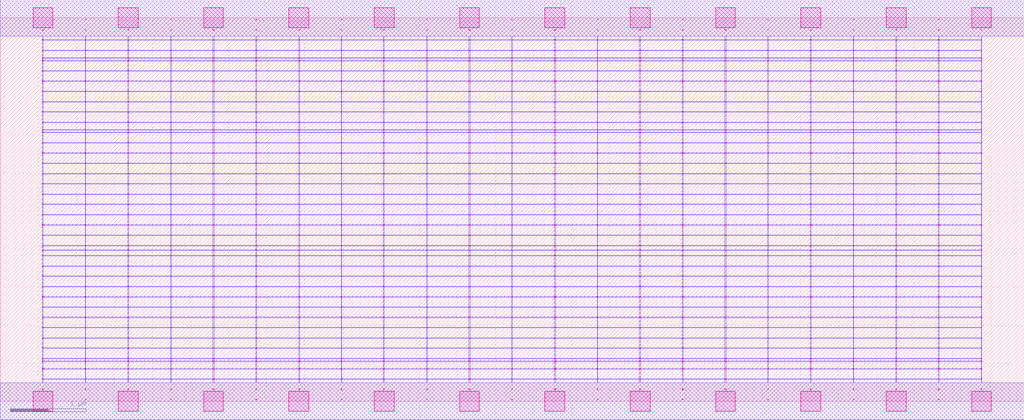
<source format=lef>
MACRO AOAAOOAI21123_DEBUG
 CLASS CORE ;
 FOREIGN AOAAOOAI21123_DEBUG 0 0 ;
 SIZE 13.44 BY 5.04 ;
 ORIGIN 0 0 ;
 SYMMETRY X Y R90 ;
 SITE unit ;

 OBS
    LAYER polycont ;
     RECT 6.71600000 2.58300000 6.72400000 2.59100000 ;
     RECT 6.71600000 2.71800000 6.72400000 2.72600000 ;
     RECT 6.71600000 2.85300000 6.72400000 2.86100000 ;
     RECT 6.71600000 2.98800000 6.72400000 2.99600000 ;
     RECT 8.95600000 2.58300000 8.96400000 2.59100000 ;
     RECT 9.51100000 2.58300000 9.52900000 2.59100000 ;
     RECT 10.07600000 2.58300000 10.08400000 2.59100000 ;
     RECT 10.63100000 2.58300000 10.64900000 2.59100000 ;
     RECT 11.19600000 2.58300000 11.20400000 2.59100000 ;
     RECT 11.75600000 2.58300000 11.76900000 2.59100000 ;
     RECT 12.31600000 2.58300000 12.32400000 2.59100000 ;
     RECT 12.87600000 2.58300000 12.88400000 2.59100000 ;
     RECT 7.27100000 2.58300000 7.28900000 2.59100000 ;
     RECT 7.27100000 2.71800000 7.28900000 2.72600000 ;
     RECT 7.83600000 2.71800000 7.84400000 2.72600000 ;
     RECT 8.39100000 2.71800000 8.40900000 2.72600000 ;
     RECT 8.95600000 2.71800000 8.96400000 2.72600000 ;
     RECT 9.51100000 2.71800000 9.52900000 2.72600000 ;
     RECT 10.07600000 2.71800000 10.08400000 2.72600000 ;
     RECT 10.63100000 2.71800000 10.64900000 2.72600000 ;
     RECT 11.19600000 2.71800000 11.20400000 2.72600000 ;
     RECT 11.75600000 2.71800000 11.76900000 2.72600000 ;
     RECT 12.31600000 2.71800000 12.32400000 2.72600000 ;
     RECT 12.87600000 2.71800000 12.88400000 2.72600000 ;
     RECT 7.83600000 2.58300000 7.84400000 2.59100000 ;
     RECT 7.27100000 2.85300000 7.28900000 2.86100000 ;
     RECT 7.83600000 2.85300000 7.84400000 2.86100000 ;
     RECT 8.39100000 2.85300000 8.40900000 2.86100000 ;
     RECT 8.95600000 2.85300000 8.96400000 2.86100000 ;
     RECT 9.51100000 2.85300000 9.52900000 2.86100000 ;
     RECT 10.07600000 2.85300000 10.08400000 2.86100000 ;
     RECT 10.63100000 2.85300000 10.64900000 2.86100000 ;
     RECT 11.19600000 2.85300000 11.20400000 2.86100000 ;
     RECT 11.75600000 2.85300000 11.76900000 2.86100000 ;
     RECT 12.31600000 2.85300000 12.32400000 2.86100000 ;
     RECT 12.87600000 2.85300000 12.88400000 2.86100000 ;
     RECT 8.39100000 2.58300000 8.40900000 2.59100000 ;
     RECT 7.27100000 2.98800000 7.28900000 2.99600000 ;
     RECT 7.83600000 2.98800000 7.84400000 2.99600000 ;
     RECT 8.39100000 2.98800000 8.40900000 2.99600000 ;
     RECT 8.95600000 2.98800000 8.96400000 2.99600000 ;
     RECT 9.51100000 2.98800000 9.52900000 2.99600000 ;
     RECT 10.07600000 2.98800000 10.08400000 2.99600000 ;
     RECT 10.63100000 2.98800000 10.64900000 2.99600000 ;
     RECT 11.19600000 2.98800000 11.20400000 2.99600000 ;
     RECT 11.75600000 2.98800000 11.76900000 2.99600000 ;
     RECT 12.31600000 2.98800000 12.32400000 2.99600000 ;
     RECT 12.87600000 2.98800000 12.88400000 2.99600000 ;
     RECT 12.31600000 3.12300000 12.32400000 3.13100000 ;
     RECT 12.87600000 3.12300000 12.88400000 3.13100000 ;
     RECT 12.31600000 3.25800000 12.32400000 3.26600000 ;
     RECT 12.87600000 3.25800000 12.88400000 3.26600000 ;
     RECT 12.31600000 3.39300000 12.32400000 3.40100000 ;
     RECT 12.87600000 3.39300000 12.88400000 3.40100000 ;
     RECT 12.31600000 3.52800000 12.32400000 3.53600000 ;
     RECT 12.87600000 3.52800000 12.88400000 3.53600000 ;
     RECT 12.31600000 3.56100000 12.32400000 3.56900000 ;
     RECT 12.87600000 3.56100000 12.88400000 3.56900000 ;
     RECT 12.31600000 3.66300000 12.32400000 3.67100000 ;
     RECT 12.87600000 3.66300000 12.88400000 3.67100000 ;
     RECT 12.31600000 3.79800000 12.32400000 3.80600000 ;
     RECT 12.87600000 3.79800000 12.88400000 3.80600000 ;
     RECT 12.31600000 3.93300000 12.32400000 3.94100000 ;
     RECT 12.87600000 3.93300000 12.88400000 3.94100000 ;
     RECT 12.31600000 4.06800000 12.32400000 4.07600000 ;
     RECT 12.87600000 4.06800000 12.88400000 4.07600000 ;
     RECT 12.31600000 4.20300000 12.32400000 4.21100000 ;
     RECT 12.87600000 4.20300000 12.88400000 4.21100000 ;
     RECT 12.31600000 4.33800000 12.32400000 4.34600000 ;
     RECT 12.87600000 4.33800000 12.88400000 4.34600000 ;
     RECT 12.31600000 4.47300000 12.32400000 4.48100000 ;
     RECT 12.87600000 4.47300000 12.88400000 4.48100000 ;
     RECT 12.31600000 4.51100000 12.32400000 4.51900000 ;
     RECT 12.87600000 4.51100000 12.88400000 4.51900000 ;
     RECT 12.31600000 4.60800000 12.32400000 4.61600000 ;
     RECT 12.87600000 4.60800000 12.88400000 4.61600000 ;
     RECT 12.31600000 4.74300000 12.32400000 4.75100000 ;
     RECT 12.87600000 4.74300000 12.88400000 4.75100000 ;
     RECT 12.31600000 4.87800000 12.32400000 4.88600000 ;
     RECT 12.87600000 4.87800000 12.88400000 4.88600000 ;
     RECT 2.23600000 2.58300000 2.24400000 2.59100000 ;
     RECT 2.79100000 2.58300000 2.80900000 2.59100000 ;
     RECT 3.35600000 2.58300000 3.36400000 2.59100000 ;
     RECT 3.91600000 2.58300000 3.92900000 2.59100000 ;
     RECT 4.47600000 2.58300000 4.48400000 2.59100000 ;
     RECT 5.03100000 2.58300000 5.04400000 2.59100000 ;
     RECT 5.59600000 2.58300000 5.60400000 2.59100000 ;
     RECT 6.15100000 2.58300000 6.16900000 2.59100000 ;
     RECT 0.55100000 2.58300000 0.56400000 2.59100000 ;
     RECT 0.55100000 2.71800000 0.56400000 2.72600000 ;
     RECT 0.55100000 2.85300000 0.56400000 2.86100000 ;
     RECT 1.11600000 2.85300000 1.12400000 2.86100000 ;
     RECT 4.47600000 3.12300000 4.48400000 3.13100000 ;
     RECT 1.67100000 2.85300000 1.68900000 2.86100000 ;
     RECT 2.23600000 2.85300000 2.24400000 2.86100000 ;
     RECT 4.47600000 3.25800000 4.48400000 3.26600000 ;
     RECT 2.79100000 2.85300000 2.80900000 2.86100000 ;
     RECT 3.35600000 2.85300000 3.36400000 2.86100000 ;
     RECT 4.47600000 3.39300000 4.48400000 3.40100000 ;
     RECT 3.91600000 2.85300000 3.92900000 2.86100000 ;
     RECT 4.47600000 2.85300000 4.48400000 2.86100000 ;
     RECT 4.47600000 3.52800000 4.48400000 3.53600000 ;
     RECT 5.03100000 2.85300000 5.04400000 2.86100000 ;
     RECT 5.59600000 2.85300000 5.60400000 2.86100000 ;
     RECT 4.47600000 3.56100000 4.48400000 3.56900000 ;
     RECT 6.15100000 2.85300000 6.16900000 2.86100000 ;
     RECT 1.11600000 2.71800000 1.12400000 2.72600000 ;
     RECT 4.47600000 3.66300000 4.48400000 3.67100000 ;
     RECT 1.67100000 2.71800000 1.68900000 2.72600000 ;
     RECT 2.23600000 2.71800000 2.24400000 2.72600000 ;
     RECT 4.47600000 3.79800000 4.48400000 3.80600000 ;
     RECT 2.79100000 2.71800000 2.80900000 2.72600000 ;
     RECT 3.35600000 2.71800000 3.36400000 2.72600000 ;
     RECT 4.47600000 3.93300000 4.48400000 3.94100000 ;
     RECT 3.91600000 2.71800000 3.92900000 2.72600000 ;
     RECT 4.47600000 2.71800000 4.48400000 2.72600000 ;
     RECT 4.47600000 4.06800000 4.48400000 4.07600000 ;
     RECT 5.03100000 2.71800000 5.04400000 2.72600000 ;
     RECT 5.59600000 2.71800000 5.60400000 2.72600000 ;
     RECT 4.47600000 4.20300000 4.48400000 4.21100000 ;
     RECT 6.15100000 2.71800000 6.16900000 2.72600000 ;
     RECT 1.11600000 2.58300000 1.12400000 2.59100000 ;
     RECT 4.47600000 4.33800000 4.48400000 4.34600000 ;
     RECT 1.67100000 2.58300000 1.68900000 2.59100000 ;
     RECT 0.55100000 2.98800000 0.56400000 2.99600000 ;
     RECT 4.47600000 4.47300000 4.48400000 4.48100000 ;
     RECT 1.11600000 2.98800000 1.12400000 2.99600000 ;
     RECT 1.67100000 2.98800000 1.68900000 2.99600000 ;
     RECT 4.47600000 4.51100000 4.48400000 4.51900000 ;
     RECT 2.23600000 2.98800000 2.24400000 2.99600000 ;
     RECT 2.79100000 2.98800000 2.80900000 2.99600000 ;
     RECT 4.47600000 4.60800000 4.48400000 4.61600000 ;
     RECT 3.35600000 2.98800000 3.36400000 2.99600000 ;
     RECT 3.91600000 2.98800000 3.92900000 2.99600000 ;
     RECT 4.47600000 4.74300000 4.48400000 4.75100000 ;
     RECT 4.47600000 2.98800000 4.48400000 2.99600000 ;
     RECT 5.03100000 2.98800000 5.04400000 2.99600000 ;
     RECT 4.47600000 4.87800000 4.48400000 4.88600000 ;
     RECT 5.59600000 2.98800000 5.60400000 2.99600000 ;
     RECT 6.15100000 2.98800000 6.16900000 2.99600000 ;
     RECT 5.59600000 0.15300000 5.60400000 0.16100000 ;
     RECT 5.59600000 0.28800000 5.60400000 0.29600000 ;
     RECT 5.59600000 0.42300000 5.60400000 0.43100000 ;
     RECT 5.59600000 0.52100000 5.60400000 0.52900000 ;
     RECT 5.59600000 0.55800000 5.60400000 0.56600000 ;
     RECT 5.59600000 0.69300000 5.60400000 0.70100000 ;
     RECT 5.59600000 0.82800000 5.60400000 0.83600000 ;
     RECT 5.59600000 0.96300000 5.60400000 0.97100000 ;
     RECT 5.59600000 1.09800000 5.60400000 1.10600000 ;
     RECT 5.59600000 1.23300000 5.60400000 1.24100000 ;
     RECT 5.59600000 1.36800000 5.60400000 1.37600000 ;
     RECT 5.59600000 1.50300000 5.60400000 1.51100000 ;
     RECT 5.59600000 1.63800000 5.60400000 1.64600000 ;
     RECT 5.59600000 1.77300000 5.60400000 1.78100000 ;
     RECT 5.59600000 1.90800000 5.60400000 1.91600000 ;
     RECT 5.59600000 1.98100000 5.60400000 1.98900000 ;
     RECT 5.59600000 2.04300000 5.60400000 2.05100000 ;
     RECT 5.59600000 2.17800000 5.60400000 2.18600000 ;
     RECT 5.59600000 2.31300000 5.60400000 2.32100000 ;
     RECT 5.59600000 2.44800000 5.60400000 2.45600000 ;
     RECT 8.95600000 0.42300000 8.96400000 0.43100000 ;
     RECT 8.95600000 1.36800000 8.96400000 1.37600000 ;
     RECT 8.95600000 0.69300000 8.96400000 0.70100000 ;
     RECT 8.95600000 1.50300000 8.96400000 1.51100000 ;
     RECT 8.95600000 0.28800000 8.96400000 0.29600000 ;
     RECT 8.95600000 1.63800000 8.96400000 1.64600000 ;
     RECT 8.95600000 0.82800000 8.96400000 0.83600000 ;
     RECT 8.95600000 1.77300000 8.96400000 1.78100000 ;
     RECT 8.95600000 0.52100000 8.96400000 0.52900000 ;
     RECT 8.95600000 1.90800000 8.96400000 1.91600000 ;
     RECT 8.95600000 0.96300000 8.96400000 0.97100000 ;
     RECT 8.95600000 1.98100000 8.96400000 1.98900000 ;
     RECT 8.95600000 0.15300000 8.96400000 0.16100000 ;
     RECT 8.95600000 2.04300000 8.96400000 2.05100000 ;
     RECT 8.95600000 1.09800000 8.96400000 1.10600000 ;
     RECT 8.95600000 2.17800000 8.96400000 2.18600000 ;
     RECT 8.95600000 0.55800000 8.96400000 0.56600000 ;
     RECT 8.95600000 2.31300000 8.96400000 2.32100000 ;
     RECT 8.95600000 1.23300000 8.96400000 1.24100000 ;
     RECT 8.95600000 2.44800000 8.96400000 2.45600000 ;

    LAYER pdiffc ;
     RECT 0.55100000 3.39300000 0.55900000 3.40100000 ;
     RECT 3.92100000 3.39300000 3.92900000 3.40100000 ;
     RECT 5.03100000 3.39300000 5.03900000 3.40100000 ;
     RECT 11.76100000 3.39300000 11.76900000 3.40100000 ;
     RECT 0.55100000 3.52800000 0.55900000 3.53600000 ;
     RECT 3.92100000 3.52800000 3.92900000 3.53600000 ;
     RECT 5.03100000 3.52800000 5.03900000 3.53600000 ;
     RECT 11.76100000 3.52800000 11.76900000 3.53600000 ;
     RECT 0.55100000 3.56100000 0.55900000 3.56900000 ;
     RECT 3.92100000 3.56100000 3.92900000 3.56900000 ;
     RECT 5.03100000 3.56100000 5.03900000 3.56900000 ;
     RECT 11.76100000 3.56100000 11.76900000 3.56900000 ;
     RECT 0.55100000 3.66300000 0.55900000 3.67100000 ;
     RECT 3.92100000 3.66300000 3.92900000 3.67100000 ;
     RECT 5.03100000 3.66300000 5.03900000 3.67100000 ;
     RECT 11.76100000 3.66300000 11.76900000 3.67100000 ;
     RECT 0.55100000 3.79800000 0.55900000 3.80600000 ;
     RECT 3.92100000 3.79800000 3.92900000 3.80600000 ;
     RECT 5.03100000 3.79800000 5.03900000 3.80600000 ;
     RECT 11.76100000 3.79800000 11.76900000 3.80600000 ;
     RECT 0.55100000 3.93300000 0.55900000 3.94100000 ;
     RECT 3.92100000 3.93300000 3.92900000 3.94100000 ;
     RECT 5.03100000 3.93300000 5.03900000 3.94100000 ;
     RECT 11.76100000 3.93300000 11.76900000 3.94100000 ;
     RECT 0.55100000 4.06800000 0.55900000 4.07600000 ;
     RECT 3.92100000 4.06800000 3.92900000 4.07600000 ;
     RECT 5.03100000 4.06800000 5.03900000 4.07600000 ;
     RECT 11.76100000 4.06800000 11.76900000 4.07600000 ;
     RECT 0.55100000 4.20300000 0.55900000 4.21100000 ;
     RECT 3.92100000 4.20300000 3.92900000 4.21100000 ;
     RECT 5.03100000 4.20300000 5.03900000 4.21100000 ;
     RECT 11.76100000 4.20300000 11.76900000 4.21100000 ;
     RECT 0.55100000 4.33800000 0.55900000 4.34600000 ;
     RECT 3.92100000 4.33800000 3.92900000 4.34600000 ;
     RECT 5.03100000 4.33800000 5.03900000 4.34600000 ;
     RECT 11.76100000 4.33800000 11.76900000 4.34600000 ;
     RECT 0.55100000 4.47300000 0.55900000 4.48100000 ;
     RECT 3.92100000 4.47300000 3.92900000 4.48100000 ;
     RECT 5.03100000 4.47300000 5.03900000 4.48100000 ;
     RECT 11.76100000 4.47300000 11.76900000 4.48100000 ;
     RECT 0.55100000 4.51100000 0.55900000 4.51900000 ;
     RECT 3.92100000 4.51100000 3.92900000 4.51900000 ;
     RECT 5.03100000 4.51100000 5.03900000 4.51900000 ;
     RECT 11.76100000 4.51100000 11.76900000 4.51900000 ;
     RECT 0.55100000 4.60800000 0.55900000 4.61600000 ;
     RECT 3.92100000 4.60800000 3.92900000 4.61600000 ;
     RECT 5.03100000 4.60800000 5.03900000 4.61600000 ;
     RECT 11.76100000 4.60800000 11.76900000 4.61600000 ;

    LAYER ndiffc ;
     RECT 7.27100000 0.42300000 7.28900000 0.43100000 ;
     RECT 8.39100000 0.42300000 8.40900000 0.43100000 ;
     RECT 9.51100000 0.42300000 9.52900000 0.43100000 ;
     RECT 10.63100000 0.42300000 10.64900000 0.43100000 ;
     RECT 11.75600000 0.42300000 11.76900000 0.43100000 ;
     RECT 12.87600000 0.42300000 12.88400000 0.43100000 ;
     RECT 7.27100000 0.52100000 7.28900000 0.52900000 ;
     RECT 8.39100000 0.52100000 8.40900000 0.52900000 ;
     RECT 9.51100000 0.52100000 9.52900000 0.52900000 ;
     RECT 10.63100000 0.52100000 10.64900000 0.52900000 ;
     RECT 11.75600000 0.52100000 11.76900000 0.52900000 ;
     RECT 12.87600000 0.52100000 12.88400000 0.52900000 ;
     RECT 7.27100000 0.55800000 7.28900000 0.56600000 ;
     RECT 8.39100000 0.55800000 8.40900000 0.56600000 ;
     RECT 9.51100000 0.55800000 9.52900000 0.56600000 ;
     RECT 10.63100000 0.55800000 10.64900000 0.56600000 ;
     RECT 11.75600000 0.55800000 11.76900000 0.56600000 ;
     RECT 12.87600000 0.55800000 12.88400000 0.56600000 ;
     RECT 7.27100000 0.69300000 7.28900000 0.70100000 ;
     RECT 8.39100000 0.69300000 8.40900000 0.70100000 ;
     RECT 9.51100000 0.69300000 9.52900000 0.70100000 ;
     RECT 10.63100000 0.69300000 10.64900000 0.70100000 ;
     RECT 11.75600000 0.69300000 11.76900000 0.70100000 ;
     RECT 12.87600000 0.69300000 12.88400000 0.70100000 ;
     RECT 7.27100000 0.82800000 7.28900000 0.83600000 ;
     RECT 8.39100000 0.82800000 8.40900000 0.83600000 ;
     RECT 9.51100000 0.82800000 9.52900000 0.83600000 ;
     RECT 10.63100000 0.82800000 10.64900000 0.83600000 ;
     RECT 11.75600000 0.82800000 11.76900000 0.83600000 ;
     RECT 12.87600000 0.82800000 12.88400000 0.83600000 ;
     RECT 7.27100000 0.96300000 7.28900000 0.97100000 ;
     RECT 8.39100000 0.96300000 8.40900000 0.97100000 ;
     RECT 9.51100000 0.96300000 9.52900000 0.97100000 ;
     RECT 10.63100000 0.96300000 10.64900000 0.97100000 ;
     RECT 11.75600000 0.96300000 11.76900000 0.97100000 ;
     RECT 12.87600000 0.96300000 12.88400000 0.97100000 ;
     RECT 7.27100000 1.09800000 7.28900000 1.10600000 ;
     RECT 8.39100000 1.09800000 8.40900000 1.10600000 ;
     RECT 9.51100000 1.09800000 9.52900000 1.10600000 ;
     RECT 10.63100000 1.09800000 10.64900000 1.10600000 ;
     RECT 11.75600000 1.09800000 11.76900000 1.10600000 ;
     RECT 12.87600000 1.09800000 12.88400000 1.10600000 ;
     RECT 7.27100000 1.23300000 7.28900000 1.24100000 ;
     RECT 8.39100000 1.23300000 8.40900000 1.24100000 ;
     RECT 9.51100000 1.23300000 9.52900000 1.24100000 ;
     RECT 10.63100000 1.23300000 10.64900000 1.24100000 ;
     RECT 11.75600000 1.23300000 11.76900000 1.24100000 ;
     RECT 12.87600000 1.23300000 12.88400000 1.24100000 ;
     RECT 7.27100000 1.36800000 7.28900000 1.37600000 ;
     RECT 8.39100000 1.36800000 8.40900000 1.37600000 ;
     RECT 9.51100000 1.36800000 9.52900000 1.37600000 ;
     RECT 10.63100000 1.36800000 10.64900000 1.37600000 ;
     RECT 11.75600000 1.36800000 11.76900000 1.37600000 ;
     RECT 12.87600000 1.36800000 12.88400000 1.37600000 ;
     RECT 7.27100000 1.50300000 7.28900000 1.51100000 ;
     RECT 8.39100000 1.50300000 8.40900000 1.51100000 ;
     RECT 9.51100000 1.50300000 9.52900000 1.51100000 ;
     RECT 10.63100000 1.50300000 10.64900000 1.51100000 ;
     RECT 11.75600000 1.50300000 11.76900000 1.51100000 ;
     RECT 12.87600000 1.50300000 12.88400000 1.51100000 ;
     RECT 7.27100000 1.63800000 7.28900000 1.64600000 ;
     RECT 8.39100000 1.63800000 8.40900000 1.64600000 ;
     RECT 9.51100000 1.63800000 9.52900000 1.64600000 ;
     RECT 10.63100000 1.63800000 10.64900000 1.64600000 ;
     RECT 11.75600000 1.63800000 11.76900000 1.64600000 ;
     RECT 12.87600000 1.63800000 12.88400000 1.64600000 ;
     RECT 7.27100000 1.77300000 7.28900000 1.78100000 ;
     RECT 8.39100000 1.77300000 8.40900000 1.78100000 ;
     RECT 9.51100000 1.77300000 9.52900000 1.78100000 ;
     RECT 10.63100000 1.77300000 10.64900000 1.78100000 ;
     RECT 11.75600000 1.77300000 11.76900000 1.78100000 ;
     RECT 12.87600000 1.77300000 12.88400000 1.78100000 ;
     RECT 7.27100000 1.90800000 7.28900000 1.91600000 ;
     RECT 8.39100000 1.90800000 8.40900000 1.91600000 ;
     RECT 9.51100000 1.90800000 9.52900000 1.91600000 ;
     RECT 10.63100000 1.90800000 10.64900000 1.91600000 ;
     RECT 11.75600000 1.90800000 11.76900000 1.91600000 ;
     RECT 12.87600000 1.90800000 12.88400000 1.91600000 ;
     RECT 7.27100000 1.98100000 7.28900000 1.98900000 ;
     RECT 8.39100000 1.98100000 8.40900000 1.98900000 ;
     RECT 9.51100000 1.98100000 9.52900000 1.98900000 ;
     RECT 10.63100000 1.98100000 10.64900000 1.98900000 ;
     RECT 11.75600000 1.98100000 11.76900000 1.98900000 ;
     RECT 12.87600000 1.98100000 12.88400000 1.98900000 ;
     RECT 7.27100000 2.04300000 7.28900000 2.05100000 ;
     RECT 8.39100000 2.04300000 8.40900000 2.05100000 ;
     RECT 9.51100000 2.04300000 9.52900000 2.05100000 ;
     RECT 10.63100000 2.04300000 10.64900000 2.05100000 ;
     RECT 11.75600000 2.04300000 11.76900000 2.05100000 ;
     RECT 12.87600000 2.04300000 12.88400000 2.05100000 ;
     RECT 0.55100000 0.42300000 0.56400000 0.43100000 ;
     RECT 1.67100000 0.42300000 1.68900000 0.43100000 ;
     RECT 2.79100000 0.42300000 2.80900000 0.43100000 ;
     RECT 3.91600000 0.42300000 3.92900000 0.43100000 ;
     RECT 5.03100000 0.42300000 5.04400000 0.43100000 ;
     RECT 6.15100000 0.42300000 6.16900000 0.43100000 ;
     RECT 0.55100000 1.36800000 0.56400000 1.37600000 ;
     RECT 1.67100000 1.36800000 1.68900000 1.37600000 ;
     RECT 2.79100000 1.36800000 2.80900000 1.37600000 ;
     RECT 3.91600000 1.36800000 3.92900000 1.37600000 ;
     RECT 5.03100000 1.36800000 5.04400000 1.37600000 ;
     RECT 6.15100000 1.36800000 6.16900000 1.37600000 ;
     RECT 0.55100000 0.82800000 0.56400000 0.83600000 ;
     RECT 1.67100000 0.82800000 1.68900000 0.83600000 ;
     RECT 2.79100000 0.82800000 2.80900000 0.83600000 ;
     RECT 3.91600000 0.82800000 3.92900000 0.83600000 ;
     RECT 5.03100000 0.82800000 5.04400000 0.83600000 ;
     RECT 6.15100000 0.82800000 6.16900000 0.83600000 ;
     RECT 0.55100000 1.50300000 0.56400000 1.51100000 ;
     RECT 1.67100000 1.50300000 1.68900000 1.51100000 ;
     RECT 2.79100000 1.50300000 2.80900000 1.51100000 ;
     RECT 3.91600000 1.50300000 3.92900000 1.51100000 ;
     RECT 5.03100000 1.50300000 5.04400000 1.51100000 ;
     RECT 6.15100000 1.50300000 6.16900000 1.51100000 ;
     RECT 0.55100000 0.55800000 0.56400000 0.56600000 ;
     RECT 1.67100000 0.55800000 1.68900000 0.56600000 ;
     RECT 2.79100000 0.55800000 2.80900000 0.56600000 ;
     RECT 3.91600000 0.55800000 3.92900000 0.56600000 ;
     RECT 5.03100000 0.55800000 5.04400000 0.56600000 ;
     RECT 6.15100000 0.55800000 6.16900000 0.56600000 ;
     RECT 0.55100000 1.63800000 0.56400000 1.64600000 ;
     RECT 1.67100000 1.63800000 1.68900000 1.64600000 ;
     RECT 2.79100000 1.63800000 2.80900000 1.64600000 ;
     RECT 3.91600000 1.63800000 3.92900000 1.64600000 ;
     RECT 5.03100000 1.63800000 5.04400000 1.64600000 ;
     RECT 6.15100000 1.63800000 6.16900000 1.64600000 ;
     RECT 0.55100000 0.96300000 0.56400000 0.97100000 ;
     RECT 1.67100000 0.96300000 1.68900000 0.97100000 ;
     RECT 2.79100000 0.96300000 2.80900000 0.97100000 ;
     RECT 3.91600000 0.96300000 3.92900000 0.97100000 ;
     RECT 5.03100000 0.96300000 5.04400000 0.97100000 ;
     RECT 6.15100000 0.96300000 6.16900000 0.97100000 ;
     RECT 0.55100000 1.77300000 0.56400000 1.78100000 ;
     RECT 1.67100000 1.77300000 1.68900000 1.78100000 ;
     RECT 2.79100000 1.77300000 2.80900000 1.78100000 ;
     RECT 3.91600000 1.77300000 3.92900000 1.78100000 ;
     RECT 5.03100000 1.77300000 5.04400000 1.78100000 ;
     RECT 6.15100000 1.77300000 6.16900000 1.78100000 ;
     RECT 0.55100000 0.52100000 0.56400000 0.52900000 ;
     RECT 1.67100000 0.52100000 1.68900000 0.52900000 ;
     RECT 2.79100000 0.52100000 2.80900000 0.52900000 ;
     RECT 3.91600000 0.52100000 3.92900000 0.52900000 ;
     RECT 5.03100000 0.52100000 5.04400000 0.52900000 ;
     RECT 6.15100000 0.52100000 6.16900000 0.52900000 ;
     RECT 0.55100000 1.90800000 0.56400000 1.91600000 ;
     RECT 1.67100000 1.90800000 1.68900000 1.91600000 ;
     RECT 2.79100000 1.90800000 2.80900000 1.91600000 ;
     RECT 3.91600000 1.90800000 3.92900000 1.91600000 ;
     RECT 5.03100000 1.90800000 5.04400000 1.91600000 ;
     RECT 6.15100000 1.90800000 6.16900000 1.91600000 ;
     RECT 0.55100000 1.09800000 0.56400000 1.10600000 ;
     RECT 1.67100000 1.09800000 1.68900000 1.10600000 ;
     RECT 2.79100000 1.09800000 2.80900000 1.10600000 ;
     RECT 3.91600000 1.09800000 3.92900000 1.10600000 ;
     RECT 5.03100000 1.09800000 5.04400000 1.10600000 ;
     RECT 6.15100000 1.09800000 6.16900000 1.10600000 ;
     RECT 0.55100000 1.98100000 0.56400000 1.98900000 ;
     RECT 1.67100000 1.98100000 1.68900000 1.98900000 ;
     RECT 2.79100000 1.98100000 2.80900000 1.98900000 ;
     RECT 3.91600000 1.98100000 3.92900000 1.98900000 ;
     RECT 5.03100000 1.98100000 5.04400000 1.98900000 ;
     RECT 6.15100000 1.98100000 6.16900000 1.98900000 ;
     RECT 0.55100000 0.69300000 0.56400000 0.70100000 ;
     RECT 1.67100000 0.69300000 1.68900000 0.70100000 ;
     RECT 2.79100000 0.69300000 2.80900000 0.70100000 ;
     RECT 3.91600000 0.69300000 3.92900000 0.70100000 ;
     RECT 5.03100000 0.69300000 5.04400000 0.70100000 ;
     RECT 6.15100000 0.69300000 6.16900000 0.70100000 ;
     RECT 0.55100000 2.04300000 0.56400000 2.05100000 ;
     RECT 1.67100000 2.04300000 1.68900000 2.05100000 ;
     RECT 2.79100000 2.04300000 2.80900000 2.05100000 ;
     RECT 3.91600000 2.04300000 3.92900000 2.05100000 ;
     RECT 5.03100000 2.04300000 5.04400000 2.05100000 ;
     RECT 6.15100000 2.04300000 6.16900000 2.05100000 ;
     RECT 0.55100000 1.23300000 0.56400000 1.24100000 ;
     RECT 1.67100000 1.23300000 1.68900000 1.24100000 ;
     RECT 2.79100000 1.23300000 2.80900000 1.24100000 ;
     RECT 3.91600000 1.23300000 3.92900000 1.24100000 ;
     RECT 5.03100000 1.23300000 5.04400000 1.24100000 ;
     RECT 6.15100000 1.23300000 6.16900000 1.24100000 ;

    LAYER met1 ;
     RECT 0.00000000 -0.24000000 13.44000000 0.24000000 ;
     RECT 6.71600000 0.24000000 6.72400000 0.28800000 ;
     RECT 0.55100000 0.28800000 12.88400000 0.29600000 ;
     RECT 6.71600000 0.29600000 6.72400000 0.42300000 ;
     RECT 0.55100000 0.42300000 12.88400000 0.43100000 ;
     RECT 6.71600000 0.43100000 6.72400000 0.52100000 ;
     RECT 0.55100000 0.52100000 12.88400000 0.52900000 ;
     RECT 6.71600000 0.52900000 6.72400000 0.55800000 ;
     RECT 0.55100000 0.55800000 12.88400000 0.56600000 ;
     RECT 6.71600000 0.56600000 6.72400000 0.69300000 ;
     RECT 0.55100000 0.69300000 12.88400000 0.70100000 ;
     RECT 6.71600000 0.70100000 6.72400000 0.82800000 ;
     RECT 0.55100000 0.82800000 12.88400000 0.83600000 ;
     RECT 6.71600000 0.83600000 6.72400000 0.96300000 ;
     RECT 0.55100000 0.96300000 12.88400000 0.97100000 ;
     RECT 6.71600000 0.97100000 6.72400000 1.09800000 ;
     RECT 0.55100000 1.09800000 12.88400000 1.10600000 ;
     RECT 6.71600000 1.10600000 6.72400000 1.23300000 ;
     RECT 0.55100000 1.23300000 12.88400000 1.24100000 ;
     RECT 6.71600000 1.24100000 6.72400000 1.36800000 ;
     RECT 0.55100000 1.36800000 12.88400000 1.37600000 ;
     RECT 6.71600000 1.37600000 6.72400000 1.50300000 ;
     RECT 0.55100000 1.50300000 12.88400000 1.51100000 ;
     RECT 6.71600000 1.51100000 6.72400000 1.63800000 ;
     RECT 0.55100000 1.63800000 12.88400000 1.64600000 ;
     RECT 6.71600000 1.64600000 6.72400000 1.77300000 ;
     RECT 0.55100000 1.77300000 12.88400000 1.78100000 ;
     RECT 6.71600000 1.78100000 6.72400000 1.90800000 ;
     RECT 0.55100000 1.90800000 12.88400000 1.91600000 ;
     RECT 6.71600000 1.91600000 6.72400000 1.98100000 ;
     RECT 0.55100000 1.98100000 12.88400000 1.98900000 ;
     RECT 6.71600000 1.98900000 6.72400000 2.04300000 ;
     RECT 0.55100000 2.04300000 12.88400000 2.05100000 ;
     RECT 6.71600000 2.05100000 6.72400000 2.17800000 ;
     RECT 0.55100000 2.17800000 12.88400000 2.18600000 ;
     RECT 6.71600000 2.18600000 6.72400000 2.31300000 ;
     RECT 0.55100000 2.31300000 12.88400000 2.32100000 ;
     RECT 6.71600000 2.32100000 6.72400000 2.44800000 ;
     RECT 0.55100000 2.44800000 12.88400000 2.45600000 ;
     RECT 0.55100000 2.45600000 0.56400000 2.58300000 ;
     RECT 1.11600000 2.45600000 1.12400000 2.58300000 ;
     RECT 1.67100000 2.45600000 1.68900000 2.58300000 ;
     RECT 2.23600000 2.45600000 2.24400000 2.58300000 ;
     RECT 2.79100000 2.45600000 2.80900000 2.58300000 ;
     RECT 3.35600000 2.45600000 3.36400000 2.58300000 ;
     RECT 3.91600000 2.45600000 3.92900000 2.58300000 ;
     RECT 4.47600000 2.45600000 4.48400000 2.58300000 ;
     RECT 5.03100000 2.45600000 5.04400000 2.58300000 ;
     RECT 5.59600000 2.45600000 5.60400000 2.58300000 ;
     RECT 6.15100000 2.45600000 6.16900000 2.58300000 ;
     RECT 6.71600000 2.45600000 6.72400000 2.58300000 ;
     RECT 7.27100000 2.45600000 7.28900000 2.58300000 ;
     RECT 7.83600000 2.45600000 7.84400000 2.58300000 ;
     RECT 8.39100000 2.45600000 8.40900000 2.58300000 ;
     RECT 8.95600000 2.45600000 8.96400000 2.58300000 ;
     RECT 9.51100000 2.45600000 9.52900000 2.58300000 ;
     RECT 10.07600000 2.45600000 10.08400000 2.58300000 ;
     RECT 10.63100000 2.45600000 10.64900000 2.58300000 ;
     RECT 11.19600000 2.45600000 11.20400000 2.58300000 ;
     RECT 11.75600000 2.45600000 11.76900000 2.58300000 ;
     RECT 12.31600000 2.45600000 12.32400000 2.58300000 ;
     RECT 12.87600000 2.45600000 12.88400000 2.58300000 ;
     RECT 0.55100000 2.58300000 12.88400000 2.59100000 ;
     RECT 6.71600000 2.59100000 6.72400000 2.71800000 ;
     RECT 0.55100000 2.71800000 12.88400000 2.72600000 ;
     RECT 6.71600000 2.72600000 6.72400000 2.85300000 ;
     RECT 0.55100000 2.85300000 12.88400000 2.86100000 ;
     RECT 6.71600000 2.86100000 6.72400000 2.98800000 ;
     RECT 0.55100000 2.98800000 12.88400000 2.99600000 ;
     RECT 6.71600000 2.99600000 6.72400000 3.12300000 ;
     RECT 0.55100000 3.12300000 12.88400000 3.13100000 ;
     RECT 6.71600000 3.13100000 6.72400000 3.25800000 ;
     RECT 0.55100000 3.25800000 12.88400000 3.26600000 ;
     RECT 6.71600000 3.26600000 6.72400000 3.39300000 ;
     RECT 0.55100000 3.39300000 12.88400000 3.40100000 ;
     RECT 6.71600000 3.40100000 6.72400000 3.52800000 ;
     RECT 0.55100000 3.52800000 12.88400000 3.53600000 ;
     RECT 6.71600000 3.53600000 6.72400000 3.56100000 ;
     RECT 0.55100000 3.56100000 12.88400000 3.56900000 ;
     RECT 6.71600000 3.56900000 6.72400000 3.66300000 ;
     RECT 0.55100000 3.66300000 12.88400000 3.67100000 ;
     RECT 6.71600000 3.67100000 6.72400000 3.79800000 ;
     RECT 0.55100000 3.79800000 12.88400000 3.80600000 ;
     RECT 6.71600000 3.80600000 6.72400000 3.93300000 ;
     RECT 0.55100000 3.93300000 12.88400000 3.94100000 ;
     RECT 6.71600000 3.94100000 6.72400000 4.06800000 ;
     RECT 0.55100000 4.06800000 12.88400000 4.07600000 ;
     RECT 6.71600000 4.07600000 6.72400000 4.20300000 ;
     RECT 0.55100000 4.20300000 12.88400000 4.21100000 ;
     RECT 6.71600000 4.21100000 6.72400000 4.33800000 ;
     RECT 0.55100000 4.33800000 12.88400000 4.34600000 ;
     RECT 6.71600000 4.34600000 6.72400000 4.47300000 ;
     RECT 0.55100000 4.47300000 12.88400000 4.48100000 ;
     RECT 6.71600000 4.48100000 6.72400000 4.51100000 ;
     RECT 0.55100000 4.51100000 12.88400000 4.51900000 ;
     RECT 6.71600000 4.51900000 6.72400000 4.60800000 ;
     RECT 0.55100000 4.60800000 12.88400000 4.61600000 ;
     RECT 6.71600000 4.61600000 6.72400000 4.74300000 ;
     RECT 0.55100000 4.74300000 12.88400000 4.75100000 ;
     RECT 6.71600000 4.75100000 6.72400000 4.80000000 ;
     RECT 0.00000000 4.80000000 13.44000000 5.28000000 ;
     RECT 10.07600000 2.59100000 10.08400000 2.71800000 ;
     RECT 10.07600000 2.99600000 10.08400000 3.12300000 ;
     RECT 10.07600000 3.13100000 10.08400000 3.25800000 ;
     RECT 10.07600000 3.26600000 10.08400000 3.39300000 ;
     RECT 10.07600000 3.40100000 10.08400000 3.52800000 ;
     RECT 10.07600000 3.53600000 10.08400000 3.56100000 ;
     RECT 10.07600000 3.56900000 10.08400000 3.66300000 ;
     RECT 10.07600000 3.67100000 10.08400000 3.79800000 ;
     RECT 10.07600000 2.72600000 10.08400000 2.85300000 ;
     RECT 7.27100000 3.80600000 7.28900000 3.93300000 ;
     RECT 7.83600000 3.80600000 7.84400000 3.93300000 ;
     RECT 8.39100000 3.80600000 8.40900000 3.93300000 ;
     RECT 8.95600000 3.80600000 8.96400000 3.93300000 ;
     RECT 9.51100000 3.80600000 9.52900000 3.93300000 ;
     RECT 10.07600000 3.80600000 10.08400000 3.93300000 ;
     RECT 10.63100000 3.80600000 10.64900000 3.93300000 ;
     RECT 11.19600000 3.80600000 11.20400000 3.93300000 ;
     RECT 11.75600000 3.80600000 11.76900000 3.93300000 ;
     RECT 12.31600000 3.80600000 12.32400000 3.93300000 ;
     RECT 12.87600000 3.80600000 12.88400000 3.93300000 ;
     RECT 10.07600000 3.94100000 10.08400000 4.06800000 ;
     RECT 10.07600000 4.07600000 10.08400000 4.20300000 ;
     RECT 10.07600000 4.21100000 10.08400000 4.33800000 ;
     RECT 10.07600000 4.34600000 10.08400000 4.47300000 ;
     RECT 10.07600000 4.48100000 10.08400000 4.51100000 ;
     RECT 10.07600000 2.86100000 10.08400000 2.98800000 ;
     RECT 10.07600000 4.51900000 10.08400000 4.60800000 ;
     RECT 10.07600000 4.61600000 10.08400000 4.74300000 ;
     RECT 10.07600000 4.75100000 10.08400000 4.80000000 ;
     RECT 11.75600000 4.07600000 11.76900000 4.20300000 ;
     RECT 12.31600000 4.07600000 12.32400000 4.20300000 ;
     RECT 12.87600000 4.07600000 12.88400000 4.20300000 ;
     RECT 11.19600000 3.94100000 11.20400000 4.06800000 ;
     RECT 10.63100000 4.21100000 10.64900000 4.33800000 ;
     RECT 11.19600000 4.21100000 11.20400000 4.33800000 ;
     RECT 11.75600000 4.21100000 11.76900000 4.33800000 ;
     RECT 12.31600000 4.21100000 12.32400000 4.33800000 ;
     RECT 12.87600000 4.21100000 12.88400000 4.33800000 ;
     RECT 11.75600000 3.94100000 11.76900000 4.06800000 ;
     RECT 10.63100000 4.34600000 10.64900000 4.47300000 ;
     RECT 11.19600000 4.34600000 11.20400000 4.47300000 ;
     RECT 11.75600000 4.34600000 11.76900000 4.47300000 ;
     RECT 12.31600000 4.34600000 12.32400000 4.47300000 ;
     RECT 12.87600000 4.34600000 12.88400000 4.47300000 ;
     RECT 12.31600000 3.94100000 12.32400000 4.06800000 ;
     RECT 10.63100000 4.48100000 10.64900000 4.51100000 ;
     RECT 11.19600000 4.48100000 11.20400000 4.51100000 ;
     RECT 11.75600000 4.48100000 11.76900000 4.51100000 ;
     RECT 12.31600000 4.48100000 12.32400000 4.51100000 ;
     RECT 12.87600000 4.48100000 12.88400000 4.51100000 ;
     RECT 12.87600000 3.94100000 12.88400000 4.06800000 ;
     RECT 10.63100000 3.94100000 10.64900000 4.06800000 ;
     RECT 10.63100000 4.51900000 10.64900000 4.60800000 ;
     RECT 11.19600000 4.51900000 11.20400000 4.60800000 ;
     RECT 11.75600000 4.51900000 11.76900000 4.60800000 ;
     RECT 12.31600000 4.51900000 12.32400000 4.60800000 ;
     RECT 12.87600000 4.51900000 12.88400000 4.60800000 ;
     RECT 10.63100000 4.07600000 10.64900000 4.20300000 ;
     RECT 10.63100000 4.61600000 10.64900000 4.74300000 ;
     RECT 11.19600000 4.61600000 11.20400000 4.74300000 ;
     RECT 11.75600000 4.61600000 11.76900000 4.74300000 ;
     RECT 12.31600000 4.61600000 12.32400000 4.74300000 ;
     RECT 12.87600000 4.61600000 12.88400000 4.74300000 ;
     RECT 11.19600000 4.07600000 11.20400000 4.20300000 ;
     RECT 10.63100000 4.75100000 10.64900000 4.80000000 ;
     RECT 11.19600000 4.75100000 11.20400000 4.80000000 ;
     RECT 11.75600000 4.75100000 11.76900000 4.80000000 ;
     RECT 12.31600000 4.75100000 12.32400000 4.80000000 ;
     RECT 12.87600000 4.75100000 12.88400000 4.80000000 ;
     RECT 8.39100000 4.21100000 8.40900000 4.33800000 ;
     RECT 8.95600000 4.21100000 8.96400000 4.33800000 ;
     RECT 9.51100000 4.21100000 9.52900000 4.33800000 ;
     RECT 7.83600000 4.07600000 7.84400000 4.20300000 ;
     RECT 8.39100000 4.07600000 8.40900000 4.20300000 ;
     RECT 8.95600000 4.07600000 8.96400000 4.20300000 ;
     RECT 9.51100000 4.07600000 9.52900000 4.20300000 ;
     RECT 7.27100000 4.51900000 7.28900000 4.60800000 ;
     RECT 7.83600000 4.51900000 7.84400000 4.60800000 ;
     RECT 8.39100000 4.51900000 8.40900000 4.60800000 ;
     RECT 8.95600000 4.51900000 8.96400000 4.60800000 ;
     RECT 9.51100000 4.51900000 9.52900000 4.60800000 ;
     RECT 7.83600000 3.94100000 7.84400000 4.06800000 ;
     RECT 8.39100000 3.94100000 8.40900000 4.06800000 ;
     RECT 7.27100000 4.34600000 7.28900000 4.47300000 ;
     RECT 7.83600000 4.34600000 7.84400000 4.47300000 ;
     RECT 8.39100000 4.34600000 8.40900000 4.47300000 ;
     RECT 8.95600000 4.34600000 8.96400000 4.47300000 ;
     RECT 7.27100000 4.61600000 7.28900000 4.74300000 ;
     RECT 7.83600000 4.61600000 7.84400000 4.74300000 ;
     RECT 8.39100000 4.61600000 8.40900000 4.74300000 ;
     RECT 8.95600000 4.61600000 8.96400000 4.74300000 ;
     RECT 9.51100000 4.61600000 9.52900000 4.74300000 ;
     RECT 9.51100000 4.34600000 9.52900000 4.47300000 ;
     RECT 8.95600000 3.94100000 8.96400000 4.06800000 ;
     RECT 9.51100000 3.94100000 9.52900000 4.06800000 ;
     RECT 7.27100000 3.94100000 7.28900000 4.06800000 ;
     RECT 7.27100000 4.07600000 7.28900000 4.20300000 ;
     RECT 7.27100000 4.21100000 7.28900000 4.33800000 ;
     RECT 7.27100000 4.75100000 7.28900000 4.80000000 ;
     RECT 7.83600000 4.75100000 7.84400000 4.80000000 ;
     RECT 8.39100000 4.75100000 8.40900000 4.80000000 ;
     RECT 8.95600000 4.75100000 8.96400000 4.80000000 ;
     RECT 9.51100000 4.75100000 9.52900000 4.80000000 ;
     RECT 7.83600000 4.21100000 7.84400000 4.33800000 ;
     RECT 7.27100000 4.48100000 7.28900000 4.51100000 ;
     RECT 7.83600000 4.48100000 7.84400000 4.51100000 ;
     RECT 8.39100000 4.48100000 8.40900000 4.51100000 ;
     RECT 8.95600000 4.48100000 8.96400000 4.51100000 ;
     RECT 9.51100000 4.48100000 9.52900000 4.51100000 ;
     RECT 7.83600000 2.99600000 7.84400000 3.12300000 ;
     RECT 7.27100000 2.59100000 7.28900000 2.71800000 ;
     RECT 8.39100000 2.86100000 8.40900000 2.98800000 ;
     RECT 8.95600000 2.86100000 8.96400000 2.98800000 ;
     RECT 7.27100000 3.40100000 7.28900000 3.52800000 ;
     RECT 7.83600000 3.40100000 7.84400000 3.52800000 ;
     RECT 8.39100000 3.40100000 8.40900000 3.52800000 ;
     RECT 8.95600000 3.40100000 8.96400000 3.52800000 ;
     RECT 9.51100000 3.40100000 9.52900000 3.52800000 ;
     RECT 8.39100000 2.99600000 8.40900000 3.12300000 ;
     RECT 7.83600000 2.59100000 7.84400000 2.71800000 ;
     RECT 7.27100000 2.72600000 7.28900000 2.85300000 ;
     RECT 7.27100000 3.53600000 7.28900000 3.56100000 ;
     RECT 7.83600000 3.53600000 7.84400000 3.56100000 ;
     RECT 8.39100000 3.53600000 8.40900000 3.56100000 ;
     RECT 9.51100000 2.86100000 9.52900000 2.98800000 ;
     RECT 8.95600000 3.53600000 8.96400000 3.56100000 ;
     RECT 9.51100000 3.53600000 9.52900000 3.56100000 ;
     RECT 8.95600000 2.99600000 8.96400000 3.12300000 ;
     RECT 7.83600000 2.72600000 7.84400000 2.85300000 ;
     RECT 8.39100000 2.72600000 8.40900000 2.85300000 ;
     RECT 7.27100000 3.56900000 7.28900000 3.66300000 ;
     RECT 7.83600000 3.56900000 7.84400000 3.66300000 ;
     RECT 8.39100000 3.56900000 8.40900000 3.66300000 ;
     RECT 8.95600000 3.56900000 8.96400000 3.66300000 ;
     RECT 9.51100000 3.56900000 9.52900000 3.66300000 ;
     RECT 8.39100000 2.59100000 8.40900000 2.71800000 ;
     RECT 8.95600000 2.59100000 8.96400000 2.71800000 ;
     RECT 9.51100000 2.99600000 9.52900000 3.12300000 ;
     RECT 8.95600000 2.72600000 8.96400000 2.85300000 ;
     RECT 9.51100000 2.72600000 9.52900000 2.85300000 ;
     RECT 7.27100000 3.67100000 7.28900000 3.79800000 ;
     RECT 7.83600000 3.67100000 7.84400000 3.79800000 ;
     RECT 8.39100000 3.67100000 8.40900000 3.79800000 ;
     RECT 8.95600000 3.67100000 8.96400000 3.79800000 ;
     RECT 9.51100000 3.67100000 9.52900000 3.79800000 ;
     RECT 9.51100000 2.59100000 9.52900000 2.71800000 ;
     RECT 7.27100000 3.13100000 7.28900000 3.25800000 ;
     RECT 7.83600000 3.13100000 7.84400000 3.25800000 ;
     RECT 7.27100000 2.86100000 7.28900000 2.98800000 ;
     RECT 7.83600000 2.86100000 7.84400000 2.98800000 ;
     RECT 8.39100000 3.13100000 8.40900000 3.25800000 ;
     RECT 8.95600000 3.13100000 8.96400000 3.25800000 ;
     RECT 9.51100000 3.13100000 9.52900000 3.25800000 ;
     RECT 7.27100000 2.99600000 7.28900000 3.12300000 ;
     RECT 7.27100000 3.26600000 7.28900000 3.39300000 ;
     RECT 7.83600000 3.26600000 7.84400000 3.39300000 ;
     RECT 8.39100000 3.26600000 8.40900000 3.39300000 ;
     RECT 8.95600000 3.26600000 8.96400000 3.39300000 ;
     RECT 9.51100000 3.26600000 9.52900000 3.39300000 ;
     RECT 10.63100000 3.13100000 10.64900000 3.25800000 ;
     RECT 11.19600000 3.13100000 11.20400000 3.25800000 ;
     RECT 10.63100000 3.56900000 10.64900000 3.66300000 ;
     RECT 12.31600000 2.72600000 12.32400000 2.85300000 ;
     RECT 12.87600000 2.72600000 12.88400000 2.85300000 ;
     RECT 11.19600000 3.56900000 11.20400000 3.66300000 ;
     RECT 11.75600000 3.56900000 11.76900000 3.66300000 ;
     RECT 12.31600000 3.56900000 12.32400000 3.66300000 ;
     RECT 12.87600000 3.56900000 12.88400000 3.66300000 ;
     RECT 11.75600000 3.13100000 11.76900000 3.25800000 ;
     RECT 12.31600000 3.13100000 12.32400000 3.25800000 ;
     RECT 12.87600000 3.13100000 12.88400000 3.25800000 ;
     RECT 11.75600000 2.59100000 11.76900000 2.71800000 ;
     RECT 10.63100000 3.40100000 10.64900000 3.52800000 ;
     RECT 11.19600000 3.40100000 11.20400000 3.52800000 ;
     RECT 11.75600000 3.40100000 11.76900000 3.52800000 ;
     RECT 12.31600000 3.40100000 12.32400000 3.52800000 ;
     RECT 10.63100000 3.67100000 10.64900000 3.79800000 ;
     RECT 11.19600000 3.67100000 11.20400000 3.79800000 ;
     RECT 11.75600000 3.67100000 11.76900000 3.79800000 ;
     RECT 12.31600000 3.67100000 12.32400000 3.79800000 ;
     RECT 12.87600000 3.67100000 12.88400000 3.79800000 ;
     RECT 12.87600000 3.40100000 12.88400000 3.52800000 ;
     RECT 10.63100000 2.86100000 10.64900000 2.98800000 ;
     RECT 11.19600000 2.86100000 11.20400000 2.98800000 ;
     RECT 10.63100000 2.72600000 10.64900000 2.85300000 ;
     RECT 12.31600000 2.59100000 12.32400000 2.71800000 ;
     RECT 11.19600000 2.59100000 11.20400000 2.71800000 ;
     RECT 10.63100000 2.99600000 10.64900000 3.12300000 ;
     RECT 11.19600000 2.99600000 11.20400000 3.12300000 ;
     RECT 11.75600000 2.99600000 11.76900000 3.12300000 ;
     RECT 12.31600000 2.99600000 12.32400000 3.12300000 ;
     RECT 12.87600000 2.99600000 12.88400000 3.12300000 ;
     RECT 10.63100000 3.26600000 10.64900000 3.39300000 ;
     RECT 10.63100000 3.53600000 10.64900000 3.56100000 ;
     RECT 11.19600000 3.53600000 11.20400000 3.56100000 ;
     RECT 11.75600000 2.86100000 11.76900000 2.98800000 ;
     RECT 12.31600000 2.86100000 12.32400000 2.98800000 ;
     RECT 11.75600000 3.53600000 11.76900000 3.56100000 ;
     RECT 11.19600000 2.72600000 11.20400000 2.85300000 ;
     RECT 11.75600000 2.72600000 11.76900000 2.85300000 ;
     RECT 12.31600000 3.53600000 12.32400000 3.56100000 ;
     RECT 12.87600000 3.53600000 12.88400000 3.56100000 ;
     RECT 11.19600000 3.26600000 11.20400000 3.39300000 ;
     RECT 11.75600000 3.26600000 11.76900000 3.39300000 ;
     RECT 12.31600000 3.26600000 12.32400000 3.39300000 ;
     RECT 12.87600000 3.26600000 12.88400000 3.39300000 ;
     RECT 12.87600000 2.59100000 12.88400000 2.71800000 ;
     RECT 10.63100000 2.59100000 10.64900000 2.71800000 ;
     RECT 12.87600000 2.86100000 12.88400000 2.98800000 ;
     RECT 4.47600000 3.80600000 4.48400000 3.93300000 ;
     RECT 5.03100000 3.80600000 5.04400000 3.93300000 ;
     RECT 5.59600000 3.80600000 5.60400000 3.93300000 ;
     RECT 6.15100000 3.80600000 6.16900000 3.93300000 ;
     RECT 3.35600000 2.59100000 3.36400000 2.71800000 ;
     RECT 3.35600000 3.94100000 3.36400000 4.06800000 ;
     RECT 3.35600000 2.99600000 3.36400000 3.12300000 ;
     RECT 3.35600000 3.40100000 3.36400000 3.52800000 ;
     RECT 3.35600000 4.07600000 3.36400000 4.20300000 ;
     RECT 3.35600000 4.21100000 3.36400000 4.33800000 ;
     RECT 3.35600000 3.53600000 3.36400000 3.56100000 ;
     RECT 3.35600000 4.34600000 3.36400000 4.47300000 ;
     RECT 3.35600000 3.13100000 3.36400000 3.25800000 ;
     RECT 3.35600000 4.48100000 3.36400000 4.51100000 ;
     RECT 3.35600000 3.56900000 3.36400000 3.66300000 ;
     RECT 3.35600000 2.86100000 3.36400000 2.98800000 ;
     RECT 3.35600000 4.51900000 3.36400000 4.60800000 ;
     RECT 3.35600000 4.61600000 3.36400000 4.74300000 ;
     RECT 3.35600000 3.67100000 3.36400000 3.79800000 ;
     RECT 3.35600000 2.72600000 3.36400000 2.85300000 ;
     RECT 3.35600000 4.75100000 3.36400000 4.80000000 ;
     RECT 3.35600000 3.26600000 3.36400000 3.39300000 ;
     RECT 0.55100000 3.80600000 0.56400000 3.93300000 ;
     RECT 1.11600000 3.80600000 1.12400000 3.93300000 ;
     RECT 1.67100000 3.80600000 1.68900000 3.93300000 ;
     RECT 2.23600000 3.80600000 2.24400000 3.93300000 ;
     RECT 2.79100000 3.80600000 2.80900000 3.93300000 ;
     RECT 3.35600000 3.80600000 3.36400000 3.93300000 ;
     RECT 3.91600000 3.80600000 3.92900000 3.93300000 ;
     RECT 5.03100000 4.34600000 5.04400000 4.47300000 ;
     RECT 5.59600000 4.34600000 5.60400000 4.47300000 ;
     RECT 6.15100000 4.34600000 6.16900000 4.47300000 ;
     RECT 4.47600000 3.94100000 4.48400000 4.06800000 ;
     RECT 5.03100000 3.94100000 5.04400000 4.06800000 ;
     RECT 3.91600000 4.48100000 3.92900000 4.51100000 ;
     RECT 4.47600000 4.48100000 4.48400000 4.51100000 ;
     RECT 5.03100000 4.48100000 5.04400000 4.51100000 ;
     RECT 5.59600000 4.48100000 5.60400000 4.51100000 ;
     RECT 6.15100000 4.48100000 6.16900000 4.51100000 ;
     RECT 3.91600000 4.07600000 3.92900000 4.20300000 ;
     RECT 4.47600000 4.07600000 4.48400000 4.20300000 ;
     RECT 5.03100000 4.07600000 5.04400000 4.20300000 ;
     RECT 3.91600000 4.51900000 3.92900000 4.60800000 ;
     RECT 4.47600000 4.51900000 4.48400000 4.60800000 ;
     RECT 5.03100000 4.51900000 5.04400000 4.60800000 ;
     RECT 5.59600000 4.51900000 5.60400000 4.60800000 ;
     RECT 6.15100000 4.51900000 6.16900000 4.60800000 ;
     RECT 5.59600000 4.07600000 5.60400000 4.20300000 ;
     RECT 3.91600000 4.61600000 3.92900000 4.74300000 ;
     RECT 4.47600000 4.61600000 4.48400000 4.74300000 ;
     RECT 5.03100000 4.61600000 5.04400000 4.74300000 ;
     RECT 5.59600000 4.61600000 5.60400000 4.74300000 ;
     RECT 6.15100000 4.61600000 6.16900000 4.74300000 ;
     RECT 6.15100000 4.07600000 6.16900000 4.20300000 ;
     RECT 5.59600000 3.94100000 5.60400000 4.06800000 ;
     RECT 3.91600000 4.21100000 3.92900000 4.33800000 ;
     RECT 3.91600000 4.75100000 3.92900000 4.80000000 ;
     RECT 4.47600000 4.75100000 4.48400000 4.80000000 ;
     RECT 5.03100000 4.75100000 5.04400000 4.80000000 ;
     RECT 5.59600000 4.75100000 5.60400000 4.80000000 ;
     RECT 6.15100000 4.75100000 6.16900000 4.80000000 ;
     RECT 4.47600000 4.21100000 4.48400000 4.33800000 ;
     RECT 5.03100000 4.21100000 5.04400000 4.33800000 ;
     RECT 5.59600000 4.21100000 5.60400000 4.33800000 ;
     RECT 6.15100000 4.21100000 6.16900000 4.33800000 ;
     RECT 6.15100000 3.94100000 6.16900000 4.06800000 ;
     RECT 3.91600000 3.94100000 3.92900000 4.06800000 ;
     RECT 3.91600000 4.34600000 3.92900000 4.47300000 ;
     RECT 4.47600000 4.34600000 4.48400000 4.47300000 ;
     RECT 2.23600000 4.51900000 2.24400000 4.60800000 ;
     RECT 2.79100000 4.51900000 2.80900000 4.60800000 ;
     RECT 0.55100000 4.34600000 0.56400000 4.47300000 ;
     RECT 1.11600000 4.34600000 1.12400000 4.47300000 ;
     RECT 1.67100000 4.34600000 1.68900000 4.47300000 ;
     RECT 2.23600000 4.34600000 2.24400000 4.47300000 ;
     RECT 2.79100000 4.34600000 2.80900000 4.47300000 ;
     RECT 1.11600000 3.94100000 1.12400000 4.06800000 ;
     RECT 0.55100000 4.61600000 0.56400000 4.74300000 ;
     RECT 1.11600000 4.61600000 1.12400000 4.74300000 ;
     RECT 1.67100000 4.61600000 1.68900000 4.74300000 ;
     RECT 2.23600000 4.61600000 2.24400000 4.74300000 ;
     RECT 2.79100000 4.61600000 2.80900000 4.74300000 ;
     RECT 1.67100000 3.94100000 1.68900000 4.06800000 ;
     RECT 0.55100000 4.07600000 0.56400000 4.20300000 ;
     RECT 0.55100000 4.21100000 0.56400000 4.33800000 ;
     RECT 1.11600000 4.21100000 1.12400000 4.33800000 ;
     RECT 1.67100000 4.21100000 1.68900000 4.33800000 ;
     RECT 2.23600000 4.21100000 2.24400000 4.33800000 ;
     RECT 0.55100000 4.48100000 0.56400000 4.51100000 ;
     RECT 1.11600000 4.48100000 1.12400000 4.51100000 ;
     RECT 0.55100000 4.75100000 0.56400000 4.80000000 ;
     RECT 1.11600000 4.75100000 1.12400000 4.80000000 ;
     RECT 1.67100000 4.75100000 1.68900000 4.80000000 ;
     RECT 2.23600000 4.75100000 2.24400000 4.80000000 ;
     RECT 2.79100000 4.75100000 2.80900000 4.80000000 ;
     RECT 1.67100000 4.48100000 1.68900000 4.51100000 ;
     RECT 2.23600000 4.48100000 2.24400000 4.51100000 ;
     RECT 2.79100000 4.48100000 2.80900000 4.51100000 ;
     RECT 2.79100000 4.21100000 2.80900000 4.33800000 ;
     RECT 1.11600000 4.07600000 1.12400000 4.20300000 ;
     RECT 1.67100000 4.07600000 1.68900000 4.20300000 ;
     RECT 2.23600000 4.07600000 2.24400000 4.20300000 ;
     RECT 2.79100000 4.07600000 2.80900000 4.20300000 ;
     RECT 2.23600000 3.94100000 2.24400000 4.06800000 ;
     RECT 2.79100000 3.94100000 2.80900000 4.06800000 ;
     RECT 0.55100000 3.94100000 0.56400000 4.06800000 ;
     RECT 0.55100000 4.51900000 0.56400000 4.60800000 ;
     RECT 1.11600000 4.51900000 1.12400000 4.60800000 ;
     RECT 1.67100000 4.51900000 1.68900000 4.60800000 ;
     RECT 1.67100000 2.99600000 1.68900000 3.12300000 ;
     RECT 2.23600000 2.99600000 2.24400000 3.12300000 ;
     RECT 2.79100000 2.99600000 2.80900000 3.12300000 ;
     RECT 2.23600000 2.59100000 2.24400000 2.71800000 ;
     RECT 1.67100000 2.86100000 1.68900000 2.98800000 ;
     RECT 1.67100000 2.72600000 1.68900000 2.85300000 ;
     RECT 2.23600000 2.72600000 2.24400000 2.85300000 ;
     RECT 2.79100000 2.72600000 2.80900000 2.85300000 ;
     RECT 0.55100000 3.67100000 0.56400000 3.79800000 ;
     RECT 1.11600000 3.67100000 1.12400000 3.79800000 ;
     RECT 1.67100000 3.67100000 1.68900000 3.79800000 ;
     RECT 2.23600000 3.67100000 2.24400000 3.79800000 ;
     RECT 2.79100000 3.67100000 2.80900000 3.79800000 ;
     RECT 2.23600000 2.86100000 2.24400000 2.98800000 ;
     RECT 0.55100000 3.13100000 0.56400000 3.25800000 ;
     RECT 1.11600000 3.13100000 1.12400000 3.25800000 ;
     RECT 1.67100000 3.13100000 1.68900000 3.25800000 ;
     RECT 2.23600000 3.13100000 2.24400000 3.25800000 ;
     RECT 2.79100000 3.13100000 2.80900000 3.25800000 ;
     RECT 2.79100000 2.59100000 2.80900000 2.71800000 ;
     RECT 0.55100000 3.56900000 0.56400000 3.66300000 ;
     RECT 1.11600000 3.56900000 1.12400000 3.66300000 ;
     RECT 1.67100000 3.56900000 1.68900000 3.66300000 ;
     RECT 1.67100000 2.59100000 1.68900000 2.71800000 ;
     RECT 0.55100000 2.99600000 0.56400000 3.12300000 ;
     RECT 0.55100000 3.40100000 0.56400000 3.52800000 ;
     RECT 0.55100000 3.26600000 0.56400000 3.39300000 ;
     RECT 1.11600000 3.26600000 1.12400000 3.39300000 ;
     RECT 1.67100000 3.26600000 1.68900000 3.39300000 ;
     RECT 2.23600000 3.26600000 2.24400000 3.39300000 ;
     RECT 1.11600000 3.40100000 1.12400000 3.52800000 ;
     RECT 1.11600000 3.53600000 1.12400000 3.56100000 ;
     RECT 1.67100000 3.53600000 1.68900000 3.56100000 ;
     RECT 2.23600000 3.53600000 2.24400000 3.56100000 ;
     RECT 2.79100000 3.53600000 2.80900000 3.56100000 ;
     RECT 1.67100000 3.40100000 1.68900000 3.52800000 ;
     RECT 1.11600000 2.72600000 1.12400000 2.85300000 ;
     RECT 0.55100000 2.86100000 0.56400000 2.98800000 ;
     RECT 2.23600000 3.56900000 2.24400000 3.66300000 ;
     RECT 2.79100000 3.56900000 2.80900000 3.66300000 ;
     RECT 1.11600000 2.86100000 1.12400000 2.98800000 ;
     RECT 2.79100000 3.26600000 2.80900000 3.39300000 ;
     RECT 2.79100000 2.86100000 2.80900000 2.98800000 ;
     RECT 2.23600000 3.40100000 2.24400000 3.52800000 ;
     RECT 0.55100000 2.59100000 0.56400000 2.71800000 ;
     RECT 1.11600000 2.59100000 1.12400000 2.71800000 ;
     RECT 0.55100000 2.72600000 0.56400000 2.85300000 ;
     RECT 0.55100000 3.53600000 0.56400000 3.56100000 ;
     RECT 2.79100000 3.40100000 2.80900000 3.52800000 ;
     RECT 1.11600000 2.99600000 1.12400000 3.12300000 ;
     RECT 6.15100000 2.72600000 6.16900000 2.85300000 ;
     RECT 4.47600000 2.99600000 4.48400000 3.12300000 ;
     RECT 5.03100000 2.99600000 5.04400000 3.12300000 ;
     RECT 5.59600000 2.99600000 5.60400000 3.12300000 ;
     RECT 6.15100000 2.99600000 6.16900000 3.12300000 ;
     RECT 3.91600000 2.59100000 3.92900000 2.71800000 ;
     RECT 4.47600000 2.59100000 4.48400000 2.71800000 ;
     RECT 3.91600000 3.56900000 3.92900000 3.66300000 ;
     RECT 4.47600000 3.56900000 4.48400000 3.66300000 ;
     RECT 5.03100000 3.56900000 5.04400000 3.66300000 ;
     RECT 5.59600000 3.56900000 5.60400000 3.66300000 ;
     RECT 6.15100000 3.56900000 6.16900000 3.66300000 ;
     RECT 5.03100000 3.13100000 5.04400000 3.25800000 ;
     RECT 5.59600000 3.13100000 5.60400000 3.25800000 ;
     RECT 3.91600000 3.67100000 3.92900000 3.79800000 ;
     RECT 4.47600000 3.67100000 4.48400000 3.79800000 ;
     RECT 5.03100000 3.67100000 5.04400000 3.79800000 ;
     RECT 5.59600000 3.67100000 5.60400000 3.79800000 ;
     RECT 6.15100000 3.67100000 6.16900000 3.79800000 ;
     RECT 6.15100000 3.13100000 6.16900000 3.25800000 ;
     RECT 3.91600000 2.72600000 3.92900000 2.85300000 ;
     RECT 4.47600000 2.72600000 4.48400000 2.85300000 ;
     RECT 5.03100000 2.59100000 5.04400000 2.71800000 ;
     RECT 5.59600000 2.59100000 5.60400000 2.71800000 ;
     RECT 6.15100000 2.59100000 6.16900000 2.71800000 ;
     RECT 6.15100000 3.26600000 6.16900000 3.39300000 ;
     RECT 3.91600000 3.53600000 3.92900000 3.56100000 ;
     RECT 4.47600000 3.53600000 4.48400000 3.56100000 ;
     RECT 5.03100000 3.53600000 5.04400000 3.56100000 ;
     RECT 3.91600000 3.13100000 3.92900000 3.25800000 ;
     RECT 4.47600000 3.13100000 4.48400000 3.25800000 ;
     RECT 5.59600000 3.53600000 5.60400000 3.56100000 ;
     RECT 6.15100000 3.53600000 6.16900000 3.56100000 ;
     RECT 5.03100000 2.72600000 5.04400000 2.85300000 ;
     RECT 5.59600000 2.72600000 5.60400000 2.85300000 ;
     RECT 3.91600000 2.86100000 3.92900000 2.98800000 ;
     RECT 4.47600000 2.86100000 4.48400000 2.98800000 ;
     RECT 5.03100000 2.86100000 5.04400000 2.98800000 ;
     RECT 5.59600000 2.86100000 5.60400000 2.98800000 ;
     RECT 3.91600000 3.26600000 3.92900000 3.39300000 ;
     RECT 4.47600000 3.26600000 4.48400000 3.39300000 ;
     RECT 5.03100000 3.26600000 5.04400000 3.39300000 ;
     RECT 5.59600000 3.26600000 5.60400000 3.39300000 ;
     RECT 6.15100000 2.86100000 6.16900000 2.98800000 ;
     RECT 3.91600000 3.40100000 3.92900000 3.52800000 ;
     RECT 4.47600000 3.40100000 4.48400000 3.52800000 ;
     RECT 5.03100000 3.40100000 5.04400000 3.52800000 ;
     RECT 5.59600000 3.40100000 5.60400000 3.52800000 ;
     RECT 6.15100000 3.40100000 6.16900000 3.52800000 ;
     RECT 3.91600000 2.99600000 3.92900000 3.12300000 ;
     RECT 0.55100000 1.10600000 0.56400000 1.23300000 ;
     RECT 1.11600000 1.10600000 1.12400000 1.23300000 ;
     RECT 1.67100000 1.10600000 1.68900000 1.23300000 ;
     RECT 2.23600000 1.10600000 2.24400000 1.23300000 ;
     RECT 2.79100000 1.10600000 2.80900000 1.23300000 ;
     RECT 3.35600000 1.10600000 3.36400000 1.23300000 ;
     RECT 3.91600000 1.10600000 3.92900000 1.23300000 ;
     RECT 4.47600000 1.10600000 4.48400000 1.23300000 ;
     RECT 5.03100000 1.10600000 5.04400000 1.23300000 ;
     RECT 5.59600000 1.10600000 5.60400000 1.23300000 ;
     RECT 6.15100000 1.10600000 6.16900000 1.23300000 ;
     RECT 3.35600000 1.24100000 3.36400000 1.36800000 ;
     RECT 3.35600000 0.29600000 3.36400000 0.42300000 ;
     RECT 3.35600000 1.37600000 3.36400000 1.50300000 ;
     RECT 3.35600000 1.51100000 3.36400000 1.63800000 ;
     RECT 3.35600000 1.64600000 3.36400000 1.77300000 ;
     RECT 3.35600000 1.78100000 3.36400000 1.90800000 ;
     RECT 3.35600000 1.91600000 3.36400000 1.98100000 ;
     RECT 3.35600000 1.98900000 3.36400000 2.04300000 ;
     RECT 3.35600000 0.43100000 3.36400000 0.52100000 ;
     RECT 3.35600000 2.05100000 3.36400000 2.17800000 ;
     RECT 3.35600000 2.18600000 3.36400000 2.31300000 ;
     RECT 3.35600000 2.32100000 3.36400000 2.44800000 ;
     RECT 3.35600000 0.24000000 3.36400000 0.28800000 ;
     RECT 3.35600000 0.52900000 3.36400000 0.55800000 ;
     RECT 3.35600000 0.56600000 3.36400000 0.69300000 ;
     RECT 3.35600000 0.70100000 3.36400000 0.82800000 ;
     RECT 3.35600000 0.83600000 3.36400000 0.96300000 ;
     RECT 3.35600000 0.97100000 3.36400000 1.09800000 ;
     RECT 6.15100000 1.51100000 6.16900000 1.63800000 ;
     RECT 5.59600000 1.24100000 5.60400000 1.36800000 ;
     RECT 3.91600000 1.64600000 3.92900000 1.77300000 ;
     RECT 4.47600000 1.64600000 4.48400000 1.77300000 ;
     RECT 5.03100000 1.64600000 5.04400000 1.77300000 ;
     RECT 5.59600000 1.64600000 5.60400000 1.77300000 ;
     RECT 6.15100000 1.64600000 6.16900000 1.77300000 ;
     RECT 6.15100000 1.24100000 6.16900000 1.36800000 ;
     RECT 3.91600000 1.78100000 3.92900000 1.90800000 ;
     RECT 4.47600000 1.78100000 4.48400000 1.90800000 ;
     RECT 5.03100000 1.78100000 5.04400000 1.90800000 ;
     RECT 5.59600000 1.78100000 5.60400000 1.90800000 ;
     RECT 6.15100000 1.78100000 6.16900000 1.90800000 ;
     RECT 3.91600000 1.24100000 3.92900000 1.36800000 ;
     RECT 3.91600000 1.91600000 3.92900000 1.98100000 ;
     RECT 4.47600000 1.91600000 4.48400000 1.98100000 ;
     RECT 5.03100000 1.91600000 5.04400000 1.98100000 ;
     RECT 5.59600000 1.91600000 5.60400000 1.98100000 ;
     RECT 6.15100000 1.91600000 6.16900000 1.98100000 ;
     RECT 4.47600000 1.24100000 4.48400000 1.36800000 ;
     RECT 3.91600000 1.98900000 3.92900000 2.04300000 ;
     RECT 4.47600000 1.98900000 4.48400000 2.04300000 ;
     RECT 5.03100000 1.98900000 5.04400000 2.04300000 ;
     RECT 5.59600000 1.98900000 5.60400000 2.04300000 ;
     RECT 6.15100000 1.98900000 6.16900000 2.04300000 ;
     RECT 3.91600000 1.37600000 3.92900000 1.50300000 ;
     RECT 4.47600000 1.37600000 4.48400000 1.50300000 ;
     RECT 3.91600000 2.05100000 3.92900000 2.17800000 ;
     RECT 4.47600000 2.05100000 4.48400000 2.17800000 ;
     RECT 5.03100000 2.05100000 5.04400000 2.17800000 ;
     RECT 5.59600000 2.05100000 5.60400000 2.17800000 ;
     RECT 6.15100000 2.05100000 6.16900000 2.17800000 ;
     RECT 5.03100000 1.37600000 5.04400000 1.50300000 ;
     RECT 3.91600000 2.18600000 3.92900000 2.31300000 ;
     RECT 4.47600000 2.18600000 4.48400000 2.31300000 ;
     RECT 5.03100000 2.18600000 5.04400000 2.31300000 ;
     RECT 5.59600000 2.18600000 5.60400000 2.31300000 ;
     RECT 6.15100000 2.18600000 6.16900000 2.31300000 ;
     RECT 5.59600000 1.37600000 5.60400000 1.50300000 ;
     RECT 3.91600000 2.32100000 3.92900000 2.44800000 ;
     RECT 4.47600000 2.32100000 4.48400000 2.44800000 ;
     RECT 5.03100000 2.32100000 5.04400000 2.44800000 ;
     RECT 5.59600000 2.32100000 5.60400000 2.44800000 ;
     RECT 6.15100000 2.32100000 6.16900000 2.44800000 ;
     RECT 6.15100000 1.37600000 6.16900000 1.50300000 ;
     RECT 5.03100000 1.24100000 5.04400000 1.36800000 ;
     RECT 3.91600000 1.51100000 3.92900000 1.63800000 ;
     RECT 4.47600000 1.51100000 4.48400000 1.63800000 ;
     RECT 5.03100000 1.51100000 5.04400000 1.63800000 ;
     RECT 5.59600000 1.51100000 5.60400000 1.63800000 ;
     RECT 1.11600000 1.98900000 1.12400000 2.04300000 ;
     RECT 1.67100000 1.98900000 1.68900000 2.04300000 ;
     RECT 2.23600000 1.98900000 2.24400000 2.04300000 ;
     RECT 2.79100000 1.98900000 2.80900000 2.04300000 ;
     RECT 2.23600000 1.64600000 2.24400000 1.77300000 ;
     RECT 2.79100000 1.64600000 2.80900000 1.77300000 ;
     RECT 2.79100000 1.24100000 2.80900000 1.36800000 ;
     RECT 0.55100000 1.24100000 0.56400000 1.36800000 ;
     RECT 1.11600000 1.24100000 1.12400000 1.36800000 ;
     RECT 0.55100000 1.37600000 0.56400000 1.50300000 ;
     RECT 0.55100000 1.51100000 0.56400000 1.63800000 ;
     RECT 0.55100000 2.05100000 0.56400000 2.17800000 ;
     RECT 1.11600000 2.05100000 1.12400000 2.17800000 ;
     RECT 1.67100000 2.05100000 1.68900000 2.17800000 ;
     RECT 2.23600000 2.05100000 2.24400000 2.17800000 ;
     RECT 2.79100000 2.05100000 2.80900000 2.17800000 ;
     RECT 1.11600000 1.51100000 1.12400000 1.63800000 ;
     RECT 0.55100000 1.78100000 0.56400000 1.90800000 ;
     RECT 1.11600000 1.78100000 1.12400000 1.90800000 ;
     RECT 1.67100000 1.78100000 1.68900000 1.90800000 ;
     RECT 2.23600000 1.78100000 2.24400000 1.90800000 ;
     RECT 2.79100000 1.78100000 2.80900000 1.90800000 ;
     RECT 0.55100000 2.18600000 0.56400000 2.31300000 ;
     RECT 1.11600000 2.18600000 1.12400000 2.31300000 ;
     RECT 1.67100000 2.18600000 1.68900000 2.31300000 ;
     RECT 2.23600000 2.18600000 2.24400000 2.31300000 ;
     RECT 2.79100000 2.18600000 2.80900000 2.31300000 ;
     RECT 1.67100000 1.51100000 1.68900000 1.63800000 ;
     RECT 2.23600000 1.51100000 2.24400000 1.63800000 ;
     RECT 2.79100000 1.51100000 2.80900000 1.63800000 ;
     RECT 1.11600000 1.37600000 1.12400000 1.50300000 ;
     RECT 1.67100000 1.37600000 1.68900000 1.50300000 ;
     RECT 2.23600000 1.37600000 2.24400000 1.50300000 ;
     RECT 0.55100000 2.32100000 0.56400000 2.44800000 ;
     RECT 1.11600000 2.32100000 1.12400000 2.44800000 ;
     RECT 1.67100000 2.32100000 1.68900000 2.44800000 ;
     RECT 2.23600000 2.32100000 2.24400000 2.44800000 ;
     RECT 2.79100000 2.32100000 2.80900000 2.44800000 ;
     RECT 0.55100000 1.91600000 0.56400000 1.98100000 ;
     RECT 1.11600000 1.91600000 1.12400000 1.98100000 ;
     RECT 1.67100000 1.91600000 1.68900000 1.98100000 ;
     RECT 2.23600000 1.91600000 2.24400000 1.98100000 ;
     RECT 2.79100000 1.91600000 2.80900000 1.98100000 ;
     RECT 2.79100000 1.37600000 2.80900000 1.50300000 ;
     RECT 1.67100000 1.24100000 1.68900000 1.36800000 ;
     RECT 2.23600000 1.24100000 2.24400000 1.36800000 ;
     RECT 0.55100000 1.64600000 0.56400000 1.77300000 ;
     RECT 1.11600000 1.64600000 1.12400000 1.77300000 ;
     RECT 1.67100000 1.64600000 1.68900000 1.77300000 ;
     RECT 0.55100000 1.98900000 0.56400000 2.04300000 ;
     RECT 1.67100000 0.43100000 1.68900000 0.52100000 ;
     RECT 2.23600000 0.43100000 2.24400000 0.52100000 ;
     RECT 2.79100000 0.29600000 2.80900000 0.42300000 ;
     RECT 2.79100000 0.43100000 2.80900000 0.52100000 ;
     RECT 1.67100000 0.29600000 1.68900000 0.42300000 ;
     RECT 2.79100000 0.24000000 2.80900000 0.28800000 ;
     RECT 1.67100000 0.24000000 1.68900000 0.28800000 ;
     RECT 0.55100000 0.52900000 0.56400000 0.55800000 ;
     RECT 1.11600000 0.52900000 1.12400000 0.55800000 ;
     RECT 1.67100000 0.52900000 1.68900000 0.55800000 ;
     RECT 2.23600000 0.52900000 2.24400000 0.55800000 ;
     RECT 2.79100000 0.52900000 2.80900000 0.55800000 ;
     RECT 0.55100000 0.43100000 0.56400000 0.52100000 ;
     RECT 0.55100000 0.56600000 0.56400000 0.69300000 ;
     RECT 1.11600000 0.56600000 1.12400000 0.69300000 ;
     RECT 1.67100000 0.56600000 1.68900000 0.69300000 ;
     RECT 2.23600000 0.56600000 2.24400000 0.69300000 ;
     RECT 2.79100000 0.56600000 2.80900000 0.69300000 ;
     RECT 1.11600000 0.43100000 1.12400000 0.52100000 ;
     RECT 0.55100000 0.70100000 0.56400000 0.82800000 ;
     RECT 1.11600000 0.70100000 1.12400000 0.82800000 ;
     RECT 1.67100000 0.70100000 1.68900000 0.82800000 ;
     RECT 2.23600000 0.70100000 2.24400000 0.82800000 ;
     RECT 2.79100000 0.70100000 2.80900000 0.82800000 ;
     RECT 2.23600000 0.24000000 2.24400000 0.28800000 ;
     RECT 0.55100000 0.24000000 0.56400000 0.28800000 ;
     RECT 0.55100000 0.83600000 0.56400000 0.96300000 ;
     RECT 1.11600000 0.83600000 1.12400000 0.96300000 ;
     RECT 1.67100000 0.83600000 1.68900000 0.96300000 ;
     RECT 2.23600000 0.83600000 2.24400000 0.96300000 ;
     RECT 2.79100000 0.83600000 2.80900000 0.96300000 ;
     RECT 1.11600000 0.29600000 1.12400000 0.42300000 ;
     RECT 1.11600000 0.24000000 1.12400000 0.28800000 ;
     RECT 0.55100000 0.29600000 0.56400000 0.42300000 ;
     RECT 0.55100000 0.97100000 0.56400000 1.09800000 ;
     RECT 1.11600000 0.97100000 1.12400000 1.09800000 ;
     RECT 1.67100000 0.97100000 1.68900000 1.09800000 ;
     RECT 2.23600000 0.97100000 2.24400000 1.09800000 ;
     RECT 2.79100000 0.97100000 2.80900000 1.09800000 ;
     RECT 2.23600000 0.29600000 2.24400000 0.42300000 ;
     RECT 5.03100000 0.56600000 5.04400000 0.69300000 ;
     RECT 5.59600000 0.56600000 5.60400000 0.69300000 ;
     RECT 6.15100000 0.56600000 6.16900000 0.69300000 ;
     RECT 5.03100000 0.24000000 5.04400000 0.28800000 ;
     RECT 5.59600000 0.24000000 5.60400000 0.28800000 ;
     RECT 3.91600000 0.29600000 3.92900000 0.42300000 ;
     RECT 5.59600000 0.29600000 5.60400000 0.42300000 ;
     RECT 6.15100000 0.29600000 6.16900000 0.42300000 ;
     RECT 3.91600000 0.43100000 3.92900000 0.52100000 ;
     RECT 4.47600000 0.43100000 4.48400000 0.52100000 ;
     RECT 6.15100000 0.97100000 6.16900000 1.09800000 ;
     RECT 3.91600000 0.70100000 3.92900000 0.82800000 ;
     RECT 4.47600000 0.70100000 4.48400000 0.82800000 ;
     RECT 5.03100000 0.70100000 5.04400000 0.82800000 ;
     RECT 5.59600000 0.70100000 5.60400000 0.82800000 ;
     RECT 6.15100000 0.70100000 6.16900000 0.82800000 ;
     RECT 6.15100000 0.24000000 6.16900000 0.28800000 ;
     RECT 3.91600000 0.52900000 3.92900000 0.55800000 ;
     RECT 4.47600000 0.52900000 4.48400000 0.55800000 ;
     RECT 5.03100000 0.52900000 5.04400000 0.55800000 ;
     RECT 5.59600000 0.52900000 5.60400000 0.55800000 ;
     RECT 6.15100000 0.52900000 6.16900000 0.55800000 ;
     RECT 3.91600000 0.24000000 3.92900000 0.28800000 ;
     RECT 4.47600000 0.24000000 4.48400000 0.28800000 ;
     RECT 3.91600000 0.83600000 3.92900000 0.96300000 ;
     RECT 4.47600000 0.83600000 4.48400000 0.96300000 ;
     RECT 5.03100000 0.83600000 5.04400000 0.96300000 ;
     RECT 5.59600000 0.83600000 5.60400000 0.96300000 ;
     RECT 6.15100000 0.83600000 6.16900000 0.96300000 ;
     RECT 5.59600000 0.97100000 5.60400000 1.09800000 ;
     RECT 5.03100000 0.43100000 5.04400000 0.52100000 ;
     RECT 5.59600000 0.43100000 5.60400000 0.52100000 ;
     RECT 6.15100000 0.43100000 6.16900000 0.52100000 ;
     RECT 4.47600000 0.29600000 4.48400000 0.42300000 ;
     RECT 5.03100000 0.29600000 5.04400000 0.42300000 ;
     RECT 3.91600000 0.56600000 3.92900000 0.69300000 ;
     RECT 4.47600000 0.56600000 4.48400000 0.69300000 ;
     RECT 3.91600000 0.97100000 3.92900000 1.09800000 ;
     RECT 4.47600000 0.97100000 4.48400000 1.09800000 ;
     RECT 5.03100000 0.97100000 5.04400000 1.09800000 ;
     RECT 10.07600000 1.78100000 10.08400000 1.90800000 ;
     RECT 10.07600000 0.97100000 10.08400000 1.09800000 ;
     RECT 10.07600000 1.91600000 10.08400000 1.98100000 ;
     RECT 10.07600000 0.56600000 10.08400000 0.69300000 ;
     RECT 7.27100000 1.10600000 7.28900000 1.23300000 ;
     RECT 7.83600000 1.10600000 7.84400000 1.23300000 ;
     RECT 8.39100000 1.10600000 8.40900000 1.23300000 ;
     RECT 10.07600000 1.98900000 10.08400000 2.04300000 ;
     RECT 8.95600000 1.10600000 8.96400000 1.23300000 ;
     RECT 9.51100000 1.10600000 9.52900000 1.23300000 ;
     RECT 10.07600000 1.10600000 10.08400000 1.23300000 ;
     RECT 10.63100000 1.10600000 10.64900000 1.23300000 ;
     RECT 11.19600000 1.10600000 11.20400000 1.23300000 ;
     RECT 11.75600000 1.10600000 11.76900000 1.23300000 ;
     RECT 12.31600000 1.10600000 12.32400000 1.23300000 ;
     RECT 12.87600000 1.10600000 12.88400000 1.23300000 ;
     RECT 10.07600000 0.43100000 10.08400000 0.52100000 ;
     RECT 10.07600000 2.05100000 10.08400000 2.17800000 ;
     RECT 10.07600000 2.18600000 10.08400000 2.31300000 ;
     RECT 10.07600000 1.24100000 10.08400000 1.36800000 ;
     RECT 10.07600000 0.29600000 10.08400000 0.42300000 ;
     RECT 10.07600000 2.32100000 10.08400000 2.44800000 ;
     RECT 10.07600000 0.70100000 10.08400000 0.82800000 ;
     RECT 10.07600000 1.37600000 10.08400000 1.50300000 ;
     RECT 10.07600000 0.24000000 10.08400000 0.28800000 ;
     RECT 10.07600000 1.51100000 10.08400000 1.63800000 ;
     RECT 10.07600000 0.52900000 10.08400000 0.55800000 ;
     RECT 10.07600000 0.83600000 10.08400000 0.96300000 ;
     RECT 10.07600000 1.64600000 10.08400000 1.77300000 ;
     RECT 11.75600000 1.91600000 11.76900000 1.98100000 ;
     RECT 12.31600000 1.91600000 12.32400000 1.98100000 ;
     RECT 12.87600000 1.91600000 12.88400000 1.98100000 ;
     RECT 10.63100000 1.78100000 10.64900000 1.90800000 ;
     RECT 11.19600000 1.78100000 11.20400000 1.90800000 ;
     RECT 11.75600000 1.78100000 11.76900000 1.90800000 ;
     RECT 10.63100000 2.05100000 10.64900000 2.17800000 ;
     RECT 11.19600000 2.05100000 11.20400000 2.17800000 ;
     RECT 11.75600000 2.05100000 11.76900000 2.17800000 ;
     RECT 12.31600000 2.05100000 12.32400000 2.17800000 ;
     RECT 12.87600000 2.05100000 12.88400000 2.17800000 ;
     RECT 12.31600000 1.78100000 12.32400000 1.90800000 ;
     RECT 10.63100000 2.18600000 10.64900000 2.31300000 ;
     RECT 11.19600000 2.18600000 11.20400000 2.31300000 ;
     RECT 11.75600000 2.18600000 11.76900000 2.31300000 ;
     RECT 12.31600000 2.18600000 12.32400000 2.31300000 ;
     RECT 12.87600000 2.18600000 12.88400000 2.31300000 ;
     RECT 12.87600000 1.78100000 12.88400000 1.90800000 ;
     RECT 10.63100000 1.24100000 10.64900000 1.36800000 ;
     RECT 11.19600000 1.24100000 11.20400000 1.36800000 ;
     RECT 11.75600000 1.24100000 11.76900000 1.36800000 ;
     RECT 12.31600000 1.24100000 12.32400000 1.36800000 ;
     RECT 12.87600000 1.24100000 12.88400000 1.36800000 ;
     RECT 10.63100000 1.98900000 10.64900000 2.04300000 ;
     RECT 11.19600000 1.98900000 11.20400000 2.04300000 ;
     RECT 10.63100000 2.32100000 10.64900000 2.44800000 ;
     RECT 11.19600000 2.32100000 11.20400000 2.44800000 ;
     RECT 11.75600000 2.32100000 11.76900000 2.44800000 ;
     RECT 12.31600000 2.32100000 12.32400000 2.44800000 ;
     RECT 12.87600000 2.32100000 12.88400000 2.44800000 ;
     RECT 11.75600000 1.98900000 11.76900000 2.04300000 ;
     RECT 12.31600000 1.98900000 12.32400000 2.04300000 ;
     RECT 10.63100000 1.37600000 10.64900000 1.50300000 ;
     RECT 11.19600000 1.37600000 11.20400000 1.50300000 ;
     RECT 11.75600000 1.37600000 11.76900000 1.50300000 ;
     RECT 12.31600000 1.37600000 12.32400000 1.50300000 ;
     RECT 12.87600000 1.37600000 12.88400000 1.50300000 ;
     RECT 12.87600000 1.98900000 12.88400000 2.04300000 ;
     RECT 12.87600000 1.64600000 12.88400000 1.77300000 ;
     RECT 10.63100000 1.51100000 10.64900000 1.63800000 ;
     RECT 11.19600000 1.51100000 11.20400000 1.63800000 ;
     RECT 11.75600000 1.51100000 11.76900000 1.63800000 ;
     RECT 12.31600000 1.51100000 12.32400000 1.63800000 ;
     RECT 12.87600000 1.51100000 12.88400000 1.63800000 ;
     RECT 12.31600000 1.64600000 12.32400000 1.77300000 ;
     RECT 10.63100000 1.91600000 10.64900000 1.98100000 ;
     RECT 11.19600000 1.91600000 11.20400000 1.98100000 ;
     RECT 10.63100000 1.64600000 10.64900000 1.77300000 ;
     RECT 11.19600000 1.64600000 11.20400000 1.77300000 ;
     RECT 11.75600000 1.64600000 11.76900000 1.77300000 ;
     RECT 7.27100000 2.05100000 7.28900000 2.17800000 ;
     RECT 7.83600000 2.05100000 7.84400000 2.17800000 ;
     RECT 8.39100000 2.05100000 8.40900000 2.17800000 ;
     RECT 8.95600000 2.05100000 8.96400000 2.17800000 ;
     RECT 7.27100000 2.32100000 7.28900000 2.44800000 ;
     RECT 7.83600000 2.32100000 7.84400000 2.44800000 ;
     RECT 8.39100000 2.32100000 8.40900000 2.44800000 ;
     RECT 8.95600000 2.32100000 8.96400000 2.44800000 ;
     RECT 9.51100000 2.32100000 9.52900000 2.44800000 ;
     RECT 9.51100000 2.05100000 9.52900000 2.17800000 ;
     RECT 8.39100000 1.78100000 8.40900000 1.90800000 ;
     RECT 8.95600000 1.78100000 8.96400000 1.90800000 ;
     RECT 9.51100000 1.78100000 9.52900000 1.90800000 ;
     RECT 7.27100000 1.78100000 7.28900000 1.90800000 ;
     RECT 7.83600000 1.78100000 7.84400000 1.90800000 ;
     RECT 7.27100000 1.91600000 7.28900000 1.98100000 ;
     RECT 7.27100000 1.37600000 7.28900000 1.50300000 ;
     RECT 7.83600000 1.37600000 7.84400000 1.50300000 ;
     RECT 8.39100000 1.37600000 8.40900000 1.50300000 ;
     RECT 8.95600000 1.37600000 8.96400000 1.50300000 ;
     RECT 9.51100000 1.37600000 9.52900000 1.50300000 ;
     RECT 7.27100000 1.24100000 7.28900000 1.36800000 ;
     RECT 7.83600000 1.24100000 7.84400000 1.36800000 ;
     RECT 8.39100000 1.24100000 8.40900000 1.36800000 ;
     RECT 8.95600000 1.24100000 8.96400000 1.36800000 ;
     RECT 9.51100000 1.24100000 9.52900000 1.36800000 ;
     RECT 7.27100000 2.18600000 7.28900000 2.31300000 ;
     RECT 7.83600000 2.18600000 7.84400000 2.31300000 ;
     RECT 7.27100000 1.51100000 7.28900000 1.63800000 ;
     RECT 7.83600000 1.51100000 7.84400000 1.63800000 ;
     RECT 8.39100000 1.51100000 8.40900000 1.63800000 ;
     RECT 8.95600000 1.51100000 8.96400000 1.63800000 ;
     RECT 9.51100000 1.51100000 9.52900000 1.63800000 ;
     RECT 8.39100000 2.18600000 8.40900000 2.31300000 ;
     RECT 8.95600000 2.18600000 8.96400000 2.31300000 ;
     RECT 9.51100000 2.18600000 9.52900000 2.31300000 ;
     RECT 7.83600000 1.91600000 7.84400000 1.98100000 ;
     RECT 8.39100000 1.91600000 8.40900000 1.98100000 ;
     RECT 8.95600000 1.91600000 8.96400000 1.98100000 ;
     RECT 9.51100000 1.91600000 9.52900000 1.98100000 ;
     RECT 7.27100000 1.98900000 7.28900000 2.04300000 ;
     RECT 7.27100000 1.64600000 7.28900000 1.77300000 ;
     RECT 7.83600000 1.64600000 7.84400000 1.77300000 ;
     RECT 8.39100000 1.64600000 8.40900000 1.77300000 ;
     RECT 8.95600000 1.64600000 8.96400000 1.77300000 ;
     RECT 9.51100000 1.64600000 9.52900000 1.77300000 ;
     RECT 7.83600000 1.98900000 7.84400000 2.04300000 ;
     RECT 8.39100000 1.98900000 8.40900000 2.04300000 ;
     RECT 8.95600000 1.98900000 8.96400000 2.04300000 ;
     RECT 9.51100000 1.98900000 9.52900000 2.04300000 ;
     RECT 8.95600000 0.29600000 8.96400000 0.42300000 ;
     RECT 9.51100000 0.29600000 9.52900000 0.42300000 ;
     RECT 9.51100000 0.56600000 9.52900000 0.69300000 ;
     RECT 7.27100000 0.70100000 7.28900000 0.82800000 ;
     RECT 8.39100000 0.24000000 8.40900000 0.28800000 ;
     RECT 8.95600000 0.24000000 8.96400000 0.28800000 ;
     RECT 9.51100000 0.24000000 9.52900000 0.28800000 ;
     RECT 7.83600000 0.70100000 7.84400000 0.82800000 ;
     RECT 7.27100000 0.52900000 7.28900000 0.55800000 ;
     RECT 7.83600000 0.52900000 7.84400000 0.55800000 ;
     RECT 8.39100000 0.52900000 8.40900000 0.55800000 ;
     RECT 8.95600000 0.52900000 8.96400000 0.55800000 ;
     RECT 9.51100000 0.52900000 9.52900000 0.55800000 ;
     RECT 8.39100000 0.70100000 8.40900000 0.82800000 ;
     RECT 8.95600000 0.70100000 8.96400000 0.82800000 ;
     RECT 7.27100000 0.24000000 7.28900000 0.28800000 ;
     RECT 7.83600000 0.24000000 7.84400000 0.28800000 ;
     RECT 7.27100000 0.29600000 7.28900000 0.42300000 ;
     RECT 7.83600000 0.97100000 7.84400000 1.09800000 ;
     RECT 8.39100000 0.97100000 8.40900000 1.09800000 ;
     RECT 9.51100000 0.43100000 9.52900000 0.52100000 ;
     RECT 8.95600000 0.97100000 8.96400000 1.09800000 ;
     RECT 9.51100000 0.97100000 9.52900000 1.09800000 ;
     RECT 7.27100000 0.97100000 7.28900000 1.09800000 ;
     RECT 7.83600000 0.29600000 7.84400000 0.42300000 ;
     RECT 7.27100000 0.83600000 7.28900000 0.96300000 ;
     RECT 7.83600000 0.83600000 7.84400000 0.96300000 ;
     RECT 8.39100000 0.83600000 8.40900000 0.96300000 ;
     RECT 8.95600000 0.83600000 8.96400000 0.96300000 ;
     RECT 9.51100000 0.83600000 9.52900000 0.96300000 ;
     RECT 7.27100000 0.43100000 7.28900000 0.52100000 ;
     RECT 9.51100000 0.70100000 9.52900000 0.82800000 ;
     RECT 7.83600000 0.43100000 7.84400000 0.52100000 ;
     RECT 8.39100000 0.43100000 8.40900000 0.52100000 ;
     RECT 8.95600000 0.43100000 8.96400000 0.52100000 ;
     RECT 7.27100000 0.56600000 7.28900000 0.69300000 ;
     RECT 7.83600000 0.56600000 7.84400000 0.69300000 ;
     RECT 8.39100000 0.56600000 8.40900000 0.69300000 ;
     RECT 8.95600000 0.56600000 8.96400000 0.69300000 ;
     RECT 8.39100000 0.29600000 8.40900000 0.42300000 ;
     RECT 12.31600000 0.52900000 12.32400000 0.55800000 ;
     RECT 12.87600000 0.52900000 12.88400000 0.55800000 ;
     RECT 10.63100000 0.24000000 10.64900000 0.28800000 ;
     RECT 11.19600000 0.24000000 11.20400000 0.28800000 ;
     RECT 11.75600000 0.24000000 11.76900000 0.28800000 ;
     RECT 12.31600000 0.24000000 12.32400000 0.28800000 ;
     RECT 12.87600000 0.24000000 12.88400000 0.28800000 ;
     RECT 11.19600000 0.52900000 11.20400000 0.55800000 ;
     RECT 10.63100000 0.56600000 10.64900000 0.69300000 ;
     RECT 11.19600000 0.56600000 11.20400000 0.69300000 ;
     RECT 11.75600000 0.52900000 11.76900000 0.55800000 ;
     RECT 10.63100000 0.97100000 10.64900000 1.09800000 ;
     RECT 11.19600000 0.97100000 11.20400000 1.09800000 ;
     RECT 10.63100000 0.70100000 10.64900000 0.82800000 ;
     RECT 11.19600000 0.70100000 11.20400000 0.82800000 ;
     RECT 11.75600000 0.70100000 11.76900000 0.82800000 ;
     RECT 12.31600000 0.70100000 12.32400000 0.82800000 ;
     RECT 10.63100000 0.43100000 10.64900000 0.52100000 ;
     RECT 11.19600000 0.43100000 11.20400000 0.52100000 ;
     RECT 11.75600000 0.43100000 11.76900000 0.52100000 ;
     RECT 12.31600000 0.43100000 12.32400000 0.52100000 ;
     RECT 12.87600000 0.43100000 12.88400000 0.52100000 ;
     RECT 11.75600000 0.97100000 11.76900000 1.09800000 ;
     RECT 12.31600000 0.97100000 12.32400000 1.09800000 ;
     RECT 10.63100000 0.29600000 10.64900000 0.42300000 ;
     RECT 10.63100000 0.83600000 10.64900000 0.96300000 ;
     RECT 11.19600000 0.83600000 11.20400000 0.96300000 ;
     RECT 11.75600000 0.83600000 11.76900000 0.96300000 ;
     RECT 12.31600000 0.83600000 12.32400000 0.96300000 ;
     RECT 12.87600000 0.83600000 12.88400000 0.96300000 ;
     RECT 10.63100000 0.52900000 10.64900000 0.55800000 ;
     RECT 11.19600000 0.29600000 11.20400000 0.42300000 ;
     RECT 12.87600000 0.97100000 12.88400000 1.09800000 ;
     RECT 11.75600000 0.56600000 11.76900000 0.69300000 ;
     RECT 12.87600000 0.70100000 12.88400000 0.82800000 ;
     RECT 11.75600000 0.29600000 11.76900000 0.42300000 ;
     RECT 12.31600000 0.29600000 12.32400000 0.42300000 ;
     RECT 12.87600000 0.29600000 12.88400000 0.42300000 ;
     RECT 12.31600000 0.56600000 12.32400000 0.69300000 ;
     RECT 12.87600000 0.56600000 12.88400000 0.69300000 ;

    LAYER via1 ;
     RECT 6.71600000 0.01800000 6.72400000 0.02600000 ;
     RECT 6.71600000 0.15300000 6.72400000 0.16100000 ;
     RECT 6.71600000 0.28800000 6.72400000 0.29600000 ;
     RECT 6.71600000 0.42300000 6.72400000 0.43100000 ;
     RECT 6.71600000 0.52100000 6.72400000 0.52900000 ;
     RECT 6.71600000 0.55800000 6.72400000 0.56600000 ;
     RECT 6.71600000 0.69300000 6.72400000 0.70100000 ;
     RECT 6.71600000 0.82800000 6.72400000 0.83600000 ;
     RECT 6.71600000 0.96300000 6.72400000 0.97100000 ;
     RECT 6.71600000 1.09800000 6.72400000 1.10600000 ;
     RECT 6.71600000 1.23300000 6.72400000 1.24100000 ;
     RECT 6.71600000 1.36800000 6.72400000 1.37600000 ;
     RECT 6.71600000 1.50300000 6.72400000 1.51100000 ;
     RECT 6.71600000 1.63800000 6.72400000 1.64600000 ;
     RECT 6.71600000 1.77300000 6.72400000 1.78100000 ;
     RECT 6.71600000 1.90800000 6.72400000 1.91600000 ;
     RECT 6.71600000 1.98100000 6.72400000 1.98900000 ;
     RECT 6.71600000 2.04300000 6.72400000 2.05100000 ;
     RECT 6.71600000 2.17800000 6.72400000 2.18600000 ;
     RECT 6.71600000 2.31300000 6.72400000 2.32100000 ;
     RECT 6.71600000 2.44800000 6.72400000 2.45600000 ;
     RECT 6.71600000 2.58300000 6.72400000 2.59100000 ;
     RECT 6.71600000 2.71800000 6.72400000 2.72600000 ;
     RECT 6.71600000 2.85300000 6.72400000 2.86100000 ;
     RECT 6.71600000 2.98800000 6.72400000 2.99600000 ;
     RECT 6.71600000 3.12300000 6.72400000 3.13100000 ;
     RECT 6.71600000 3.25800000 6.72400000 3.26600000 ;
     RECT 6.71600000 3.39300000 6.72400000 3.40100000 ;
     RECT 6.71600000 3.52800000 6.72400000 3.53600000 ;
     RECT 6.71600000 3.56100000 6.72400000 3.56900000 ;
     RECT 6.71600000 3.66300000 6.72400000 3.67100000 ;
     RECT 6.71600000 3.79800000 6.72400000 3.80600000 ;
     RECT 6.71600000 3.93300000 6.72400000 3.94100000 ;
     RECT 6.71600000 4.06800000 6.72400000 4.07600000 ;
     RECT 6.71600000 4.20300000 6.72400000 4.21100000 ;
     RECT 6.71600000 4.33800000 6.72400000 4.34600000 ;
     RECT 6.71600000 4.47300000 6.72400000 4.48100000 ;
     RECT 6.71600000 4.51100000 6.72400000 4.51900000 ;
     RECT 6.71600000 4.60800000 6.72400000 4.61600000 ;
     RECT 6.71600000 4.74300000 6.72400000 4.75100000 ;
     RECT 6.71600000 4.87800000 6.72400000 4.88600000 ;
     RECT 6.71600000 5.01300000 6.72400000 5.02100000 ;
     RECT 10.07600000 3.93300000 10.08400000 3.94100000 ;
     RECT 10.63100000 3.93300000 10.64900000 3.94100000 ;
     RECT 11.19600000 3.93300000 11.20400000 3.94100000 ;
     RECT 11.75600000 3.93300000 11.76900000 3.94100000 ;
     RECT 12.31600000 3.93300000 12.32400000 3.94100000 ;
     RECT 12.87600000 3.93300000 12.88400000 3.94100000 ;
     RECT 10.07600000 4.06800000 10.08400000 4.07600000 ;
     RECT 10.63100000 4.06800000 10.64900000 4.07600000 ;
     RECT 11.19600000 4.06800000 11.20400000 4.07600000 ;
     RECT 11.75600000 4.06800000 11.76900000 4.07600000 ;
     RECT 12.31600000 4.06800000 12.32400000 4.07600000 ;
     RECT 12.87600000 4.06800000 12.88400000 4.07600000 ;
     RECT 10.07600000 4.20300000 10.08400000 4.21100000 ;
     RECT 10.63100000 4.20300000 10.64900000 4.21100000 ;
     RECT 11.19600000 4.20300000 11.20400000 4.21100000 ;
     RECT 11.75600000 4.20300000 11.76900000 4.21100000 ;
     RECT 12.31600000 4.20300000 12.32400000 4.21100000 ;
     RECT 12.87600000 4.20300000 12.88400000 4.21100000 ;
     RECT 10.07600000 4.33800000 10.08400000 4.34600000 ;
     RECT 10.63100000 4.33800000 10.64900000 4.34600000 ;
     RECT 11.19600000 4.33800000 11.20400000 4.34600000 ;
     RECT 11.75600000 4.33800000 11.76900000 4.34600000 ;
     RECT 12.31600000 4.33800000 12.32400000 4.34600000 ;
     RECT 12.87600000 4.33800000 12.88400000 4.34600000 ;
     RECT 10.07600000 4.47300000 10.08400000 4.48100000 ;
     RECT 10.63100000 4.47300000 10.64900000 4.48100000 ;
     RECT 11.19600000 4.47300000 11.20400000 4.48100000 ;
     RECT 11.75600000 4.47300000 11.76900000 4.48100000 ;
     RECT 12.31600000 4.47300000 12.32400000 4.48100000 ;
     RECT 12.87600000 4.47300000 12.88400000 4.48100000 ;
     RECT 10.07600000 4.51100000 10.08400000 4.51900000 ;
     RECT 10.63100000 4.51100000 10.64900000 4.51900000 ;
     RECT 11.19600000 4.51100000 11.20400000 4.51900000 ;
     RECT 11.75600000 4.51100000 11.76900000 4.51900000 ;
     RECT 12.31600000 4.51100000 12.32400000 4.51900000 ;
     RECT 12.87600000 4.51100000 12.88400000 4.51900000 ;
     RECT 10.07600000 4.60800000 10.08400000 4.61600000 ;
     RECT 10.63100000 4.60800000 10.64900000 4.61600000 ;
     RECT 11.19600000 4.60800000 11.20400000 4.61600000 ;
     RECT 11.75600000 4.60800000 11.76900000 4.61600000 ;
     RECT 12.31600000 4.60800000 12.32400000 4.61600000 ;
     RECT 12.87600000 4.60800000 12.88400000 4.61600000 ;
     RECT 10.07600000 4.74300000 10.08400000 4.75100000 ;
     RECT 10.63100000 4.74300000 10.64900000 4.75100000 ;
     RECT 11.19600000 4.74300000 11.20400000 4.75100000 ;
     RECT 11.75600000 4.74300000 11.76900000 4.75100000 ;
     RECT 12.31600000 4.74300000 12.32400000 4.75100000 ;
     RECT 12.87600000 4.74300000 12.88400000 4.75100000 ;
     RECT 10.07600000 4.87800000 10.08400000 4.88600000 ;
     RECT 10.63100000 4.87800000 10.64900000 4.88600000 ;
     RECT 11.19600000 4.87800000 11.20400000 4.88600000 ;
     RECT 11.75600000 4.87800000 11.76900000 4.88600000 ;
     RECT 12.31600000 4.87800000 12.32400000 4.88600000 ;
     RECT 12.87600000 4.87800000 12.88400000 4.88600000 ;
     RECT 10.07600000 5.01300000 10.08400000 5.02100000 ;
     RECT 11.19600000 5.01300000 11.20400000 5.02100000 ;
     RECT 12.31600000 5.01300000 12.32400000 5.02100000 ;
     RECT 10.51000000 4.91000000 10.77000000 5.17000000 ;
     RECT 11.63000000 4.91000000 11.89000000 5.17000000 ;
     RECT 12.75000000 4.91000000 13.01000000 5.17000000 ;
     RECT 9.51100000 4.06800000 9.52900000 4.07600000 ;
     RECT 7.83600000 3.93300000 7.84400000 3.94100000 ;
     RECT 8.39100000 3.93300000 8.40900000 3.94100000 ;
     RECT 7.27100000 4.33800000 7.28900000 4.34600000 ;
     RECT 7.83600000 4.33800000 7.84400000 4.34600000 ;
     RECT 8.39100000 4.33800000 8.40900000 4.34600000 ;
     RECT 7.27100000 4.60800000 7.28900000 4.61600000 ;
     RECT 7.83600000 4.60800000 7.84400000 4.61600000 ;
     RECT 8.39100000 4.60800000 8.40900000 4.61600000 ;
     RECT 8.95600000 4.60800000 8.96400000 4.61600000 ;
     RECT 9.51100000 4.60800000 9.52900000 4.61600000 ;
     RECT 8.95600000 4.33800000 8.96400000 4.34600000 ;
     RECT 9.51100000 4.33800000 9.52900000 4.34600000 ;
     RECT 8.95600000 3.93300000 8.96400000 3.94100000 ;
     RECT 9.51100000 3.93300000 9.52900000 3.94100000 ;
     RECT 7.27100000 3.93300000 7.28900000 3.94100000 ;
     RECT 7.27100000 4.06800000 7.28900000 4.07600000 ;
     RECT 7.27100000 4.74300000 7.28900000 4.75100000 ;
     RECT 7.83600000 4.74300000 7.84400000 4.75100000 ;
     RECT 8.39100000 4.74300000 8.40900000 4.75100000 ;
     RECT 8.95600000 4.74300000 8.96400000 4.75100000 ;
     RECT 9.51100000 4.74300000 9.52900000 4.75100000 ;
     RECT 7.27100000 4.20300000 7.28900000 4.21100000 ;
     RECT 7.83600000 4.20300000 7.84400000 4.21100000 ;
     RECT 7.27100000 4.47300000 7.28900000 4.48100000 ;
     RECT 7.83600000 4.47300000 7.84400000 4.48100000 ;
     RECT 8.39100000 4.47300000 8.40900000 4.48100000 ;
     RECT 8.95600000 4.47300000 8.96400000 4.48100000 ;
     RECT 7.27100000 4.87800000 7.28900000 4.88600000 ;
     RECT 7.83600000 4.87800000 7.84400000 4.88600000 ;
     RECT 8.39100000 4.87800000 8.40900000 4.88600000 ;
     RECT 8.95600000 4.87800000 8.96400000 4.88600000 ;
     RECT 9.51100000 4.87800000 9.52900000 4.88600000 ;
     RECT 9.51100000 4.47300000 9.52900000 4.48100000 ;
     RECT 8.39100000 4.20300000 8.40900000 4.21100000 ;
     RECT 8.95600000 4.20300000 8.96400000 4.21100000 ;
     RECT 9.51100000 4.20300000 9.52900000 4.21100000 ;
     RECT 7.83600000 4.06800000 7.84400000 4.07600000 ;
     RECT 8.39100000 4.06800000 8.40900000 4.07600000 ;
     RECT 7.83600000 5.01300000 7.84400000 5.02100000 ;
     RECT 8.95600000 5.01300000 8.96400000 5.02100000 ;
     RECT 8.95600000 4.06800000 8.96400000 4.07600000 ;
     RECT 7.27100000 4.51100000 7.28900000 4.51900000 ;
     RECT 7.83600000 4.51100000 7.84400000 4.51900000 ;
     RECT 7.15000000 4.91000000 7.41000000 5.17000000 ;
     RECT 8.27000000 4.91000000 8.53000000 5.17000000 ;
     RECT 9.39000000 4.91000000 9.65000000 5.17000000 ;
     RECT 8.39100000 4.51100000 8.40900000 4.51900000 ;
     RECT 8.95600000 4.51100000 8.96400000 4.51900000 ;
     RECT 9.51100000 4.51100000 9.52900000 4.51900000 ;
     RECT 7.27100000 2.98800000 7.28900000 2.99600000 ;
     RECT 7.83600000 2.98800000 7.84400000 2.99600000 ;
     RECT 8.39100000 2.98800000 8.40900000 2.99600000 ;
     RECT 8.95600000 2.98800000 8.96400000 2.99600000 ;
     RECT 7.27100000 2.58300000 7.28900000 2.59100000 ;
     RECT 9.51100000 2.98800000 9.52900000 2.99600000 ;
     RECT 8.95600000 2.58300000 8.96400000 2.59100000 ;
     RECT 7.27100000 3.12300000 7.28900000 3.13100000 ;
     RECT 7.83600000 3.12300000 7.84400000 3.13100000 ;
     RECT 8.39100000 3.12300000 8.40900000 3.13100000 ;
     RECT 9.51100000 2.71800000 9.52900000 2.72600000 ;
     RECT 8.95600000 3.12300000 8.96400000 3.13100000 ;
     RECT 9.51100000 3.12300000 9.52900000 3.13100000 ;
     RECT 9.51100000 2.58300000 9.52900000 2.59100000 ;
     RECT 7.27100000 3.25800000 7.28900000 3.26600000 ;
     RECT 7.83600000 3.25800000 7.84400000 3.26600000 ;
     RECT 8.39100000 3.25800000 8.40900000 3.26600000 ;
     RECT 7.27100000 2.71800000 7.28900000 2.72600000 ;
     RECT 8.95600000 3.25800000 8.96400000 3.26600000 ;
     RECT 9.51100000 3.25800000 9.52900000 3.26600000 ;
     RECT 7.27100000 3.39300000 7.28900000 3.40100000 ;
     RECT 7.83600000 3.39300000 7.84400000 3.40100000 ;
     RECT 8.39100000 3.39300000 8.40900000 3.40100000 ;
     RECT 8.95600000 3.39300000 8.96400000 3.40100000 ;
     RECT 9.51100000 3.39300000 9.52900000 3.40100000 ;
     RECT 7.27100000 3.52800000 7.28900000 3.53600000 ;
     RECT 7.83600000 3.52800000 7.84400000 3.53600000 ;
     RECT 8.39100000 3.52800000 8.40900000 3.53600000 ;
     RECT 8.95600000 3.52800000 8.96400000 3.53600000 ;
     RECT 7.83600000 2.71800000 7.84400000 2.72600000 ;
     RECT 9.51100000 3.52800000 9.52900000 3.53600000 ;
     RECT 7.27100000 3.56100000 7.28900000 3.56900000 ;
     RECT 7.83600000 3.56100000 7.84400000 3.56900000 ;
     RECT 8.39100000 3.56100000 8.40900000 3.56900000 ;
     RECT 8.95600000 3.56100000 8.96400000 3.56900000 ;
     RECT 9.51100000 3.56100000 9.52900000 3.56900000 ;
     RECT 7.27100000 3.66300000 7.28900000 3.67100000 ;
     RECT 7.83600000 3.66300000 7.84400000 3.67100000 ;
     RECT 8.39100000 3.66300000 8.40900000 3.67100000 ;
     RECT 8.95600000 3.66300000 8.96400000 3.67100000 ;
     RECT 9.51100000 3.66300000 9.52900000 3.67100000 ;
     RECT 8.39100000 2.71800000 8.40900000 2.72600000 ;
     RECT 7.27100000 3.79800000 7.28900000 3.80600000 ;
     RECT 7.83600000 3.79800000 7.84400000 3.80600000 ;
     RECT 8.39100000 3.79800000 8.40900000 3.80600000 ;
     RECT 8.95600000 3.79800000 8.96400000 3.80600000 ;
     RECT 9.51100000 3.79800000 9.52900000 3.80600000 ;
     RECT 7.83600000 2.58300000 7.84400000 2.59100000 ;
     RECT 7.27100000 2.85300000 7.28900000 2.86100000 ;
     RECT 7.83600000 2.85300000 7.84400000 2.86100000 ;
     RECT 8.39100000 2.85300000 8.40900000 2.86100000 ;
     RECT 8.95600000 2.85300000 8.96400000 2.86100000 ;
     RECT 9.51100000 2.85300000 9.52900000 2.86100000 ;
     RECT 8.95600000 2.71800000 8.96400000 2.72600000 ;
     RECT 8.39100000 2.58300000 8.40900000 2.59100000 ;
     RECT 10.63100000 3.25800000 10.64900000 3.26600000 ;
     RECT 11.19600000 3.25800000 11.20400000 3.26600000 ;
     RECT 11.75600000 3.25800000 11.76900000 3.26600000 ;
     RECT 10.07600000 3.79800000 10.08400000 3.80600000 ;
     RECT 10.63100000 3.79800000 10.64900000 3.80600000 ;
     RECT 11.19600000 3.79800000 11.20400000 3.80600000 ;
     RECT 11.75600000 3.79800000 11.76900000 3.80600000 ;
     RECT 12.31600000 3.79800000 12.32400000 3.80600000 ;
     RECT 12.87600000 3.79800000 12.88400000 3.80600000 ;
     RECT 12.87600000 2.58300000 12.88400000 2.59100000 ;
     RECT 12.31600000 3.25800000 12.32400000 3.26600000 ;
     RECT 12.87600000 3.25800000 12.88400000 3.26600000 ;
     RECT 10.07600000 2.58300000 10.08400000 2.59100000 ;
     RECT 11.75600000 2.98800000 11.76900000 2.99600000 ;
     RECT 12.31600000 2.98800000 12.32400000 2.99600000 ;
     RECT 12.87600000 2.98800000 12.88400000 2.99600000 ;
     RECT 11.75600000 2.85300000 11.76900000 2.86100000 ;
     RECT 12.31600000 2.85300000 12.32400000 2.86100000 ;
     RECT 10.07600000 3.39300000 10.08400000 3.40100000 ;
     RECT 10.63100000 3.39300000 10.64900000 3.40100000 ;
     RECT 11.19600000 3.39300000 11.20400000 3.40100000 ;
     RECT 11.75600000 3.39300000 11.76900000 3.40100000 ;
     RECT 12.31600000 3.39300000 12.32400000 3.40100000 ;
     RECT 12.87600000 3.39300000 12.88400000 3.40100000 ;
     RECT 10.63100000 2.58300000 10.64900000 2.59100000 ;
     RECT 12.87600000 2.85300000 12.88400000 2.86100000 ;
     RECT 11.75600000 2.71800000 11.76900000 2.72600000 ;
     RECT 12.31600000 2.71800000 12.32400000 2.72600000 ;
     RECT 12.87600000 2.71800000 12.88400000 2.72600000 ;
     RECT 10.07600000 3.12300000 10.08400000 3.13100000 ;
     RECT 10.07600000 2.71800000 10.08400000 2.72600000 ;
     RECT 10.07600000 3.52800000 10.08400000 3.53600000 ;
     RECT 10.63100000 3.52800000 10.64900000 3.53600000 ;
     RECT 11.19600000 3.52800000 11.20400000 3.53600000 ;
     RECT 11.75600000 3.52800000 11.76900000 3.53600000 ;
     RECT 12.31600000 3.52800000 12.32400000 3.53600000 ;
     RECT 12.87600000 3.52800000 12.88400000 3.53600000 ;
     RECT 11.19600000 2.58300000 11.20400000 2.59100000 ;
     RECT 10.63100000 3.12300000 10.64900000 3.13100000 ;
     RECT 11.19600000 3.12300000 11.20400000 3.13100000 ;
     RECT 11.75600000 3.12300000 11.76900000 3.13100000 ;
     RECT 12.31600000 3.12300000 12.32400000 3.13100000 ;
     RECT 10.63100000 2.71800000 10.64900000 2.72600000 ;
     RECT 12.87600000 3.12300000 12.88400000 3.13100000 ;
     RECT 10.07600000 3.56100000 10.08400000 3.56900000 ;
     RECT 10.63100000 3.56100000 10.64900000 3.56900000 ;
     RECT 11.19600000 3.56100000 11.20400000 3.56900000 ;
     RECT 11.75600000 3.56100000 11.76900000 3.56900000 ;
     RECT 12.31600000 3.56100000 12.32400000 3.56900000 ;
     RECT 12.87600000 3.56100000 12.88400000 3.56900000 ;
     RECT 11.75600000 2.58300000 11.76900000 2.59100000 ;
     RECT 10.07600000 2.85300000 10.08400000 2.86100000 ;
     RECT 10.63100000 2.85300000 10.64900000 2.86100000 ;
     RECT 11.19600000 2.85300000 11.20400000 2.86100000 ;
     RECT 11.19600000 2.71800000 11.20400000 2.72600000 ;
     RECT 10.07600000 2.98800000 10.08400000 2.99600000 ;
     RECT 10.63100000 2.98800000 10.64900000 2.99600000 ;
     RECT 10.07600000 3.66300000 10.08400000 3.67100000 ;
     RECT 10.63100000 3.66300000 10.64900000 3.67100000 ;
     RECT 11.19600000 3.66300000 11.20400000 3.67100000 ;
     RECT 11.75600000 3.66300000 11.76900000 3.67100000 ;
     RECT 12.31600000 3.66300000 12.32400000 3.67100000 ;
     RECT 12.87600000 3.66300000 12.88400000 3.67100000 ;
     RECT 12.31600000 2.58300000 12.32400000 2.59100000 ;
     RECT 11.19600000 2.98800000 11.20400000 2.99600000 ;
     RECT 10.07600000 3.25800000 10.08400000 3.26600000 ;
     RECT 3.91600000 3.93300000 3.92900000 3.94100000 ;
     RECT 4.47600000 3.93300000 4.48400000 3.94100000 ;
     RECT 5.03100000 3.93300000 5.04400000 3.94100000 ;
     RECT 5.59600000 3.93300000 5.60400000 3.94100000 ;
     RECT 6.15100000 3.93300000 6.16900000 3.94100000 ;
     RECT 3.91600000 4.06800000 3.92900000 4.07600000 ;
     RECT 4.47600000 4.06800000 4.48400000 4.07600000 ;
     RECT 5.03100000 4.06800000 5.04400000 4.07600000 ;
     RECT 5.59600000 4.06800000 5.60400000 4.07600000 ;
     RECT 6.15100000 4.06800000 6.16900000 4.07600000 ;
     RECT 3.91600000 4.20300000 3.92900000 4.21100000 ;
     RECT 4.47600000 4.20300000 4.48400000 4.21100000 ;
     RECT 5.03100000 4.20300000 5.04400000 4.21100000 ;
     RECT 5.59600000 4.20300000 5.60400000 4.21100000 ;
     RECT 6.15100000 4.20300000 6.16900000 4.21100000 ;
     RECT 3.91600000 4.33800000 3.92900000 4.34600000 ;
     RECT 4.47600000 4.33800000 4.48400000 4.34600000 ;
     RECT 5.03100000 4.33800000 5.04400000 4.34600000 ;
     RECT 5.59600000 4.33800000 5.60400000 4.34600000 ;
     RECT 6.15100000 4.33800000 6.16900000 4.34600000 ;
     RECT 3.91600000 4.47300000 3.92900000 4.48100000 ;
     RECT 4.47600000 4.47300000 4.48400000 4.48100000 ;
     RECT 5.03100000 4.47300000 5.04400000 4.48100000 ;
     RECT 5.59600000 4.47300000 5.60400000 4.48100000 ;
     RECT 6.15100000 4.47300000 6.16900000 4.48100000 ;
     RECT 3.91600000 4.51100000 3.92900000 4.51900000 ;
     RECT 4.47600000 4.51100000 4.48400000 4.51900000 ;
     RECT 5.03100000 4.51100000 5.04400000 4.51900000 ;
     RECT 5.59600000 4.51100000 5.60400000 4.51900000 ;
     RECT 6.15100000 4.51100000 6.16900000 4.51900000 ;
     RECT 3.91600000 4.60800000 3.92900000 4.61600000 ;
     RECT 4.47600000 4.60800000 4.48400000 4.61600000 ;
     RECT 5.03100000 4.60800000 5.04400000 4.61600000 ;
     RECT 5.59600000 4.60800000 5.60400000 4.61600000 ;
     RECT 6.15100000 4.60800000 6.16900000 4.61600000 ;
     RECT 3.91600000 4.74300000 3.92900000 4.75100000 ;
     RECT 4.47600000 4.74300000 4.48400000 4.75100000 ;
     RECT 5.03100000 4.74300000 5.04400000 4.75100000 ;
     RECT 5.59600000 4.74300000 5.60400000 4.75100000 ;
     RECT 6.15100000 4.74300000 6.16900000 4.75100000 ;
     RECT 3.91600000 4.87800000 3.92900000 4.88600000 ;
     RECT 4.47600000 4.87800000 4.48400000 4.88600000 ;
     RECT 5.03100000 4.87800000 5.04400000 4.88600000 ;
     RECT 5.59600000 4.87800000 5.60400000 4.88600000 ;
     RECT 6.15100000 4.87800000 6.16900000 4.88600000 ;
     RECT 4.47600000 5.01300000 4.48400000 5.02100000 ;
     RECT 5.59600000 5.01300000 5.60400000 5.02100000 ;
     RECT 3.79000000 4.91000000 4.05000000 5.17000000 ;
     RECT 4.91000000 4.91000000 5.17000000 5.17000000 ;
     RECT 6.03000000 4.91000000 6.29000000 5.17000000 ;
     RECT 1.67100000 3.93300000 1.68900000 3.94100000 ;
     RECT 2.23600000 3.93300000 2.24400000 3.94100000 ;
     RECT 0.55100000 4.20300000 0.56400000 4.21100000 ;
     RECT 1.11600000 4.20300000 1.12400000 4.21100000 ;
     RECT 1.67100000 4.20300000 1.68900000 4.21100000 ;
     RECT 0.55100000 4.51100000 0.56400000 4.51900000 ;
     RECT 1.11600000 4.51100000 1.12400000 4.51900000 ;
     RECT 1.67100000 4.51100000 1.68900000 4.51900000 ;
     RECT 2.23600000 4.51100000 2.24400000 4.51900000 ;
     RECT 2.79100000 4.51100000 2.80900000 4.51900000 ;
     RECT 3.35600000 4.51100000 3.36400000 4.51900000 ;
     RECT 2.23600000 4.20300000 2.24400000 4.21100000 ;
     RECT 2.79100000 4.20300000 2.80900000 4.21100000 ;
     RECT 3.35600000 4.20300000 3.36400000 4.21100000 ;
     RECT 2.79100000 3.93300000 2.80900000 3.94100000 ;
     RECT 0.55100000 4.06800000 0.56400000 4.07600000 ;
     RECT 0.55100000 4.60800000 0.56400000 4.61600000 ;
     RECT 1.11600000 4.60800000 1.12400000 4.61600000 ;
     RECT 1.67100000 4.60800000 1.68900000 4.61600000 ;
     RECT 2.23600000 4.60800000 2.24400000 4.61600000 ;
     RECT 2.79100000 4.60800000 2.80900000 4.61600000 ;
     RECT 3.35600000 4.60800000 3.36400000 4.61600000 ;
     RECT 1.11600000 4.06800000 1.12400000 4.07600000 ;
     RECT 1.67100000 4.06800000 1.68900000 4.07600000 ;
     RECT 2.23600000 4.06800000 2.24400000 4.07600000 ;
     RECT 0.55100000 4.33800000 0.56400000 4.34600000 ;
     RECT 1.11600000 4.33800000 1.12400000 4.34600000 ;
     RECT 0.55100000 4.74300000 0.56400000 4.75100000 ;
     RECT 1.11600000 4.74300000 1.12400000 4.75100000 ;
     RECT 1.67100000 4.74300000 1.68900000 4.75100000 ;
     RECT 2.23600000 4.74300000 2.24400000 4.75100000 ;
     RECT 2.79100000 4.74300000 2.80900000 4.75100000 ;
     RECT 3.35600000 4.74300000 3.36400000 4.75100000 ;
     RECT 1.67100000 4.33800000 1.68900000 4.34600000 ;
     RECT 2.23600000 4.33800000 2.24400000 4.34600000 ;
     RECT 2.79100000 4.33800000 2.80900000 4.34600000 ;
     RECT 3.35600000 4.33800000 3.36400000 4.34600000 ;
     RECT 2.79100000 4.06800000 2.80900000 4.07600000 ;
     RECT 0.55100000 4.87800000 0.56400000 4.88600000 ;
     RECT 1.11600000 4.87800000 1.12400000 4.88600000 ;
     RECT 1.67100000 4.87800000 1.68900000 4.88600000 ;
     RECT 2.23600000 4.87800000 2.24400000 4.88600000 ;
     RECT 2.79100000 4.87800000 2.80900000 4.88600000 ;
     RECT 3.35600000 4.87800000 3.36400000 4.88600000 ;
     RECT 3.35600000 4.06800000 3.36400000 4.07600000 ;
     RECT 3.35600000 3.93300000 3.36400000 3.94100000 ;
     RECT 0.55100000 3.93300000 0.56400000 3.94100000 ;
     RECT 1.11600000 3.93300000 1.12400000 3.94100000 ;
     RECT 0.55100000 4.47300000 0.56400000 4.48100000 ;
     RECT 1.11600000 5.01300000 1.12400000 5.02100000 ;
     RECT 2.23600000 5.01300000 2.24400000 5.02100000 ;
     RECT 3.35600000 5.01300000 3.36400000 5.02100000 ;
     RECT 1.11600000 4.47300000 1.12400000 4.48100000 ;
     RECT 1.67100000 4.47300000 1.68900000 4.48100000 ;
     RECT 0.43000000 4.91000000 0.69000000 5.17000000 ;
     RECT 1.55000000 4.91000000 1.81000000 5.17000000 ;
     RECT 2.67000000 4.91000000 2.93000000 5.17000000 ;
     RECT 2.23600000 4.47300000 2.24400000 4.48100000 ;
     RECT 2.79100000 4.47300000 2.80900000 4.48100000 ;
     RECT 3.35600000 4.47300000 3.36400000 4.48100000 ;
     RECT 0.55100000 2.85300000 0.56400000 2.86100000 ;
     RECT 1.11600000 2.85300000 1.12400000 2.86100000 ;
     RECT 2.23600000 3.39300000 2.24400000 3.40100000 ;
     RECT 2.79100000 3.39300000 2.80900000 3.40100000 ;
     RECT 3.35600000 3.39300000 3.36400000 3.40100000 ;
     RECT 2.23600000 2.58300000 2.24400000 2.59100000 ;
     RECT 2.79100000 2.58300000 2.80900000 2.59100000 ;
     RECT 3.35600000 2.58300000 3.36400000 2.59100000 ;
     RECT 2.79100000 2.85300000 2.80900000 2.86100000 ;
     RECT 3.35600000 2.85300000 3.36400000 2.86100000 ;
     RECT 0.55100000 3.66300000 0.56400000 3.67100000 ;
     RECT 1.11600000 3.66300000 1.12400000 3.67100000 ;
     RECT 1.67100000 3.66300000 1.68900000 3.67100000 ;
     RECT 2.23600000 3.66300000 2.24400000 3.67100000 ;
     RECT 2.79100000 3.66300000 2.80900000 3.67100000 ;
     RECT 3.35600000 3.66300000 3.36400000 3.67100000 ;
     RECT 0.55100000 3.52800000 0.56400000 3.53600000 ;
     RECT 1.11600000 3.52800000 1.12400000 3.53600000 ;
     RECT 1.67100000 3.52800000 1.68900000 3.53600000 ;
     RECT 2.23600000 3.52800000 2.24400000 3.53600000 ;
     RECT 2.79100000 3.52800000 2.80900000 3.53600000 ;
     RECT 0.55100000 3.12300000 0.56400000 3.13100000 ;
     RECT 1.11600000 3.12300000 1.12400000 3.13100000 ;
     RECT 1.67100000 3.12300000 1.68900000 3.13100000 ;
     RECT 2.23600000 3.12300000 2.24400000 3.13100000 ;
     RECT 0.55100000 3.56100000 0.56400000 3.56900000 ;
     RECT 1.11600000 3.56100000 1.12400000 3.56900000 ;
     RECT 1.11600000 2.71800000 1.12400000 2.72600000 ;
     RECT 1.67100000 2.71800000 1.68900000 2.72600000 ;
     RECT 2.23600000 2.71800000 2.24400000 2.72600000 ;
     RECT 0.55100000 3.25800000 0.56400000 3.26600000 ;
     RECT 1.11600000 3.25800000 1.12400000 3.26600000 ;
     RECT 1.67100000 3.25800000 1.68900000 3.26600000 ;
     RECT 1.67100000 3.56100000 1.68900000 3.56900000 ;
     RECT 2.23600000 3.56100000 2.24400000 3.56900000 ;
     RECT 2.79100000 3.56100000 2.80900000 3.56900000 ;
     RECT 3.35600000 3.56100000 3.36400000 3.56900000 ;
     RECT 3.35600000 3.52800000 3.36400000 3.53600000 ;
     RECT 2.23600000 2.98800000 2.24400000 2.99600000 ;
     RECT 2.79100000 2.98800000 2.80900000 2.99600000 ;
     RECT 3.35600000 2.98800000 3.36400000 2.99600000 ;
     RECT 1.11600000 2.58300000 1.12400000 2.59100000 ;
     RECT 1.67100000 2.58300000 1.68900000 2.59100000 ;
     RECT 0.55100000 2.98800000 0.56400000 2.99600000 ;
     RECT 2.23600000 3.25800000 2.24400000 3.26600000 ;
     RECT 2.79100000 3.25800000 2.80900000 3.26600000 ;
     RECT 0.55100000 3.79800000 0.56400000 3.80600000 ;
     RECT 1.11600000 3.79800000 1.12400000 3.80600000 ;
     RECT 1.67100000 3.79800000 1.68900000 3.80600000 ;
     RECT 2.23600000 3.79800000 2.24400000 3.80600000 ;
     RECT 2.79100000 3.79800000 2.80900000 3.80600000 ;
     RECT 3.35600000 3.79800000 3.36400000 3.80600000 ;
     RECT 1.11600000 2.98800000 1.12400000 2.99600000 ;
     RECT 1.67100000 2.98800000 1.68900000 2.99600000 ;
     RECT 0.55100000 3.39300000 0.56400000 3.40100000 ;
     RECT 1.11600000 3.39300000 1.12400000 3.40100000 ;
     RECT 2.79100000 3.12300000 2.80900000 3.13100000 ;
     RECT 3.35600000 3.25800000 3.36400000 3.26600000 ;
     RECT 3.35600000 3.12300000 3.36400000 3.13100000 ;
     RECT 1.67100000 2.85300000 1.68900000 2.86100000 ;
     RECT 2.23600000 2.85300000 2.24400000 2.86100000 ;
     RECT 1.67100000 3.39300000 1.68900000 3.40100000 ;
     RECT 0.55100000 2.58300000 0.56400000 2.59100000 ;
     RECT 0.55100000 2.71800000 0.56400000 2.72600000 ;
     RECT 2.79100000 2.71800000 2.80900000 2.72600000 ;
     RECT 3.35600000 2.71800000 3.36400000 2.72600000 ;
     RECT 5.03100000 2.85300000 5.04400000 2.86100000 ;
     RECT 5.59600000 2.85300000 5.60400000 2.86100000 ;
     RECT 6.15100000 2.85300000 6.16900000 2.86100000 ;
     RECT 5.59600000 3.52800000 5.60400000 3.53600000 ;
     RECT 6.15100000 3.52800000 6.16900000 3.53600000 ;
     RECT 4.47600000 2.58300000 4.48400000 2.59100000 ;
     RECT 5.03100000 2.58300000 5.04400000 2.59100000 ;
     RECT 5.59600000 2.58300000 5.60400000 2.59100000 ;
     RECT 6.15100000 2.58300000 6.16900000 2.59100000 ;
     RECT 3.91600000 2.98800000 3.92900000 2.99600000 ;
     RECT 4.47600000 2.98800000 4.48400000 2.99600000 ;
     RECT 3.91600000 3.52800000 3.92900000 3.53600000 ;
     RECT 3.91600000 3.56100000 3.92900000 3.56900000 ;
     RECT 4.47600000 3.56100000 4.48400000 3.56900000 ;
     RECT 5.03100000 2.98800000 5.04400000 2.99600000 ;
     RECT 5.59600000 2.98800000 5.60400000 2.99600000 ;
     RECT 6.15100000 2.98800000 6.16900000 2.99600000 ;
     RECT 4.47600000 3.39300000 4.48400000 3.40100000 ;
     RECT 3.91600000 2.85300000 3.92900000 2.86100000 ;
     RECT 5.03100000 3.39300000 5.04400000 3.40100000 ;
     RECT 5.59600000 3.39300000 5.60400000 3.40100000 ;
     RECT 3.91600000 2.58300000 3.92900000 2.59100000 ;
     RECT 6.15100000 3.39300000 6.16900000 3.40100000 ;
     RECT 5.59600000 2.71800000 5.60400000 2.72600000 ;
     RECT 6.15100000 2.71800000 6.16900000 2.72600000 ;
     RECT 3.91600000 3.66300000 3.92900000 3.67100000 ;
     RECT 4.47600000 3.66300000 4.48400000 3.67100000 ;
     RECT 5.03100000 3.66300000 5.04400000 3.67100000 ;
     RECT 3.91600000 3.79800000 3.92900000 3.80600000 ;
     RECT 4.47600000 3.79800000 4.48400000 3.80600000 ;
     RECT 5.03100000 3.79800000 5.04400000 3.80600000 ;
     RECT 5.59600000 3.79800000 5.60400000 3.80600000 ;
     RECT 3.91600000 3.39300000 3.92900000 3.40100000 ;
     RECT 5.03100000 3.56100000 5.04400000 3.56900000 ;
     RECT 5.59600000 3.56100000 5.60400000 3.56900000 ;
     RECT 6.15100000 3.56100000 6.16900000 3.56900000 ;
     RECT 4.47600000 3.52800000 4.48400000 3.53600000 ;
     RECT 6.15100000 3.79800000 6.16900000 3.80600000 ;
     RECT 5.03100000 3.52800000 5.04400000 3.53600000 ;
     RECT 3.91600000 3.25800000 3.92900000 3.26600000 ;
     RECT 4.47600000 3.25800000 4.48400000 3.26600000 ;
     RECT 5.03100000 3.25800000 5.04400000 3.26600000 ;
     RECT 5.59600000 3.25800000 5.60400000 3.26600000 ;
     RECT 3.91600000 3.12300000 3.92900000 3.13100000 ;
     RECT 4.47600000 3.12300000 4.48400000 3.13100000 ;
     RECT 5.03100000 3.12300000 5.04400000 3.13100000 ;
     RECT 5.59600000 3.12300000 5.60400000 3.13100000 ;
     RECT 6.15100000 3.12300000 6.16900000 3.13100000 ;
     RECT 5.59600000 3.66300000 5.60400000 3.67100000 ;
     RECT 6.15100000 3.25800000 6.16900000 3.26600000 ;
     RECT 6.15100000 3.66300000 6.16900000 3.67100000 ;
     RECT 4.47600000 2.85300000 4.48400000 2.86100000 ;
     RECT 3.91600000 2.71800000 3.92900000 2.72600000 ;
     RECT 4.47600000 2.71800000 4.48400000 2.72600000 ;
     RECT 5.03100000 2.71800000 5.04400000 2.72600000 ;
     RECT 3.91600000 1.23300000 3.92900000 1.24100000 ;
     RECT 4.47600000 1.23300000 4.48400000 1.24100000 ;
     RECT 5.03100000 1.23300000 5.04400000 1.24100000 ;
     RECT 5.59600000 1.23300000 5.60400000 1.24100000 ;
     RECT 6.15100000 1.23300000 6.16900000 1.24100000 ;
     RECT 3.91600000 1.36800000 3.92900000 1.37600000 ;
     RECT 4.47600000 1.36800000 4.48400000 1.37600000 ;
     RECT 5.03100000 1.36800000 5.04400000 1.37600000 ;
     RECT 5.59600000 1.36800000 5.60400000 1.37600000 ;
     RECT 6.15100000 1.36800000 6.16900000 1.37600000 ;
     RECT 3.91600000 1.50300000 3.92900000 1.51100000 ;
     RECT 4.47600000 1.50300000 4.48400000 1.51100000 ;
     RECT 5.03100000 1.50300000 5.04400000 1.51100000 ;
     RECT 5.59600000 1.50300000 5.60400000 1.51100000 ;
     RECT 6.15100000 1.50300000 6.16900000 1.51100000 ;
     RECT 3.91600000 1.63800000 3.92900000 1.64600000 ;
     RECT 4.47600000 1.63800000 4.48400000 1.64600000 ;
     RECT 5.03100000 1.63800000 5.04400000 1.64600000 ;
     RECT 5.59600000 1.63800000 5.60400000 1.64600000 ;
     RECT 6.15100000 1.63800000 6.16900000 1.64600000 ;
     RECT 3.91600000 1.77300000 3.92900000 1.78100000 ;
     RECT 4.47600000 1.77300000 4.48400000 1.78100000 ;
     RECT 5.03100000 1.77300000 5.04400000 1.78100000 ;
     RECT 5.59600000 1.77300000 5.60400000 1.78100000 ;
     RECT 6.15100000 1.77300000 6.16900000 1.78100000 ;
     RECT 3.91600000 1.90800000 3.92900000 1.91600000 ;
     RECT 4.47600000 1.90800000 4.48400000 1.91600000 ;
     RECT 5.03100000 1.90800000 5.04400000 1.91600000 ;
     RECT 5.59600000 1.90800000 5.60400000 1.91600000 ;
     RECT 6.15100000 1.90800000 6.16900000 1.91600000 ;
     RECT 3.91600000 1.98100000 3.92900000 1.98900000 ;
     RECT 4.47600000 1.98100000 4.48400000 1.98900000 ;
     RECT 5.03100000 1.98100000 5.04400000 1.98900000 ;
     RECT 5.59600000 1.98100000 5.60400000 1.98900000 ;
     RECT 6.15100000 1.98100000 6.16900000 1.98900000 ;
     RECT 3.91600000 2.04300000 3.92900000 2.05100000 ;
     RECT 4.47600000 2.04300000 4.48400000 2.05100000 ;
     RECT 5.03100000 2.04300000 5.04400000 2.05100000 ;
     RECT 5.59600000 2.04300000 5.60400000 2.05100000 ;
     RECT 6.15100000 2.04300000 6.16900000 2.05100000 ;
     RECT 3.91600000 2.17800000 3.92900000 2.18600000 ;
     RECT 4.47600000 2.17800000 4.48400000 2.18600000 ;
     RECT 5.03100000 2.17800000 5.04400000 2.18600000 ;
     RECT 5.59600000 2.17800000 5.60400000 2.18600000 ;
     RECT 6.15100000 2.17800000 6.16900000 2.18600000 ;
     RECT 3.91600000 2.31300000 3.92900000 2.32100000 ;
     RECT 4.47600000 2.31300000 4.48400000 2.32100000 ;
     RECT 5.03100000 2.31300000 5.04400000 2.32100000 ;
     RECT 5.59600000 2.31300000 5.60400000 2.32100000 ;
     RECT 6.15100000 2.31300000 6.16900000 2.32100000 ;
     RECT 3.91600000 2.44800000 3.92900000 2.45600000 ;
     RECT 4.47600000 2.44800000 4.48400000 2.45600000 ;
     RECT 5.03100000 2.44800000 5.04400000 2.45600000 ;
     RECT 5.59600000 2.44800000 5.60400000 2.45600000 ;
     RECT 6.15100000 2.44800000 6.16900000 2.45600000 ;
     RECT 0.55100000 1.90800000 0.56400000 1.91600000 ;
     RECT 1.11600000 1.90800000 1.12400000 1.91600000 ;
     RECT 1.67100000 1.90800000 1.68900000 1.91600000 ;
     RECT 2.23600000 1.90800000 2.24400000 1.91600000 ;
     RECT 2.79100000 1.90800000 2.80900000 1.91600000 ;
     RECT 3.35600000 1.90800000 3.36400000 1.91600000 ;
     RECT 2.23600000 1.50300000 2.24400000 1.51100000 ;
     RECT 2.79100000 1.50300000 2.80900000 1.51100000 ;
     RECT 3.35600000 1.50300000 3.36400000 1.51100000 ;
     RECT 2.79100000 1.23300000 2.80900000 1.24100000 ;
     RECT 0.55100000 1.36800000 0.56400000 1.37600000 ;
     RECT 0.55100000 1.98100000 0.56400000 1.98900000 ;
     RECT 1.11600000 1.98100000 1.12400000 1.98900000 ;
     RECT 1.67100000 1.98100000 1.68900000 1.98900000 ;
     RECT 2.23600000 1.98100000 2.24400000 1.98900000 ;
     RECT 2.79100000 1.98100000 2.80900000 1.98900000 ;
     RECT 3.35600000 1.98100000 3.36400000 1.98900000 ;
     RECT 1.11600000 1.36800000 1.12400000 1.37600000 ;
     RECT 1.67100000 1.36800000 1.68900000 1.37600000 ;
     RECT 2.23600000 1.36800000 2.24400000 1.37600000 ;
     RECT 0.55100000 1.63800000 0.56400000 1.64600000 ;
     RECT 1.11600000 1.63800000 1.12400000 1.64600000 ;
     RECT 0.55100000 2.04300000 0.56400000 2.05100000 ;
     RECT 1.11600000 2.04300000 1.12400000 2.05100000 ;
     RECT 1.67100000 2.04300000 1.68900000 2.05100000 ;
     RECT 2.23600000 2.04300000 2.24400000 2.05100000 ;
     RECT 2.79100000 2.04300000 2.80900000 2.05100000 ;
     RECT 3.35600000 2.04300000 3.36400000 2.05100000 ;
     RECT 1.67100000 1.63800000 1.68900000 1.64600000 ;
     RECT 2.23600000 1.63800000 2.24400000 1.64600000 ;
     RECT 2.79100000 1.63800000 2.80900000 1.64600000 ;
     RECT 3.35600000 1.63800000 3.36400000 1.64600000 ;
     RECT 2.79100000 1.36800000 2.80900000 1.37600000 ;
     RECT 0.55100000 2.17800000 0.56400000 2.18600000 ;
     RECT 1.11600000 2.17800000 1.12400000 2.18600000 ;
     RECT 1.67100000 2.17800000 1.68900000 2.18600000 ;
     RECT 2.23600000 2.17800000 2.24400000 2.18600000 ;
     RECT 2.79100000 2.17800000 2.80900000 2.18600000 ;
     RECT 3.35600000 2.17800000 3.36400000 2.18600000 ;
     RECT 3.35600000 1.36800000 3.36400000 1.37600000 ;
     RECT 3.35600000 1.23300000 3.36400000 1.24100000 ;
     RECT 0.55100000 1.23300000 0.56400000 1.24100000 ;
     RECT 1.11600000 1.23300000 1.12400000 1.24100000 ;
     RECT 0.55100000 1.77300000 0.56400000 1.78100000 ;
     RECT 0.55100000 2.31300000 0.56400000 2.32100000 ;
     RECT 1.11600000 2.31300000 1.12400000 2.32100000 ;
     RECT 1.67100000 2.31300000 1.68900000 2.32100000 ;
     RECT 2.23600000 2.31300000 2.24400000 2.32100000 ;
     RECT 2.79100000 2.31300000 2.80900000 2.32100000 ;
     RECT 3.35600000 2.31300000 3.36400000 2.32100000 ;
     RECT 1.11600000 1.77300000 1.12400000 1.78100000 ;
     RECT 1.67100000 1.77300000 1.68900000 1.78100000 ;
     RECT 2.23600000 1.77300000 2.24400000 1.78100000 ;
     RECT 2.79100000 1.77300000 2.80900000 1.78100000 ;
     RECT 3.35600000 1.77300000 3.36400000 1.78100000 ;
     RECT 0.55100000 2.44800000 0.56400000 2.45600000 ;
     RECT 1.11600000 2.44800000 1.12400000 2.45600000 ;
     RECT 1.67100000 2.44800000 1.68900000 2.45600000 ;
     RECT 2.23600000 2.44800000 2.24400000 2.45600000 ;
     RECT 2.79100000 2.44800000 2.80900000 2.45600000 ;
     RECT 3.35600000 2.44800000 3.36400000 2.45600000 ;
     RECT 1.67100000 1.23300000 1.68900000 1.24100000 ;
     RECT 2.23600000 1.23300000 2.24400000 1.24100000 ;
     RECT 0.55100000 1.50300000 0.56400000 1.51100000 ;
     RECT 1.11600000 1.50300000 1.12400000 1.51100000 ;
     RECT 1.67100000 1.50300000 1.68900000 1.51100000 ;
     RECT 2.79100000 0.15300000 2.80900000 0.16100000 ;
     RECT 1.67100000 1.09800000 1.68900000 1.10600000 ;
     RECT 2.23600000 1.09800000 2.24400000 1.10600000 ;
     RECT 2.79100000 1.09800000 2.80900000 1.10600000 ;
     RECT 3.35600000 1.09800000 3.36400000 1.10600000 ;
     RECT 0.55100000 0.52100000 0.56400000 0.52900000 ;
     RECT 1.11600000 0.52100000 1.12400000 0.52900000 ;
     RECT 1.67100000 0.52100000 1.68900000 0.52900000 ;
     RECT 2.23600000 0.52100000 2.24400000 0.52900000 ;
     RECT 1.11600000 0.15300000 1.12400000 0.16100000 ;
     RECT 2.79100000 0.52100000 2.80900000 0.52900000 ;
     RECT 3.35600000 0.52100000 3.36400000 0.52900000 ;
     RECT 3.35600000 0.15300000 3.36400000 0.16100000 ;
     RECT 0.55100000 0.55800000 0.56400000 0.56600000 ;
     RECT 1.11600000 0.55800000 1.12400000 0.56600000 ;
     RECT 1.67100000 0.55800000 1.68900000 0.56600000 ;
     RECT 2.23600000 0.55800000 2.24400000 0.56600000 ;
     RECT 2.79100000 0.55800000 2.80900000 0.56600000 ;
     RECT 3.35600000 0.55800000 3.36400000 0.56600000 ;
     RECT 1.11600000 0.01800000 1.12400000 0.02600000 ;
     RECT 0.55100000 0.69300000 0.56400000 0.70100000 ;
     RECT 1.11600000 0.69300000 1.12400000 0.70100000 ;
     RECT 1.67100000 0.15300000 1.68900000 0.16100000 ;
     RECT 1.67100000 0.69300000 1.68900000 0.70100000 ;
     RECT 2.23600000 0.69300000 2.24400000 0.70100000 ;
     RECT 2.79100000 0.69300000 2.80900000 0.70100000 ;
     RECT 3.35600000 0.69300000 3.36400000 0.70100000 ;
     RECT 0.43000000 -0.13000000 0.69000000 0.13000000 ;
     RECT 0.55100000 0.82800000 0.56400000 0.83600000 ;
     RECT 1.11600000 0.82800000 1.12400000 0.83600000 ;
     RECT 1.67100000 0.82800000 1.68900000 0.83600000 ;
     RECT 2.23600000 0.82800000 2.24400000 0.83600000 ;
     RECT 2.79100000 0.82800000 2.80900000 0.83600000 ;
     RECT 3.35600000 0.82800000 3.36400000 0.83600000 ;
     RECT 2.23600000 0.15300000 2.24400000 0.16100000 ;
     RECT 1.55000000 -0.13000000 1.81000000 0.13000000 ;
     RECT 0.55100000 0.96300000 0.56400000 0.97100000 ;
     RECT 1.11600000 0.96300000 1.12400000 0.97100000 ;
     RECT 1.67100000 0.96300000 1.68900000 0.97100000 ;
     RECT 2.23600000 0.96300000 2.24400000 0.97100000 ;
     RECT 2.79100000 0.96300000 2.80900000 0.97100000 ;
     RECT 3.35600000 0.96300000 3.36400000 0.97100000 ;
     RECT 0.55100000 0.15300000 0.56400000 0.16100000 ;
     RECT 2.67000000 -0.13000000 2.93000000 0.13000000 ;
     RECT 0.55100000 1.09800000 0.56400000 1.10600000 ;
     RECT 1.11600000 1.09800000 1.12400000 1.10600000 ;
     RECT 2.23600000 0.01800000 2.24400000 0.02600000 ;
     RECT 0.55100000 0.28800000 0.56400000 0.29600000 ;
     RECT 1.11600000 0.28800000 1.12400000 0.29600000 ;
     RECT 1.67100000 0.28800000 1.68900000 0.29600000 ;
     RECT 2.23600000 0.28800000 2.24400000 0.29600000 ;
     RECT 2.79100000 0.28800000 2.80900000 0.29600000 ;
     RECT 3.35600000 0.28800000 3.36400000 0.29600000 ;
     RECT 3.35600000 0.01800000 3.36400000 0.02600000 ;
     RECT 0.55100000 0.42300000 0.56400000 0.43100000 ;
     RECT 1.11600000 0.42300000 1.12400000 0.43100000 ;
     RECT 1.67100000 0.42300000 1.68900000 0.43100000 ;
     RECT 2.23600000 0.42300000 2.24400000 0.43100000 ;
     RECT 2.79100000 0.42300000 2.80900000 0.43100000 ;
     RECT 3.35600000 0.42300000 3.36400000 0.43100000 ;
     RECT 6.03000000 -0.13000000 6.29000000 0.13000000 ;
     RECT 5.03100000 0.96300000 5.04400000 0.97100000 ;
     RECT 5.59600000 0.96300000 5.60400000 0.97100000 ;
     RECT 6.15100000 0.96300000 6.16900000 0.97100000 ;
     RECT 3.91600000 0.15300000 3.92900000 0.16100000 ;
     RECT 6.15100000 0.52100000 6.16900000 0.52900000 ;
     RECT 5.59600000 0.01800000 5.60400000 0.02600000 ;
     RECT 3.91600000 0.42300000 3.92900000 0.43100000 ;
     RECT 3.91600000 0.69300000 3.92900000 0.70100000 ;
     RECT 4.47600000 0.69300000 4.48400000 0.70100000 ;
     RECT 5.03100000 0.69300000 5.04400000 0.70100000 ;
     RECT 5.59600000 0.69300000 5.60400000 0.70100000 ;
     RECT 3.91600000 1.09800000 3.92900000 1.10600000 ;
     RECT 4.47600000 1.09800000 4.48400000 1.10600000 ;
     RECT 5.03100000 1.09800000 5.04400000 1.10600000 ;
     RECT 5.59600000 1.09800000 5.60400000 1.10600000 ;
     RECT 4.47600000 0.15300000 4.48400000 0.16100000 ;
     RECT 6.15100000 1.09800000 6.16900000 1.10600000 ;
     RECT 3.79000000 -0.13000000 4.05000000 0.13000000 ;
     RECT 6.15100000 0.69300000 6.16900000 0.70100000 ;
     RECT 4.47600000 0.42300000 4.48400000 0.43100000 ;
     RECT 5.03100000 0.42300000 5.04400000 0.43100000 ;
     RECT 5.59600000 0.42300000 5.60400000 0.43100000 ;
     RECT 6.15100000 0.42300000 6.16900000 0.43100000 ;
     RECT 4.47600000 0.01800000 4.48400000 0.02600000 ;
     RECT 3.91600000 0.55800000 3.92900000 0.56600000 ;
     RECT 4.47600000 0.55800000 4.48400000 0.56600000 ;
     RECT 3.91600000 0.82800000 3.92900000 0.83600000 ;
     RECT 5.03100000 0.15300000 5.04400000 0.16100000 ;
     RECT 5.59600000 0.15300000 5.60400000 0.16100000 ;
     RECT 6.15100000 0.15300000 6.16900000 0.16100000 ;
     RECT 4.47600000 0.82800000 4.48400000 0.83600000 ;
     RECT 5.03100000 0.82800000 5.04400000 0.83600000 ;
     RECT 4.91000000 -0.13000000 5.17000000 0.13000000 ;
     RECT 5.59600000 0.82800000 5.60400000 0.83600000 ;
     RECT 6.15100000 0.82800000 6.16900000 0.83600000 ;
     RECT 5.03100000 0.55800000 5.04400000 0.56600000 ;
     RECT 5.59600000 0.55800000 5.60400000 0.56600000 ;
     RECT 3.91600000 0.28800000 3.92900000 0.29600000 ;
     RECT 4.47600000 0.28800000 4.48400000 0.29600000 ;
     RECT 5.03100000 0.28800000 5.04400000 0.29600000 ;
     RECT 5.59600000 0.28800000 5.60400000 0.29600000 ;
     RECT 6.15100000 0.28800000 6.16900000 0.29600000 ;
     RECT 6.15100000 0.55800000 6.16900000 0.56600000 ;
     RECT 3.91600000 0.52100000 3.92900000 0.52900000 ;
     RECT 4.47600000 0.52100000 4.48400000 0.52900000 ;
     RECT 5.03100000 0.52100000 5.04400000 0.52900000 ;
     RECT 5.59600000 0.52100000 5.60400000 0.52900000 ;
     RECT 3.91600000 0.96300000 3.92900000 0.97100000 ;
     RECT 4.47600000 0.96300000 4.48400000 0.97100000 ;
     RECT 11.75600000 1.36800000 11.76900000 1.37600000 ;
     RECT 12.31600000 1.36800000 12.32400000 1.37600000 ;
     RECT 12.87600000 1.36800000 12.88400000 1.37600000 ;
     RECT 10.07600000 1.50300000 10.08400000 1.51100000 ;
     RECT 10.63100000 1.50300000 10.64900000 1.51100000 ;
     RECT 11.19600000 1.50300000 11.20400000 1.51100000 ;
     RECT 11.75600000 1.50300000 11.76900000 1.51100000 ;
     RECT 12.31600000 1.50300000 12.32400000 1.51100000 ;
     RECT 12.87600000 1.50300000 12.88400000 1.51100000 ;
     RECT 10.07600000 1.63800000 10.08400000 1.64600000 ;
     RECT 10.63100000 1.63800000 10.64900000 1.64600000 ;
     RECT 11.19600000 1.63800000 11.20400000 1.64600000 ;
     RECT 11.75600000 1.63800000 11.76900000 1.64600000 ;
     RECT 12.31600000 1.63800000 12.32400000 1.64600000 ;
     RECT 12.87600000 1.63800000 12.88400000 1.64600000 ;
     RECT 10.07600000 1.77300000 10.08400000 1.78100000 ;
     RECT 10.63100000 1.77300000 10.64900000 1.78100000 ;
     RECT 11.19600000 1.77300000 11.20400000 1.78100000 ;
     RECT 11.75600000 1.77300000 11.76900000 1.78100000 ;
     RECT 12.31600000 1.77300000 12.32400000 1.78100000 ;
     RECT 12.87600000 1.77300000 12.88400000 1.78100000 ;
     RECT 10.07600000 1.90800000 10.08400000 1.91600000 ;
     RECT 10.63100000 1.90800000 10.64900000 1.91600000 ;
     RECT 11.19600000 1.90800000 11.20400000 1.91600000 ;
     RECT 11.75600000 1.90800000 11.76900000 1.91600000 ;
     RECT 12.31600000 1.90800000 12.32400000 1.91600000 ;
     RECT 12.87600000 1.90800000 12.88400000 1.91600000 ;
     RECT 10.07600000 1.98100000 10.08400000 1.98900000 ;
     RECT 10.63100000 1.98100000 10.64900000 1.98900000 ;
     RECT 11.19600000 1.98100000 11.20400000 1.98900000 ;
     RECT 11.75600000 1.98100000 11.76900000 1.98900000 ;
     RECT 12.31600000 1.98100000 12.32400000 1.98900000 ;
     RECT 12.87600000 1.98100000 12.88400000 1.98900000 ;
     RECT 10.07600000 2.04300000 10.08400000 2.05100000 ;
     RECT 10.63100000 2.04300000 10.64900000 2.05100000 ;
     RECT 11.19600000 2.04300000 11.20400000 2.05100000 ;
     RECT 11.75600000 2.04300000 11.76900000 2.05100000 ;
     RECT 12.31600000 2.04300000 12.32400000 2.05100000 ;
     RECT 12.87600000 2.04300000 12.88400000 2.05100000 ;
     RECT 10.07600000 2.17800000 10.08400000 2.18600000 ;
     RECT 10.63100000 2.17800000 10.64900000 2.18600000 ;
     RECT 11.19600000 2.17800000 11.20400000 2.18600000 ;
     RECT 11.75600000 2.17800000 11.76900000 2.18600000 ;
     RECT 12.31600000 2.17800000 12.32400000 2.18600000 ;
     RECT 12.87600000 2.17800000 12.88400000 2.18600000 ;
     RECT 10.07600000 2.31300000 10.08400000 2.32100000 ;
     RECT 10.63100000 2.31300000 10.64900000 2.32100000 ;
     RECT 11.19600000 2.31300000 11.20400000 2.32100000 ;
     RECT 11.75600000 2.31300000 11.76900000 2.32100000 ;
     RECT 12.31600000 2.31300000 12.32400000 2.32100000 ;
     RECT 12.87600000 2.31300000 12.88400000 2.32100000 ;
     RECT 10.07600000 1.23300000 10.08400000 1.24100000 ;
     RECT 10.63100000 1.23300000 10.64900000 1.24100000 ;
     RECT 11.19600000 1.23300000 11.20400000 1.24100000 ;
     RECT 11.75600000 1.23300000 11.76900000 1.24100000 ;
     RECT 12.31600000 1.23300000 12.32400000 1.24100000 ;
     RECT 10.07600000 2.44800000 10.08400000 2.45600000 ;
     RECT 10.63100000 2.44800000 10.64900000 2.45600000 ;
     RECT 11.19600000 2.44800000 11.20400000 2.45600000 ;
     RECT 11.75600000 2.44800000 11.76900000 2.45600000 ;
     RECT 12.31600000 2.44800000 12.32400000 2.45600000 ;
     RECT 12.87600000 2.44800000 12.88400000 2.45600000 ;
     RECT 12.87600000 1.23300000 12.88400000 1.24100000 ;
     RECT 10.07600000 1.36800000 10.08400000 1.37600000 ;
     RECT 10.63100000 1.36800000 10.64900000 1.37600000 ;
     RECT 11.19600000 1.36800000 11.20400000 1.37600000 ;
     RECT 7.27100000 1.90800000 7.28900000 1.91600000 ;
     RECT 7.83600000 1.90800000 7.84400000 1.91600000 ;
     RECT 8.39100000 1.90800000 8.40900000 1.91600000 ;
     RECT 7.27100000 2.17800000 7.28900000 2.18600000 ;
     RECT 7.83600000 2.17800000 7.84400000 2.18600000 ;
     RECT 8.39100000 2.17800000 8.40900000 2.18600000 ;
     RECT 8.95600000 2.17800000 8.96400000 2.18600000 ;
     RECT 9.51100000 2.17800000 9.52900000 2.18600000 ;
     RECT 8.95600000 1.90800000 8.96400000 1.91600000 ;
     RECT 9.51100000 1.90800000 9.52900000 1.91600000 ;
     RECT 8.95600000 1.50300000 8.96400000 1.51100000 ;
     RECT 9.51100000 1.50300000 9.52900000 1.51100000 ;
     RECT 7.27100000 1.50300000 7.28900000 1.51100000 ;
     RECT 7.27100000 1.63800000 7.28900000 1.64600000 ;
     RECT 7.27100000 2.31300000 7.28900000 2.32100000 ;
     RECT 7.83600000 2.31300000 7.84400000 2.32100000 ;
     RECT 8.39100000 2.31300000 8.40900000 2.32100000 ;
     RECT 8.95600000 2.31300000 8.96400000 2.32100000 ;
     RECT 9.51100000 2.31300000 9.52900000 2.32100000 ;
     RECT 7.27100000 1.77300000 7.28900000 1.78100000 ;
     RECT 7.83600000 1.77300000 7.84400000 1.78100000 ;
     RECT 7.27100000 1.98100000 7.28900000 1.98900000 ;
     RECT 7.83600000 1.98100000 7.84400000 1.98900000 ;
     RECT 8.39100000 1.98100000 8.40900000 1.98900000 ;
     RECT 8.95600000 1.98100000 8.96400000 1.98900000 ;
     RECT 7.27100000 1.23300000 7.28900000 1.24100000 ;
     RECT 7.83600000 1.23300000 7.84400000 1.24100000 ;
     RECT 8.39100000 1.23300000 8.40900000 1.24100000 ;
     RECT 8.95600000 1.23300000 8.96400000 1.24100000 ;
     RECT 9.51100000 1.23300000 9.52900000 1.24100000 ;
     RECT 9.51100000 1.98100000 9.52900000 1.98900000 ;
     RECT 8.39100000 1.77300000 8.40900000 1.78100000 ;
     RECT 8.95600000 1.77300000 8.96400000 1.78100000 ;
     RECT 9.51100000 1.77300000 9.52900000 1.78100000 ;
     RECT 7.83600000 1.63800000 7.84400000 1.64600000 ;
     RECT 7.27100000 2.44800000 7.28900000 2.45600000 ;
     RECT 7.83600000 2.44800000 7.84400000 2.45600000 ;
     RECT 8.39100000 2.44800000 8.40900000 2.45600000 ;
     RECT 8.95600000 2.44800000 8.96400000 2.45600000 ;
     RECT 9.51100000 2.44800000 9.52900000 2.45600000 ;
     RECT 8.39100000 1.63800000 8.40900000 1.64600000 ;
     RECT 8.95600000 1.63800000 8.96400000 1.64600000 ;
     RECT 7.27100000 2.04300000 7.28900000 2.05100000 ;
     RECT 7.83600000 2.04300000 7.84400000 2.05100000 ;
     RECT 8.39100000 2.04300000 8.40900000 2.05100000 ;
     RECT 8.95600000 2.04300000 8.96400000 2.05100000 ;
     RECT 9.51100000 2.04300000 9.52900000 2.05100000 ;
     RECT 7.27100000 1.36800000 7.28900000 1.37600000 ;
     RECT 7.83600000 1.36800000 7.84400000 1.37600000 ;
     RECT 8.39100000 1.36800000 8.40900000 1.37600000 ;
     RECT 8.95600000 1.36800000 8.96400000 1.37600000 ;
     RECT 9.51100000 1.36800000 9.52900000 1.37600000 ;
     RECT 9.51100000 1.63800000 9.52900000 1.64600000 ;
     RECT 7.83600000 1.50300000 7.84400000 1.51100000 ;
     RECT 8.39100000 1.50300000 8.40900000 1.51100000 ;
     RECT 7.83600000 0.15300000 7.84400000 0.16100000 ;
     RECT 8.39100000 0.15300000 8.40900000 0.16100000 ;
     RECT 8.95600000 0.15300000 8.96400000 0.16100000 ;
     RECT 7.27100000 0.55800000 7.28900000 0.56600000 ;
     RECT 7.83600000 0.55800000 7.84400000 0.56600000 ;
     RECT 8.39100000 0.55800000 8.40900000 0.56600000 ;
     RECT 7.83600000 0.42300000 7.84400000 0.43100000 ;
     RECT 8.39100000 0.42300000 8.40900000 0.43100000 ;
     RECT 8.95600000 0.42300000 8.96400000 0.43100000 ;
     RECT 9.51100000 0.42300000 9.52900000 0.43100000 ;
     RECT 7.27100000 0.69300000 7.28900000 0.70100000 ;
     RECT 7.83600000 0.01800000 7.84400000 0.02600000 ;
     RECT 9.39000000 -0.13000000 9.65000000 0.13000000 ;
     RECT 8.95600000 0.01800000 8.96400000 0.02600000 ;
     RECT 7.27100000 0.15300000 7.28900000 0.16100000 ;
     RECT 7.27100000 0.28800000 7.28900000 0.29600000 ;
     RECT 9.51100000 0.52100000 9.52900000 0.52900000 ;
     RECT 8.95600000 0.55800000 8.96400000 0.56600000 ;
     RECT 9.51100000 0.55800000 9.52900000 0.56600000 ;
     RECT 8.39100000 0.28800000 8.40900000 0.29600000 ;
     RECT 8.95600000 0.28800000 8.96400000 0.29600000 ;
     RECT 7.83600000 0.28800000 7.84400000 0.29600000 ;
     RECT 7.15000000 -0.13000000 7.41000000 0.13000000 ;
     RECT 8.27000000 -0.13000000 8.53000000 0.13000000 ;
     RECT 7.27100000 0.82800000 7.28900000 0.83600000 ;
     RECT 7.83600000 0.82800000 7.84400000 0.83600000 ;
     RECT 8.39100000 0.82800000 8.40900000 0.83600000 ;
     RECT 8.95600000 0.82800000 8.96400000 0.83600000 ;
     RECT 9.51100000 0.82800000 9.52900000 0.83600000 ;
     RECT 7.83600000 0.69300000 7.84400000 0.70100000 ;
     RECT 8.39100000 0.69300000 8.40900000 0.70100000 ;
     RECT 8.95600000 0.69300000 8.96400000 0.70100000 ;
     RECT 9.51100000 0.28800000 9.52900000 0.29600000 ;
     RECT 7.27100000 1.09800000 7.28900000 1.10600000 ;
     RECT 7.83600000 1.09800000 7.84400000 1.10600000 ;
     RECT 8.39100000 1.09800000 8.40900000 1.10600000 ;
     RECT 8.95600000 1.09800000 8.96400000 1.10600000 ;
     RECT 9.51100000 1.09800000 9.52900000 1.10600000 ;
     RECT 9.51100000 0.69300000 9.52900000 0.70100000 ;
     RECT 7.27100000 0.52100000 7.28900000 0.52900000 ;
     RECT 7.83600000 0.52100000 7.84400000 0.52900000 ;
     RECT 9.51100000 0.15300000 9.52900000 0.16100000 ;
     RECT 8.39100000 0.52100000 8.40900000 0.52900000 ;
     RECT 8.95600000 0.52100000 8.96400000 0.52900000 ;
     RECT 7.27100000 0.96300000 7.28900000 0.97100000 ;
     RECT 7.83600000 0.96300000 7.84400000 0.97100000 ;
     RECT 8.39100000 0.96300000 8.40900000 0.97100000 ;
     RECT 8.95600000 0.96300000 8.96400000 0.97100000 ;
     RECT 9.51100000 0.96300000 9.52900000 0.97100000 ;
     RECT 7.27100000 0.42300000 7.28900000 0.43100000 ;
     RECT 10.07600000 0.52100000 10.08400000 0.52900000 ;
     RECT 10.63100000 0.52100000 10.64900000 0.52900000 ;
     RECT 11.19600000 0.52100000 11.20400000 0.52900000 ;
     RECT 11.75600000 0.52100000 11.76900000 0.52900000 ;
     RECT 12.31600000 0.52100000 12.32400000 0.52900000 ;
     RECT 12.87600000 0.52100000 12.88400000 0.52900000 ;
     RECT 10.63100000 0.42300000 10.64900000 0.43100000 ;
     RECT 12.87600000 0.42300000 12.88400000 0.43100000 ;
     RECT 12.31600000 0.01800000 12.32400000 0.02600000 ;
     RECT 11.19600000 0.42300000 11.20400000 0.43100000 ;
     RECT 11.75600000 0.42300000 11.76900000 0.43100000 ;
     RECT 12.31600000 0.42300000 12.32400000 0.43100000 ;
     RECT 11.19600000 0.82800000 11.20400000 0.83600000 ;
     RECT 11.75600000 0.82800000 11.76900000 0.83600000 ;
     RECT 12.31600000 0.82800000 12.32400000 0.83600000 ;
     RECT 12.87600000 0.82800000 12.88400000 0.83600000 ;
     RECT 12.87600000 0.15300000 12.88400000 0.16100000 ;
     RECT 10.51000000 -0.13000000 10.77000000 0.13000000 ;
     RECT 11.63000000 -0.13000000 11.89000000 0.13000000 ;
     RECT 10.07600000 0.96300000 10.08400000 0.97100000 ;
     RECT 10.07600000 0.28800000 10.08400000 0.29600000 ;
     RECT 10.63100000 0.28800000 10.64900000 0.29600000 ;
     RECT 10.63100000 0.96300000 10.64900000 0.97100000 ;
     RECT 11.19600000 0.96300000 11.20400000 0.97100000 ;
     RECT 12.75000000 -0.13000000 13.01000000 0.13000000 ;
     RECT 10.07600000 0.01800000 10.08400000 0.02600000 ;
     RECT 10.63100000 0.69300000 10.64900000 0.70100000 ;
     RECT 10.07600000 1.09800000 10.08400000 1.10600000 ;
     RECT 10.63100000 1.09800000 10.64900000 1.10600000 ;
     RECT 11.19600000 1.09800000 11.20400000 1.10600000 ;
     RECT 11.75600000 1.09800000 11.76900000 1.10600000 ;
     RECT 11.19600000 0.69300000 11.20400000 0.70100000 ;
     RECT 11.75600000 0.69300000 11.76900000 0.70100000 ;
     RECT 10.07600000 0.82800000 10.08400000 0.83600000 ;
     RECT 10.63100000 0.82800000 10.64900000 0.83600000 ;
     RECT 12.31600000 0.69300000 12.32400000 0.70100000 ;
     RECT 12.87600000 0.69300000 12.88400000 0.70100000 ;
     RECT 10.07600000 0.69300000 10.08400000 0.70100000 ;
     RECT 11.19600000 0.01800000 11.20400000 0.02600000 ;
     RECT 11.75600000 0.96300000 11.76900000 0.97100000 ;
     RECT 10.07600000 0.55800000 10.08400000 0.56600000 ;
     RECT 10.63100000 0.55800000 10.64900000 0.56600000 ;
     RECT 11.19600000 0.55800000 11.20400000 0.56600000 ;
     RECT 11.75600000 0.55800000 11.76900000 0.56600000 ;
     RECT 12.31600000 0.55800000 12.32400000 0.56600000 ;
     RECT 12.87600000 0.55800000 12.88400000 0.56600000 ;
     RECT 12.31600000 0.96300000 12.32400000 0.97100000 ;
     RECT 10.07600000 0.15300000 10.08400000 0.16100000 ;
     RECT 10.63100000 0.15300000 10.64900000 0.16100000 ;
     RECT 11.19600000 0.15300000 11.20400000 0.16100000 ;
     RECT 11.75600000 0.15300000 11.76900000 0.16100000 ;
     RECT 12.31600000 0.15300000 12.32400000 0.16100000 ;
     RECT 12.87600000 0.96300000 12.88400000 0.97100000 ;
     RECT 12.31600000 1.09800000 12.32400000 1.10600000 ;
     RECT 12.87600000 1.09800000 12.88400000 1.10600000 ;
     RECT 11.19600000 0.28800000 11.20400000 0.29600000 ;
     RECT 11.75600000 0.28800000 11.76900000 0.29600000 ;
     RECT 12.31600000 0.28800000 12.32400000 0.29600000 ;
     RECT 12.87600000 0.28800000 12.88400000 0.29600000 ;
     RECT 10.07600000 0.42300000 10.08400000 0.43100000 ;

    LAYER met2 ;
     RECT 0.00000000 -0.24000000 13.44000000 0.24000000 ;
     RECT 6.71600000 0.24000000 6.72400000 0.28800000 ;
     RECT 0.55100000 0.28800000 12.88400000 0.29600000 ;
     RECT 6.71600000 0.29600000 6.72400000 0.42300000 ;
     RECT 0.55100000 0.42300000 12.88400000 0.43100000 ;
     RECT 6.71600000 0.43100000 6.72400000 0.52100000 ;
     RECT 0.55100000 0.52100000 12.88400000 0.52900000 ;
     RECT 6.71600000 0.52900000 6.72400000 0.55800000 ;
     RECT 0.55100000 0.55800000 12.88400000 0.56600000 ;
     RECT 6.71600000 0.56600000 6.72400000 0.69300000 ;
     RECT 0.55100000 0.69300000 12.88400000 0.70100000 ;
     RECT 6.71600000 0.70100000 6.72400000 0.82800000 ;
     RECT 0.55100000 0.82800000 12.88400000 0.83600000 ;
     RECT 6.71600000 0.83600000 6.72400000 0.96300000 ;
     RECT 0.55100000 0.96300000 12.88400000 0.97100000 ;
     RECT 6.71600000 0.97100000 6.72400000 1.09800000 ;
     RECT 0.55100000 1.09800000 12.88400000 1.10600000 ;
     RECT 6.71600000 1.10600000 6.72400000 1.23300000 ;
     RECT 0.55100000 1.23300000 12.88400000 1.24100000 ;
     RECT 6.71600000 1.24100000 6.72400000 1.36800000 ;
     RECT 0.55100000 1.36800000 12.88400000 1.37600000 ;
     RECT 6.71600000 1.37600000 6.72400000 1.50300000 ;
     RECT 0.55100000 1.50300000 12.88400000 1.51100000 ;
     RECT 6.71600000 1.51100000 6.72400000 1.63800000 ;
     RECT 0.55100000 1.63800000 12.88400000 1.64600000 ;
     RECT 6.71600000 1.64600000 6.72400000 1.77300000 ;
     RECT 0.55100000 1.77300000 12.88400000 1.78100000 ;
     RECT 6.71600000 1.78100000 6.72400000 1.90800000 ;
     RECT 0.55100000 1.90800000 12.88400000 1.91600000 ;
     RECT 6.71600000 1.91600000 6.72400000 1.98100000 ;
     RECT 0.55100000 1.98100000 12.88400000 1.98900000 ;
     RECT 6.71600000 1.98900000 6.72400000 2.04300000 ;
     RECT 0.55100000 2.04300000 12.88400000 2.05100000 ;
     RECT 6.71600000 2.05100000 6.72400000 2.17800000 ;
     RECT 0.55100000 2.17800000 12.88400000 2.18600000 ;
     RECT 6.71600000 2.18600000 6.72400000 2.31300000 ;
     RECT 0.55100000 2.31300000 12.88400000 2.32100000 ;
     RECT 6.71600000 2.32100000 6.72400000 2.44800000 ;
     RECT 0.55100000 2.44800000 12.88400000 2.45600000 ;
     RECT 0.55100000 2.45600000 0.56400000 2.58300000 ;
     RECT 1.11600000 2.45600000 1.12400000 2.58300000 ;
     RECT 1.67100000 2.45600000 1.68900000 2.58300000 ;
     RECT 2.23600000 2.45600000 2.24400000 2.58300000 ;
     RECT 2.79100000 2.45600000 2.80900000 2.58300000 ;
     RECT 3.35600000 2.45600000 3.36400000 2.58300000 ;
     RECT 3.91600000 2.45600000 3.92900000 2.58300000 ;
     RECT 4.47600000 2.45600000 4.48400000 2.58300000 ;
     RECT 5.03100000 2.45600000 5.04400000 2.58300000 ;
     RECT 5.59600000 2.45600000 5.60400000 2.58300000 ;
     RECT 6.15100000 2.45600000 6.16900000 2.58300000 ;
     RECT 6.71600000 2.45600000 6.72400000 2.58300000 ;
     RECT 7.27100000 2.45600000 7.28900000 2.58300000 ;
     RECT 7.83600000 2.45600000 7.84400000 2.58300000 ;
     RECT 8.39100000 2.45600000 8.40900000 2.58300000 ;
     RECT 8.95600000 2.45600000 8.96400000 2.58300000 ;
     RECT 9.51100000 2.45600000 9.52900000 2.58300000 ;
     RECT 10.07600000 2.45600000 10.08400000 2.58300000 ;
     RECT 10.63100000 2.45600000 10.64900000 2.58300000 ;
     RECT 11.19600000 2.45600000 11.20400000 2.58300000 ;
     RECT 11.75600000 2.45600000 11.76900000 2.58300000 ;
     RECT 12.31600000 2.45600000 12.32400000 2.58300000 ;
     RECT 12.87600000 2.45600000 12.88400000 2.58300000 ;
     RECT 0.55100000 2.58300000 12.88400000 2.59100000 ;
     RECT 6.71600000 2.59100000 6.72400000 2.71800000 ;
     RECT 0.55100000 2.71800000 12.88400000 2.72600000 ;
     RECT 6.71600000 2.72600000 6.72400000 2.85300000 ;
     RECT 0.55100000 2.85300000 12.88400000 2.86100000 ;
     RECT 6.71600000 2.86100000 6.72400000 2.98800000 ;
     RECT 0.55100000 2.98800000 12.88400000 2.99600000 ;
     RECT 6.71600000 2.99600000 6.72400000 3.12300000 ;
     RECT 0.55100000 3.12300000 12.88400000 3.13100000 ;
     RECT 6.71600000 3.13100000 6.72400000 3.25800000 ;
     RECT 0.55100000 3.25800000 12.88400000 3.26600000 ;
     RECT 6.71600000 3.26600000 6.72400000 3.39300000 ;
     RECT 0.55100000 3.39300000 12.88400000 3.40100000 ;
     RECT 6.71600000 3.40100000 6.72400000 3.52800000 ;
     RECT 0.55100000 3.52800000 12.88400000 3.53600000 ;
     RECT 6.71600000 3.53600000 6.72400000 3.56100000 ;
     RECT 0.55100000 3.56100000 12.88400000 3.56900000 ;
     RECT 6.71600000 3.56900000 6.72400000 3.66300000 ;
     RECT 0.55100000 3.66300000 12.88400000 3.67100000 ;
     RECT 6.71600000 3.67100000 6.72400000 3.79800000 ;
     RECT 0.55100000 3.79800000 12.88400000 3.80600000 ;
     RECT 6.71600000 3.80600000 6.72400000 3.93300000 ;
     RECT 0.55100000 3.93300000 12.88400000 3.94100000 ;
     RECT 6.71600000 3.94100000 6.72400000 4.06800000 ;
     RECT 0.55100000 4.06800000 12.88400000 4.07600000 ;
     RECT 6.71600000 4.07600000 6.72400000 4.20300000 ;
     RECT 0.55100000 4.20300000 12.88400000 4.21100000 ;
     RECT 6.71600000 4.21100000 6.72400000 4.33800000 ;
     RECT 0.55100000 4.33800000 12.88400000 4.34600000 ;
     RECT 6.71600000 4.34600000 6.72400000 4.47300000 ;
     RECT 0.55100000 4.47300000 12.88400000 4.48100000 ;
     RECT 6.71600000 4.48100000 6.72400000 4.51100000 ;
     RECT 0.55100000 4.51100000 12.88400000 4.51900000 ;
     RECT 6.71600000 4.51900000 6.72400000 4.60800000 ;
     RECT 0.55100000 4.60800000 12.88400000 4.61600000 ;
     RECT 6.71600000 4.61600000 6.72400000 4.74300000 ;
     RECT 0.55100000 4.74300000 12.88400000 4.75100000 ;
     RECT 6.71600000 4.75100000 6.72400000 4.80000000 ;
     RECT 0.00000000 4.80000000 13.44000000 5.28000000 ;
     RECT 10.07600000 2.59100000 10.08400000 2.71800000 ;
     RECT 10.07600000 2.99600000 10.08400000 3.12300000 ;
     RECT 10.07600000 3.13100000 10.08400000 3.25800000 ;
     RECT 10.07600000 3.26600000 10.08400000 3.39300000 ;
     RECT 10.07600000 3.40100000 10.08400000 3.52800000 ;
     RECT 10.07600000 3.53600000 10.08400000 3.56100000 ;
     RECT 10.07600000 3.56900000 10.08400000 3.66300000 ;
     RECT 10.07600000 3.67100000 10.08400000 3.79800000 ;
     RECT 10.07600000 2.72600000 10.08400000 2.85300000 ;
     RECT 7.27100000 3.80600000 7.28900000 3.93300000 ;
     RECT 7.83600000 3.80600000 7.84400000 3.93300000 ;
     RECT 8.39100000 3.80600000 8.40900000 3.93300000 ;
     RECT 8.95600000 3.80600000 8.96400000 3.93300000 ;
     RECT 9.51100000 3.80600000 9.52900000 3.93300000 ;
     RECT 10.07600000 3.80600000 10.08400000 3.93300000 ;
     RECT 10.63100000 3.80600000 10.64900000 3.93300000 ;
     RECT 11.19600000 3.80600000 11.20400000 3.93300000 ;
     RECT 11.75600000 3.80600000 11.76900000 3.93300000 ;
     RECT 12.31600000 3.80600000 12.32400000 3.93300000 ;
     RECT 12.87600000 3.80600000 12.88400000 3.93300000 ;
     RECT 10.07600000 3.94100000 10.08400000 4.06800000 ;
     RECT 10.07600000 4.07600000 10.08400000 4.20300000 ;
     RECT 10.07600000 4.21100000 10.08400000 4.33800000 ;
     RECT 10.07600000 4.34600000 10.08400000 4.47300000 ;
     RECT 10.07600000 4.48100000 10.08400000 4.51100000 ;
     RECT 10.07600000 2.86100000 10.08400000 2.98800000 ;
     RECT 10.07600000 4.51900000 10.08400000 4.60800000 ;
     RECT 10.07600000 4.61600000 10.08400000 4.74300000 ;
     RECT 10.07600000 4.75100000 10.08400000 4.80000000 ;
     RECT 11.75600000 4.07600000 11.76900000 4.20300000 ;
     RECT 12.31600000 4.07600000 12.32400000 4.20300000 ;
     RECT 12.87600000 4.07600000 12.88400000 4.20300000 ;
     RECT 11.19600000 3.94100000 11.20400000 4.06800000 ;
     RECT 10.63100000 4.21100000 10.64900000 4.33800000 ;
     RECT 11.19600000 4.21100000 11.20400000 4.33800000 ;
     RECT 11.75600000 4.21100000 11.76900000 4.33800000 ;
     RECT 12.31600000 4.21100000 12.32400000 4.33800000 ;
     RECT 12.87600000 4.21100000 12.88400000 4.33800000 ;
     RECT 11.75600000 3.94100000 11.76900000 4.06800000 ;
     RECT 10.63100000 4.34600000 10.64900000 4.47300000 ;
     RECT 11.19600000 4.34600000 11.20400000 4.47300000 ;
     RECT 11.75600000 4.34600000 11.76900000 4.47300000 ;
     RECT 12.31600000 4.34600000 12.32400000 4.47300000 ;
     RECT 12.87600000 4.34600000 12.88400000 4.47300000 ;
     RECT 12.31600000 3.94100000 12.32400000 4.06800000 ;
     RECT 10.63100000 4.48100000 10.64900000 4.51100000 ;
     RECT 11.19600000 4.48100000 11.20400000 4.51100000 ;
     RECT 11.75600000 4.48100000 11.76900000 4.51100000 ;
     RECT 12.31600000 4.48100000 12.32400000 4.51100000 ;
     RECT 12.87600000 4.48100000 12.88400000 4.51100000 ;
     RECT 12.87600000 3.94100000 12.88400000 4.06800000 ;
     RECT 10.63100000 3.94100000 10.64900000 4.06800000 ;
     RECT 10.63100000 4.51900000 10.64900000 4.60800000 ;
     RECT 11.19600000 4.51900000 11.20400000 4.60800000 ;
     RECT 11.75600000 4.51900000 11.76900000 4.60800000 ;
     RECT 12.31600000 4.51900000 12.32400000 4.60800000 ;
     RECT 12.87600000 4.51900000 12.88400000 4.60800000 ;
     RECT 10.63100000 4.07600000 10.64900000 4.20300000 ;
     RECT 10.63100000 4.61600000 10.64900000 4.74300000 ;
     RECT 11.19600000 4.61600000 11.20400000 4.74300000 ;
     RECT 11.75600000 4.61600000 11.76900000 4.74300000 ;
     RECT 12.31600000 4.61600000 12.32400000 4.74300000 ;
     RECT 12.87600000 4.61600000 12.88400000 4.74300000 ;
     RECT 11.19600000 4.07600000 11.20400000 4.20300000 ;
     RECT 10.63100000 4.75100000 10.64900000 4.80000000 ;
     RECT 11.19600000 4.75100000 11.20400000 4.80000000 ;
     RECT 11.75600000 4.75100000 11.76900000 4.80000000 ;
     RECT 12.31600000 4.75100000 12.32400000 4.80000000 ;
     RECT 12.87600000 4.75100000 12.88400000 4.80000000 ;
     RECT 8.39100000 4.21100000 8.40900000 4.33800000 ;
     RECT 8.95600000 4.21100000 8.96400000 4.33800000 ;
     RECT 9.51100000 4.21100000 9.52900000 4.33800000 ;
     RECT 7.83600000 4.07600000 7.84400000 4.20300000 ;
     RECT 8.39100000 4.07600000 8.40900000 4.20300000 ;
     RECT 8.95600000 4.07600000 8.96400000 4.20300000 ;
     RECT 9.51100000 4.07600000 9.52900000 4.20300000 ;
     RECT 7.27100000 4.51900000 7.28900000 4.60800000 ;
     RECT 7.83600000 4.51900000 7.84400000 4.60800000 ;
     RECT 8.39100000 4.51900000 8.40900000 4.60800000 ;
     RECT 8.95600000 4.51900000 8.96400000 4.60800000 ;
     RECT 9.51100000 4.51900000 9.52900000 4.60800000 ;
     RECT 7.83600000 3.94100000 7.84400000 4.06800000 ;
     RECT 8.39100000 3.94100000 8.40900000 4.06800000 ;
     RECT 7.27100000 4.34600000 7.28900000 4.47300000 ;
     RECT 7.83600000 4.34600000 7.84400000 4.47300000 ;
     RECT 8.39100000 4.34600000 8.40900000 4.47300000 ;
     RECT 8.95600000 4.34600000 8.96400000 4.47300000 ;
     RECT 7.27100000 4.61600000 7.28900000 4.74300000 ;
     RECT 7.83600000 4.61600000 7.84400000 4.74300000 ;
     RECT 8.39100000 4.61600000 8.40900000 4.74300000 ;
     RECT 8.95600000 4.61600000 8.96400000 4.74300000 ;
     RECT 9.51100000 4.61600000 9.52900000 4.74300000 ;
     RECT 9.51100000 4.34600000 9.52900000 4.47300000 ;
     RECT 8.95600000 3.94100000 8.96400000 4.06800000 ;
     RECT 9.51100000 3.94100000 9.52900000 4.06800000 ;
     RECT 7.27100000 3.94100000 7.28900000 4.06800000 ;
     RECT 7.27100000 4.07600000 7.28900000 4.20300000 ;
     RECT 7.27100000 4.21100000 7.28900000 4.33800000 ;
     RECT 7.27100000 4.75100000 7.28900000 4.80000000 ;
     RECT 7.83600000 4.75100000 7.84400000 4.80000000 ;
     RECT 8.39100000 4.75100000 8.40900000 4.80000000 ;
     RECT 8.95600000 4.75100000 8.96400000 4.80000000 ;
     RECT 9.51100000 4.75100000 9.52900000 4.80000000 ;
     RECT 7.83600000 4.21100000 7.84400000 4.33800000 ;
     RECT 7.27100000 4.48100000 7.28900000 4.51100000 ;
     RECT 7.83600000 4.48100000 7.84400000 4.51100000 ;
     RECT 8.39100000 4.48100000 8.40900000 4.51100000 ;
     RECT 8.95600000 4.48100000 8.96400000 4.51100000 ;
     RECT 9.51100000 4.48100000 9.52900000 4.51100000 ;
     RECT 7.83600000 2.99600000 7.84400000 3.12300000 ;
     RECT 7.27100000 2.59100000 7.28900000 2.71800000 ;
     RECT 8.39100000 2.86100000 8.40900000 2.98800000 ;
     RECT 8.95600000 2.86100000 8.96400000 2.98800000 ;
     RECT 7.27100000 3.40100000 7.28900000 3.52800000 ;
     RECT 7.83600000 3.40100000 7.84400000 3.52800000 ;
     RECT 8.39100000 3.40100000 8.40900000 3.52800000 ;
     RECT 8.95600000 3.40100000 8.96400000 3.52800000 ;
     RECT 9.51100000 3.40100000 9.52900000 3.52800000 ;
     RECT 8.39100000 2.99600000 8.40900000 3.12300000 ;
     RECT 7.83600000 2.59100000 7.84400000 2.71800000 ;
     RECT 7.27100000 2.72600000 7.28900000 2.85300000 ;
     RECT 7.27100000 3.53600000 7.28900000 3.56100000 ;
     RECT 7.83600000 3.53600000 7.84400000 3.56100000 ;
     RECT 8.39100000 3.53600000 8.40900000 3.56100000 ;
     RECT 9.51100000 2.86100000 9.52900000 2.98800000 ;
     RECT 8.95600000 3.53600000 8.96400000 3.56100000 ;
     RECT 9.51100000 3.53600000 9.52900000 3.56100000 ;
     RECT 8.95600000 2.99600000 8.96400000 3.12300000 ;
     RECT 7.83600000 2.72600000 7.84400000 2.85300000 ;
     RECT 8.39100000 2.72600000 8.40900000 2.85300000 ;
     RECT 7.27100000 3.56900000 7.28900000 3.66300000 ;
     RECT 7.83600000 3.56900000 7.84400000 3.66300000 ;
     RECT 8.39100000 3.56900000 8.40900000 3.66300000 ;
     RECT 8.95600000 3.56900000 8.96400000 3.66300000 ;
     RECT 9.51100000 3.56900000 9.52900000 3.66300000 ;
     RECT 8.39100000 2.59100000 8.40900000 2.71800000 ;
     RECT 8.95600000 2.59100000 8.96400000 2.71800000 ;
     RECT 9.51100000 2.99600000 9.52900000 3.12300000 ;
     RECT 8.95600000 2.72600000 8.96400000 2.85300000 ;
     RECT 9.51100000 2.72600000 9.52900000 2.85300000 ;
     RECT 7.27100000 3.67100000 7.28900000 3.79800000 ;
     RECT 7.83600000 3.67100000 7.84400000 3.79800000 ;
     RECT 8.39100000 3.67100000 8.40900000 3.79800000 ;
     RECT 8.95600000 3.67100000 8.96400000 3.79800000 ;
     RECT 9.51100000 3.67100000 9.52900000 3.79800000 ;
     RECT 9.51100000 2.59100000 9.52900000 2.71800000 ;
     RECT 7.27100000 3.13100000 7.28900000 3.25800000 ;
     RECT 7.83600000 3.13100000 7.84400000 3.25800000 ;
     RECT 7.27100000 2.86100000 7.28900000 2.98800000 ;
     RECT 7.83600000 2.86100000 7.84400000 2.98800000 ;
     RECT 8.39100000 3.13100000 8.40900000 3.25800000 ;
     RECT 8.95600000 3.13100000 8.96400000 3.25800000 ;
     RECT 9.51100000 3.13100000 9.52900000 3.25800000 ;
     RECT 7.27100000 2.99600000 7.28900000 3.12300000 ;
     RECT 7.27100000 3.26600000 7.28900000 3.39300000 ;
     RECT 7.83600000 3.26600000 7.84400000 3.39300000 ;
     RECT 8.39100000 3.26600000 8.40900000 3.39300000 ;
     RECT 8.95600000 3.26600000 8.96400000 3.39300000 ;
     RECT 9.51100000 3.26600000 9.52900000 3.39300000 ;
     RECT 10.63100000 3.13100000 10.64900000 3.25800000 ;
     RECT 11.19600000 3.13100000 11.20400000 3.25800000 ;
     RECT 10.63100000 3.56900000 10.64900000 3.66300000 ;
     RECT 12.31600000 2.72600000 12.32400000 2.85300000 ;
     RECT 12.87600000 2.72600000 12.88400000 2.85300000 ;
     RECT 11.19600000 3.56900000 11.20400000 3.66300000 ;
     RECT 11.75600000 3.56900000 11.76900000 3.66300000 ;
     RECT 12.31600000 3.56900000 12.32400000 3.66300000 ;
     RECT 12.87600000 3.56900000 12.88400000 3.66300000 ;
     RECT 11.75600000 3.13100000 11.76900000 3.25800000 ;
     RECT 12.31600000 3.13100000 12.32400000 3.25800000 ;
     RECT 12.87600000 3.13100000 12.88400000 3.25800000 ;
     RECT 11.75600000 2.59100000 11.76900000 2.71800000 ;
     RECT 10.63100000 3.40100000 10.64900000 3.52800000 ;
     RECT 11.19600000 3.40100000 11.20400000 3.52800000 ;
     RECT 11.75600000 3.40100000 11.76900000 3.52800000 ;
     RECT 12.31600000 3.40100000 12.32400000 3.52800000 ;
     RECT 10.63100000 3.67100000 10.64900000 3.79800000 ;
     RECT 11.19600000 3.67100000 11.20400000 3.79800000 ;
     RECT 11.75600000 3.67100000 11.76900000 3.79800000 ;
     RECT 12.31600000 3.67100000 12.32400000 3.79800000 ;
     RECT 12.87600000 3.67100000 12.88400000 3.79800000 ;
     RECT 12.87600000 3.40100000 12.88400000 3.52800000 ;
     RECT 10.63100000 2.86100000 10.64900000 2.98800000 ;
     RECT 11.19600000 2.86100000 11.20400000 2.98800000 ;
     RECT 10.63100000 2.72600000 10.64900000 2.85300000 ;
     RECT 12.31600000 2.59100000 12.32400000 2.71800000 ;
     RECT 11.19600000 2.59100000 11.20400000 2.71800000 ;
     RECT 10.63100000 2.99600000 10.64900000 3.12300000 ;
     RECT 11.19600000 2.99600000 11.20400000 3.12300000 ;
     RECT 11.75600000 2.99600000 11.76900000 3.12300000 ;
     RECT 12.31600000 2.99600000 12.32400000 3.12300000 ;
     RECT 12.87600000 2.99600000 12.88400000 3.12300000 ;
     RECT 10.63100000 3.26600000 10.64900000 3.39300000 ;
     RECT 10.63100000 3.53600000 10.64900000 3.56100000 ;
     RECT 11.19600000 3.53600000 11.20400000 3.56100000 ;
     RECT 11.75600000 2.86100000 11.76900000 2.98800000 ;
     RECT 12.31600000 2.86100000 12.32400000 2.98800000 ;
     RECT 11.75600000 3.53600000 11.76900000 3.56100000 ;
     RECT 11.19600000 2.72600000 11.20400000 2.85300000 ;
     RECT 11.75600000 2.72600000 11.76900000 2.85300000 ;
     RECT 12.31600000 3.53600000 12.32400000 3.56100000 ;
     RECT 12.87600000 3.53600000 12.88400000 3.56100000 ;
     RECT 11.19600000 3.26600000 11.20400000 3.39300000 ;
     RECT 11.75600000 3.26600000 11.76900000 3.39300000 ;
     RECT 12.31600000 3.26600000 12.32400000 3.39300000 ;
     RECT 12.87600000 3.26600000 12.88400000 3.39300000 ;
     RECT 12.87600000 2.59100000 12.88400000 2.71800000 ;
     RECT 10.63100000 2.59100000 10.64900000 2.71800000 ;
     RECT 12.87600000 2.86100000 12.88400000 2.98800000 ;
     RECT 4.47600000 3.80600000 4.48400000 3.93300000 ;
     RECT 5.03100000 3.80600000 5.04400000 3.93300000 ;
     RECT 5.59600000 3.80600000 5.60400000 3.93300000 ;
     RECT 6.15100000 3.80600000 6.16900000 3.93300000 ;
     RECT 3.35600000 2.59100000 3.36400000 2.71800000 ;
     RECT 3.35600000 3.94100000 3.36400000 4.06800000 ;
     RECT 3.35600000 2.99600000 3.36400000 3.12300000 ;
     RECT 3.35600000 3.40100000 3.36400000 3.52800000 ;
     RECT 3.35600000 4.07600000 3.36400000 4.20300000 ;
     RECT 3.35600000 4.21100000 3.36400000 4.33800000 ;
     RECT 3.35600000 3.53600000 3.36400000 3.56100000 ;
     RECT 3.35600000 4.34600000 3.36400000 4.47300000 ;
     RECT 3.35600000 3.13100000 3.36400000 3.25800000 ;
     RECT 3.35600000 4.48100000 3.36400000 4.51100000 ;
     RECT 3.35600000 3.56900000 3.36400000 3.66300000 ;
     RECT 3.35600000 2.86100000 3.36400000 2.98800000 ;
     RECT 3.35600000 4.51900000 3.36400000 4.60800000 ;
     RECT 3.35600000 4.61600000 3.36400000 4.74300000 ;
     RECT 3.35600000 3.67100000 3.36400000 3.79800000 ;
     RECT 3.35600000 2.72600000 3.36400000 2.85300000 ;
     RECT 3.35600000 4.75100000 3.36400000 4.80000000 ;
     RECT 3.35600000 3.26600000 3.36400000 3.39300000 ;
     RECT 0.55100000 3.80600000 0.56400000 3.93300000 ;
     RECT 1.11600000 3.80600000 1.12400000 3.93300000 ;
     RECT 1.67100000 3.80600000 1.68900000 3.93300000 ;
     RECT 2.23600000 3.80600000 2.24400000 3.93300000 ;
     RECT 2.79100000 3.80600000 2.80900000 3.93300000 ;
     RECT 3.35600000 3.80600000 3.36400000 3.93300000 ;
     RECT 3.91600000 3.80600000 3.92900000 3.93300000 ;
     RECT 5.03100000 4.34600000 5.04400000 4.47300000 ;
     RECT 5.59600000 4.34600000 5.60400000 4.47300000 ;
     RECT 6.15100000 4.34600000 6.16900000 4.47300000 ;
     RECT 4.47600000 3.94100000 4.48400000 4.06800000 ;
     RECT 5.03100000 3.94100000 5.04400000 4.06800000 ;
     RECT 3.91600000 4.48100000 3.92900000 4.51100000 ;
     RECT 4.47600000 4.48100000 4.48400000 4.51100000 ;
     RECT 5.03100000 4.48100000 5.04400000 4.51100000 ;
     RECT 5.59600000 4.48100000 5.60400000 4.51100000 ;
     RECT 6.15100000 4.48100000 6.16900000 4.51100000 ;
     RECT 3.91600000 4.07600000 3.92900000 4.20300000 ;
     RECT 4.47600000 4.07600000 4.48400000 4.20300000 ;
     RECT 5.03100000 4.07600000 5.04400000 4.20300000 ;
     RECT 3.91600000 4.51900000 3.92900000 4.60800000 ;
     RECT 4.47600000 4.51900000 4.48400000 4.60800000 ;
     RECT 5.03100000 4.51900000 5.04400000 4.60800000 ;
     RECT 5.59600000 4.51900000 5.60400000 4.60800000 ;
     RECT 6.15100000 4.51900000 6.16900000 4.60800000 ;
     RECT 5.59600000 4.07600000 5.60400000 4.20300000 ;
     RECT 3.91600000 4.61600000 3.92900000 4.74300000 ;
     RECT 4.47600000 4.61600000 4.48400000 4.74300000 ;
     RECT 5.03100000 4.61600000 5.04400000 4.74300000 ;
     RECT 5.59600000 4.61600000 5.60400000 4.74300000 ;
     RECT 6.15100000 4.61600000 6.16900000 4.74300000 ;
     RECT 6.15100000 4.07600000 6.16900000 4.20300000 ;
     RECT 5.59600000 3.94100000 5.60400000 4.06800000 ;
     RECT 3.91600000 4.21100000 3.92900000 4.33800000 ;
     RECT 3.91600000 4.75100000 3.92900000 4.80000000 ;
     RECT 4.47600000 4.75100000 4.48400000 4.80000000 ;
     RECT 5.03100000 4.75100000 5.04400000 4.80000000 ;
     RECT 5.59600000 4.75100000 5.60400000 4.80000000 ;
     RECT 6.15100000 4.75100000 6.16900000 4.80000000 ;
     RECT 4.47600000 4.21100000 4.48400000 4.33800000 ;
     RECT 5.03100000 4.21100000 5.04400000 4.33800000 ;
     RECT 5.59600000 4.21100000 5.60400000 4.33800000 ;
     RECT 6.15100000 4.21100000 6.16900000 4.33800000 ;
     RECT 6.15100000 3.94100000 6.16900000 4.06800000 ;
     RECT 3.91600000 3.94100000 3.92900000 4.06800000 ;
     RECT 3.91600000 4.34600000 3.92900000 4.47300000 ;
     RECT 4.47600000 4.34600000 4.48400000 4.47300000 ;
     RECT 2.23600000 4.51900000 2.24400000 4.60800000 ;
     RECT 2.79100000 4.51900000 2.80900000 4.60800000 ;
     RECT 0.55100000 4.34600000 0.56400000 4.47300000 ;
     RECT 1.11600000 4.34600000 1.12400000 4.47300000 ;
     RECT 1.67100000 4.34600000 1.68900000 4.47300000 ;
     RECT 2.23600000 4.34600000 2.24400000 4.47300000 ;
     RECT 2.79100000 4.34600000 2.80900000 4.47300000 ;
     RECT 1.11600000 3.94100000 1.12400000 4.06800000 ;
     RECT 0.55100000 4.61600000 0.56400000 4.74300000 ;
     RECT 1.11600000 4.61600000 1.12400000 4.74300000 ;
     RECT 1.67100000 4.61600000 1.68900000 4.74300000 ;
     RECT 2.23600000 4.61600000 2.24400000 4.74300000 ;
     RECT 2.79100000 4.61600000 2.80900000 4.74300000 ;
     RECT 1.67100000 3.94100000 1.68900000 4.06800000 ;
     RECT 0.55100000 4.07600000 0.56400000 4.20300000 ;
     RECT 0.55100000 4.21100000 0.56400000 4.33800000 ;
     RECT 1.11600000 4.21100000 1.12400000 4.33800000 ;
     RECT 1.67100000 4.21100000 1.68900000 4.33800000 ;
     RECT 2.23600000 4.21100000 2.24400000 4.33800000 ;
     RECT 0.55100000 4.48100000 0.56400000 4.51100000 ;
     RECT 1.11600000 4.48100000 1.12400000 4.51100000 ;
     RECT 0.55100000 4.75100000 0.56400000 4.80000000 ;
     RECT 1.11600000 4.75100000 1.12400000 4.80000000 ;
     RECT 1.67100000 4.75100000 1.68900000 4.80000000 ;
     RECT 2.23600000 4.75100000 2.24400000 4.80000000 ;
     RECT 2.79100000 4.75100000 2.80900000 4.80000000 ;
     RECT 1.67100000 4.48100000 1.68900000 4.51100000 ;
     RECT 2.23600000 4.48100000 2.24400000 4.51100000 ;
     RECT 2.79100000 4.48100000 2.80900000 4.51100000 ;
     RECT 2.79100000 4.21100000 2.80900000 4.33800000 ;
     RECT 1.11600000 4.07600000 1.12400000 4.20300000 ;
     RECT 1.67100000 4.07600000 1.68900000 4.20300000 ;
     RECT 2.23600000 4.07600000 2.24400000 4.20300000 ;
     RECT 2.79100000 4.07600000 2.80900000 4.20300000 ;
     RECT 2.23600000 3.94100000 2.24400000 4.06800000 ;
     RECT 2.79100000 3.94100000 2.80900000 4.06800000 ;
     RECT 0.55100000 3.94100000 0.56400000 4.06800000 ;
     RECT 0.55100000 4.51900000 0.56400000 4.60800000 ;
     RECT 1.11600000 4.51900000 1.12400000 4.60800000 ;
     RECT 1.67100000 4.51900000 1.68900000 4.60800000 ;
     RECT 1.67100000 2.99600000 1.68900000 3.12300000 ;
     RECT 2.23600000 2.99600000 2.24400000 3.12300000 ;
     RECT 2.79100000 2.99600000 2.80900000 3.12300000 ;
     RECT 2.23600000 2.59100000 2.24400000 2.71800000 ;
     RECT 1.67100000 2.86100000 1.68900000 2.98800000 ;
     RECT 1.67100000 2.72600000 1.68900000 2.85300000 ;
     RECT 2.23600000 2.72600000 2.24400000 2.85300000 ;
     RECT 2.79100000 2.72600000 2.80900000 2.85300000 ;
     RECT 0.55100000 3.67100000 0.56400000 3.79800000 ;
     RECT 1.11600000 3.67100000 1.12400000 3.79800000 ;
     RECT 1.67100000 3.67100000 1.68900000 3.79800000 ;
     RECT 2.23600000 3.67100000 2.24400000 3.79800000 ;
     RECT 2.79100000 3.67100000 2.80900000 3.79800000 ;
     RECT 2.23600000 2.86100000 2.24400000 2.98800000 ;
     RECT 0.55100000 3.13100000 0.56400000 3.25800000 ;
     RECT 1.11600000 3.13100000 1.12400000 3.25800000 ;
     RECT 1.67100000 3.13100000 1.68900000 3.25800000 ;
     RECT 2.23600000 3.13100000 2.24400000 3.25800000 ;
     RECT 2.79100000 3.13100000 2.80900000 3.25800000 ;
     RECT 2.79100000 2.59100000 2.80900000 2.71800000 ;
     RECT 0.55100000 3.56900000 0.56400000 3.66300000 ;
     RECT 1.11600000 3.56900000 1.12400000 3.66300000 ;
     RECT 1.67100000 3.56900000 1.68900000 3.66300000 ;
     RECT 1.67100000 2.59100000 1.68900000 2.71800000 ;
     RECT 0.55100000 2.99600000 0.56400000 3.12300000 ;
     RECT 0.55100000 3.40100000 0.56400000 3.52800000 ;
     RECT 0.55100000 3.26600000 0.56400000 3.39300000 ;
     RECT 1.11600000 3.26600000 1.12400000 3.39300000 ;
     RECT 1.67100000 3.26600000 1.68900000 3.39300000 ;
     RECT 2.23600000 3.26600000 2.24400000 3.39300000 ;
     RECT 1.11600000 3.40100000 1.12400000 3.52800000 ;
     RECT 1.11600000 3.53600000 1.12400000 3.56100000 ;
     RECT 1.67100000 3.53600000 1.68900000 3.56100000 ;
     RECT 2.23600000 3.53600000 2.24400000 3.56100000 ;
     RECT 2.79100000 3.53600000 2.80900000 3.56100000 ;
     RECT 1.67100000 3.40100000 1.68900000 3.52800000 ;
     RECT 1.11600000 2.72600000 1.12400000 2.85300000 ;
     RECT 0.55100000 2.86100000 0.56400000 2.98800000 ;
     RECT 2.23600000 3.56900000 2.24400000 3.66300000 ;
     RECT 2.79100000 3.56900000 2.80900000 3.66300000 ;
     RECT 1.11600000 2.86100000 1.12400000 2.98800000 ;
     RECT 2.79100000 3.26600000 2.80900000 3.39300000 ;
     RECT 2.79100000 2.86100000 2.80900000 2.98800000 ;
     RECT 2.23600000 3.40100000 2.24400000 3.52800000 ;
     RECT 0.55100000 2.59100000 0.56400000 2.71800000 ;
     RECT 1.11600000 2.59100000 1.12400000 2.71800000 ;
     RECT 0.55100000 2.72600000 0.56400000 2.85300000 ;
     RECT 0.55100000 3.53600000 0.56400000 3.56100000 ;
     RECT 2.79100000 3.40100000 2.80900000 3.52800000 ;
     RECT 1.11600000 2.99600000 1.12400000 3.12300000 ;
     RECT 6.15100000 2.72600000 6.16900000 2.85300000 ;
     RECT 4.47600000 2.99600000 4.48400000 3.12300000 ;
     RECT 5.03100000 2.99600000 5.04400000 3.12300000 ;
     RECT 5.59600000 2.99600000 5.60400000 3.12300000 ;
     RECT 6.15100000 2.99600000 6.16900000 3.12300000 ;
     RECT 3.91600000 2.59100000 3.92900000 2.71800000 ;
     RECT 4.47600000 2.59100000 4.48400000 2.71800000 ;
     RECT 3.91600000 3.56900000 3.92900000 3.66300000 ;
     RECT 4.47600000 3.56900000 4.48400000 3.66300000 ;
     RECT 5.03100000 3.56900000 5.04400000 3.66300000 ;
     RECT 5.59600000 3.56900000 5.60400000 3.66300000 ;
     RECT 6.15100000 3.56900000 6.16900000 3.66300000 ;
     RECT 5.03100000 3.13100000 5.04400000 3.25800000 ;
     RECT 5.59600000 3.13100000 5.60400000 3.25800000 ;
     RECT 3.91600000 3.67100000 3.92900000 3.79800000 ;
     RECT 4.47600000 3.67100000 4.48400000 3.79800000 ;
     RECT 5.03100000 3.67100000 5.04400000 3.79800000 ;
     RECT 5.59600000 3.67100000 5.60400000 3.79800000 ;
     RECT 6.15100000 3.67100000 6.16900000 3.79800000 ;
     RECT 6.15100000 3.13100000 6.16900000 3.25800000 ;
     RECT 3.91600000 2.72600000 3.92900000 2.85300000 ;
     RECT 4.47600000 2.72600000 4.48400000 2.85300000 ;
     RECT 5.03100000 2.59100000 5.04400000 2.71800000 ;
     RECT 5.59600000 2.59100000 5.60400000 2.71800000 ;
     RECT 6.15100000 2.59100000 6.16900000 2.71800000 ;
     RECT 6.15100000 3.26600000 6.16900000 3.39300000 ;
     RECT 3.91600000 3.53600000 3.92900000 3.56100000 ;
     RECT 4.47600000 3.53600000 4.48400000 3.56100000 ;
     RECT 5.03100000 3.53600000 5.04400000 3.56100000 ;
     RECT 3.91600000 3.13100000 3.92900000 3.25800000 ;
     RECT 4.47600000 3.13100000 4.48400000 3.25800000 ;
     RECT 5.59600000 3.53600000 5.60400000 3.56100000 ;
     RECT 6.15100000 3.53600000 6.16900000 3.56100000 ;
     RECT 5.03100000 2.72600000 5.04400000 2.85300000 ;
     RECT 5.59600000 2.72600000 5.60400000 2.85300000 ;
     RECT 3.91600000 2.86100000 3.92900000 2.98800000 ;
     RECT 4.47600000 2.86100000 4.48400000 2.98800000 ;
     RECT 5.03100000 2.86100000 5.04400000 2.98800000 ;
     RECT 5.59600000 2.86100000 5.60400000 2.98800000 ;
     RECT 3.91600000 3.26600000 3.92900000 3.39300000 ;
     RECT 4.47600000 3.26600000 4.48400000 3.39300000 ;
     RECT 5.03100000 3.26600000 5.04400000 3.39300000 ;
     RECT 5.59600000 3.26600000 5.60400000 3.39300000 ;
     RECT 6.15100000 2.86100000 6.16900000 2.98800000 ;
     RECT 3.91600000 3.40100000 3.92900000 3.52800000 ;
     RECT 4.47600000 3.40100000 4.48400000 3.52800000 ;
     RECT 5.03100000 3.40100000 5.04400000 3.52800000 ;
     RECT 5.59600000 3.40100000 5.60400000 3.52800000 ;
     RECT 6.15100000 3.40100000 6.16900000 3.52800000 ;
     RECT 3.91600000 2.99600000 3.92900000 3.12300000 ;
     RECT 0.55100000 1.10600000 0.56400000 1.23300000 ;
     RECT 1.11600000 1.10600000 1.12400000 1.23300000 ;
     RECT 1.67100000 1.10600000 1.68900000 1.23300000 ;
     RECT 2.23600000 1.10600000 2.24400000 1.23300000 ;
     RECT 2.79100000 1.10600000 2.80900000 1.23300000 ;
     RECT 3.35600000 1.10600000 3.36400000 1.23300000 ;
     RECT 3.91600000 1.10600000 3.92900000 1.23300000 ;
     RECT 4.47600000 1.10600000 4.48400000 1.23300000 ;
     RECT 5.03100000 1.10600000 5.04400000 1.23300000 ;
     RECT 5.59600000 1.10600000 5.60400000 1.23300000 ;
     RECT 6.15100000 1.10600000 6.16900000 1.23300000 ;
     RECT 3.35600000 1.24100000 3.36400000 1.36800000 ;
     RECT 3.35600000 0.29600000 3.36400000 0.42300000 ;
     RECT 3.35600000 1.37600000 3.36400000 1.50300000 ;
     RECT 3.35600000 1.51100000 3.36400000 1.63800000 ;
     RECT 3.35600000 1.64600000 3.36400000 1.77300000 ;
     RECT 3.35600000 1.78100000 3.36400000 1.90800000 ;
     RECT 3.35600000 1.91600000 3.36400000 1.98100000 ;
     RECT 3.35600000 1.98900000 3.36400000 2.04300000 ;
     RECT 3.35600000 0.43100000 3.36400000 0.52100000 ;
     RECT 3.35600000 2.05100000 3.36400000 2.17800000 ;
     RECT 3.35600000 2.18600000 3.36400000 2.31300000 ;
     RECT 3.35600000 2.32100000 3.36400000 2.44800000 ;
     RECT 3.35600000 0.24000000 3.36400000 0.28800000 ;
     RECT 3.35600000 0.52900000 3.36400000 0.55800000 ;
     RECT 3.35600000 0.56600000 3.36400000 0.69300000 ;
     RECT 3.35600000 0.70100000 3.36400000 0.82800000 ;
     RECT 3.35600000 0.83600000 3.36400000 0.96300000 ;
     RECT 3.35600000 0.97100000 3.36400000 1.09800000 ;
     RECT 6.15100000 1.51100000 6.16900000 1.63800000 ;
     RECT 5.59600000 1.24100000 5.60400000 1.36800000 ;
     RECT 3.91600000 1.64600000 3.92900000 1.77300000 ;
     RECT 4.47600000 1.64600000 4.48400000 1.77300000 ;
     RECT 5.03100000 1.64600000 5.04400000 1.77300000 ;
     RECT 5.59600000 1.64600000 5.60400000 1.77300000 ;
     RECT 6.15100000 1.64600000 6.16900000 1.77300000 ;
     RECT 6.15100000 1.24100000 6.16900000 1.36800000 ;
     RECT 3.91600000 1.78100000 3.92900000 1.90800000 ;
     RECT 4.47600000 1.78100000 4.48400000 1.90800000 ;
     RECT 5.03100000 1.78100000 5.04400000 1.90800000 ;
     RECT 5.59600000 1.78100000 5.60400000 1.90800000 ;
     RECT 6.15100000 1.78100000 6.16900000 1.90800000 ;
     RECT 3.91600000 1.24100000 3.92900000 1.36800000 ;
     RECT 3.91600000 1.91600000 3.92900000 1.98100000 ;
     RECT 4.47600000 1.91600000 4.48400000 1.98100000 ;
     RECT 5.03100000 1.91600000 5.04400000 1.98100000 ;
     RECT 5.59600000 1.91600000 5.60400000 1.98100000 ;
     RECT 6.15100000 1.91600000 6.16900000 1.98100000 ;
     RECT 4.47600000 1.24100000 4.48400000 1.36800000 ;
     RECT 3.91600000 1.98900000 3.92900000 2.04300000 ;
     RECT 4.47600000 1.98900000 4.48400000 2.04300000 ;
     RECT 5.03100000 1.98900000 5.04400000 2.04300000 ;
     RECT 5.59600000 1.98900000 5.60400000 2.04300000 ;
     RECT 6.15100000 1.98900000 6.16900000 2.04300000 ;
     RECT 3.91600000 1.37600000 3.92900000 1.50300000 ;
     RECT 4.47600000 1.37600000 4.48400000 1.50300000 ;
     RECT 3.91600000 2.05100000 3.92900000 2.17800000 ;
     RECT 4.47600000 2.05100000 4.48400000 2.17800000 ;
     RECT 5.03100000 2.05100000 5.04400000 2.17800000 ;
     RECT 5.59600000 2.05100000 5.60400000 2.17800000 ;
     RECT 6.15100000 2.05100000 6.16900000 2.17800000 ;
     RECT 5.03100000 1.37600000 5.04400000 1.50300000 ;
     RECT 3.91600000 2.18600000 3.92900000 2.31300000 ;
     RECT 4.47600000 2.18600000 4.48400000 2.31300000 ;
     RECT 5.03100000 2.18600000 5.04400000 2.31300000 ;
     RECT 5.59600000 2.18600000 5.60400000 2.31300000 ;
     RECT 6.15100000 2.18600000 6.16900000 2.31300000 ;
     RECT 5.59600000 1.37600000 5.60400000 1.50300000 ;
     RECT 3.91600000 2.32100000 3.92900000 2.44800000 ;
     RECT 4.47600000 2.32100000 4.48400000 2.44800000 ;
     RECT 5.03100000 2.32100000 5.04400000 2.44800000 ;
     RECT 5.59600000 2.32100000 5.60400000 2.44800000 ;
     RECT 6.15100000 2.32100000 6.16900000 2.44800000 ;
     RECT 6.15100000 1.37600000 6.16900000 1.50300000 ;
     RECT 5.03100000 1.24100000 5.04400000 1.36800000 ;
     RECT 3.91600000 1.51100000 3.92900000 1.63800000 ;
     RECT 4.47600000 1.51100000 4.48400000 1.63800000 ;
     RECT 5.03100000 1.51100000 5.04400000 1.63800000 ;
     RECT 5.59600000 1.51100000 5.60400000 1.63800000 ;
     RECT 1.11600000 1.98900000 1.12400000 2.04300000 ;
     RECT 1.67100000 1.98900000 1.68900000 2.04300000 ;
     RECT 2.23600000 1.98900000 2.24400000 2.04300000 ;
     RECT 2.79100000 1.98900000 2.80900000 2.04300000 ;
     RECT 2.23600000 1.64600000 2.24400000 1.77300000 ;
     RECT 2.79100000 1.64600000 2.80900000 1.77300000 ;
     RECT 2.79100000 1.24100000 2.80900000 1.36800000 ;
     RECT 0.55100000 1.24100000 0.56400000 1.36800000 ;
     RECT 1.11600000 1.24100000 1.12400000 1.36800000 ;
     RECT 0.55100000 1.37600000 0.56400000 1.50300000 ;
     RECT 0.55100000 1.51100000 0.56400000 1.63800000 ;
     RECT 0.55100000 2.05100000 0.56400000 2.17800000 ;
     RECT 1.11600000 2.05100000 1.12400000 2.17800000 ;
     RECT 1.67100000 2.05100000 1.68900000 2.17800000 ;
     RECT 2.23600000 2.05100000 2.24400000 2.17800000 ;
     RECT 2.79100000 2.05100000 2.80900000 2.17800000 ;
     RECT 1.11600000 1.51100000 1.12400000 1.63800000 ;
     RECT 0.55100000 1.78100000 0.56400000 1.90800000 ;
     RECT 1.11600000 1.78100000 1.12400000 1.90800000 ;
     RECT 1.67100000 1.78100000 1.68900000 1.90800000 ;
     RECT 2.23600000 1.78100000 2.24400000 1.90800000 ;
     RECT 2.79100000 1.78100000 2.80900000 1.90800000 ;
     RECT 0.55100000 2.18600000 0.56400000 2.31300000 ;
     RECT 1.11600000 2.18600000 1.12400000 2.31300000 ;
     RECT 1.67100000 2.18600000 1.68900000 2.31300000 ;
     RECT 2.23600000 2.18600000 2.24400000 2.31300000 ;
     RECT 2.79100000 2.18600000 2.80900000 2.31300000 ;
     RECT 1.67100000 1.51100000 1.68900000 1.63800000 ;
     RECT 2.23600000 1.51100000 2.24400000 1.63800000 ;
     RECT 2.79100000 1.51100000 2.80900000 1.63800000 ;
     RECT 1.11600000 1.37600000 1.12400000 1.50300000 ;
     RECT 1.67100000 1.37600000 1.68900000 1.50300000 ;
     RECT 2.23600000 1.37600000 2.24400000 1.50300000 ;
     RECT 0.55100000 2.32100000 0.56400000 2.44800000 ;
     RECT 1.11600000 2.32100000 1.12400000 2.44800000 ;
     RECT 1.67100000 2.32100000 1.68900000 2.44800000 ;
     RECT 2.23600000 2.32100000 2.24400000 2.44800000 ;
     RECT 2.79100000 2.32100000 2.80900000 2.44800000 ;
     RECT 0.55100000 1.91600000 0.56400000 1.98100000 ;
     RECT 1.11600000 1.91600000 1.12400000 1.98100000 ;
     RECT 1.67100000 1.91600000 1.68900000 1.98100000 ;
     RECT 2.23600000 1.91600000 2.24400000 1.98100000 ;
     RECT 2.79100000 1.91600000 2.80900000 1.98100000 ;
     RECT 2.79100000 1.37600000 2.80900000 1.50300000 ;
     RECT 1.67100000 1.24100000 1.68900000 1.36800000 ;
     RECT 2.23600000 1.24100000 2.24400000 1.36800000 ;
     RECT 0.55100000 1.64600000 0.56400000 1.77300000 ;
     RECT 1.11600000 1.64600000 1.12400000 1.77300000 ;
     RECT 1.67100000 1.64600000 1.68900000 1.77300000 ;
     RECT 0.55100000 1.98900000 0.56400000 2.04300000 ;
     RECT 1.67100000 0.43100000 1.68900000 0.52100000 ;
     RECT 2.23600000 0.43100000 2.24400000 0.52100000 ;
     RECT 2.79100000 0.29600000 2.80900000 0.42300000 ;
     RECT 2.79100000 0.43100000 2.80900000 0.52100000 ;
     RECT 1.67100000 0.29600000 1.68900000 0.42300000 ;
     RECT 2.79100000 0.24000000 2.80900000 0.28800000 ;
     RECT 1.67100000 0.24000000 1.68900000 0.28800000 ;
     RECT 0.55100000 0.52900000 0.56400000 0.55800000 ;
     RECT 1.11600000 0.52900000 1.12400000 0.55800000 ;
     RECT 1.67100000 0.52900000 1.68900000 0.55800000 ;
     RECT 2.23600000 0.52900000 2.24400000 0.55800000 ;
     RECT 2.79100000 0.52900000 2.80900000 0.55800000 ;
     RECT 0.55100000 0.43100000 0.56400000 0.52100000 ;
     RECT 0.55100000 0.56600000 0.56400000 0.69300000 ;
     RECT 1.11600000 0.56600000 1.12400000 0.69300000 ;
     RECT 1.67100000 0.56600000 1.68900000 0.69300000 ;
     RECT 2.23600000 0.56600000 2.24400000 0.69300000 ;
     RECT 2.79100000 0.56600000 2.80900000 0.69300000 ;
     RECT 1.11600000 0.43100000 1.12400000 0.52100000 ;
     RECT 0.55100000 0.70100000 0.56400000 0.82800000 ;
     RECT 1.11600000 0.70100000 1.12400000 0.82800000 ;
     RECT 1.67100000 0.70100000 1.68900000 0.82800000 ;
     RECT 2.23600000 0.70100000 2.24400000 0.82800000 ;
     RECT 2.79100000 0.70100000 2.80900000 0.82800000 ;
     RECT 2.23600000 0.24000000 2.24400000 0.28800000 ;
     RECT 0.55100000 0.24000000 0.56400000 0.28800000 ;
     RECT 0.55100000 0.83600000 0.56400000 0.96300000 ;
     RECT 1.11600000 0.83600000 1.12400000 0.96300000 ;
     RECT 1.67100000 0.83600000 1.68900000 0.96300000 ;
     RECT 2.23600000 0.83600000 2.24400000 0.96300000 ;
     RECT 2.79100000 0.83600000 2.80900000 0.96300000 ;
     RECT 1.11600000 0.29600000 1.12400000 0.42300000 ;
     RECT 1.11600000 0.24000000 1.12400000 0.28800000 ;
     RECT 0.55100000 0.29600000 0.56400000 0.42300000 ;
     RECT 0.55100000 0.97100000 0.56400000 1.09800000 ;
     RECT 1.11600000 0.97100000 1.12400000 1.09800000 ;
     RECT 1.67100000 0.97100000 1.68900000 1.09800000 ;
     RECT 2.23600000 0.97100000 2.24400000 1.09800000 ;
     RECT 2.79100000 0.97100000 2.80900000 1.09800000 ;
     RECT 2.23600000 0.29600000 2.24400000 0.42300000 ;
     RECT 5.03100000 0.56600000 5.04400000 0.69300000 ;
     RECT 5.59600000 0.56600000 5.60400000 0.69300000 ;
     RECT 6.15100000 0.56600000 6.16900000 0.69300000 ;
     RECT 5.03100000 0.24000000 5.04400000 0.28800000 ;
     RECT 5.59600000 0.24000000 5.60400000 0.28800000 ;
     RECT 3.91600000 0.29600000 3.92900000 0.42300000 ;
     RECT 5.59600000 0.29600000 5.60400000 0.42300000 ;
     RECT 6.15100000 0.29600000 6.16900000 0.42300000 ;
     RECT 3.91600000 0.43100000 3.92900000 0.52100000 ;
     RECT 4.47600000 0.43100000 4.48400000 0.52100000 ;
     RECT 6.15100000 0.97100000 6.16900000 1.09800000 ;
     RECT 3.91600000 0.70100000 3.92900000 0.82800000 ;
     RECT 4.47600000 0.70100000 4.48400000 0.82800000 ;
     RECT 5.03100000 0.70100000 5.04400000 0.82800000 ;
     RECT 5.59600000 0.70100000 5.60400000 0.82800000 ;
     RECT 6.15100000 0.70100000 6.16900000 0.82800000 ;
     RECT 6.15100000 0.24000000 6.16900000 0.28800000 ;
     RECT 3.91600000 0.52900000 3.92900000 0.55800000 ;
     RECT 4.47600000 0.52900000 4.48400000 0.55800000 ;
     RECT 5.03100000 0.52900000 5.04400000 0.55800000 ;
     RECT 5.59600000 0.52900000 5.60400000 0.55800000 ;
     RECT 6.15100000 0.52900000 6.16900000 0.55800000 ;
     RECT 3.91600000 0.24000000 3.92900000 0.28800000 ;
     RECT 4.47600000 0.24000000 4.48400000 0.28800000 ;
     RECT 3.91600000 0.83600000 3.92900000 0.96300000 ;
     RECT 4.47600000 0.83600000 4.48400000 0.96300000 ;
     RECT 5.03100000 0.83600000 5.04400000 0.96300000 ;
     RECT 5.59600000 0.83600000 5.60400000 0.96300000 ;
     RECT 6.15100000 0.83600000 6.16900000 0.96300000 ;
     RECT 5.59600000 0.97100000 5.60400000 1.09800000 ;
     RECT 5.03100000 0.43100000 5.04400000 0.52100000 ;
     RECT 5.59600000 0.43100000 5.60400000 0.52100000 ;
     RECT 6.15100000 0.43100000 6.16900000 0.52100000 ;
     RECT 4.47600000 0.29600000 4.48400000 0.42300000 ;
     RECT 5.03100000 0.29600000 5.04400000 0.42300000 ;
     RECT 3.91600000 0.56600000 3.92900000 0.69300000 ;
     RECT 4.47600000 0.56600000 4.48400000 0.69300000 ;
     RECT 3.91600000 0.97100000 3.92900000 1.09800000 ;
     RECT 4.47600000 0.97100000 4.48400000 1.09800000 ;
     RECT 5.03100000 0.97100000 5.04400000 1.09800000 ;
     RECT 10.07600000 1.78100000 10.08400000 1.90800000 ;
     RECT 10.07600000 0.97100000 10.08400000 1.09800000 ;
     RECT 10.07600000 1.91600000 10.08400000 1.98100000 ;
     RECT 10.07600000 0.56600000 10.08400000 0.69300000 ;
     RECT 7.27100000 1.10600000 7.28900000 1.23300000 ;
     RECT 7.83600000 1.10600000 7.84400000 1.23300000 ;
     RECT 8.39100000 1.10600000 8.40900000 1.23300000 ;
     RECT 10.07600000 1.98900000 10.08400000 2.04300000 ;
     RECT 8.95600000 1.10600000 8.96400000 1.23300000 ;
     RECT 9.51100000 1.10600000 9.52900000 1.23300000 ;
     RECT 10.07600000 1.10600000 10.08400000 1.23300000 ;
     RECT 10.63100000 1.10600000 10.64900000 1.23300000 ;
     RECT 11.19600000 1.10600000 11.20400000 1.23300000 ;
     RECT 11.75600000 1.10600000 11.76900000 1.23300000 ;
     RECT 12.31600000 1.10600000 12.32400000 1.23300000 ;
     RECT 12.87600000 1.10600000 12.88400000 1.23300000 ;
     RECT 10.07600000 0.43100000 10.08400000 0.52100000 ;
     RECT 10.07600000 2.05100000 10.08400000 2.17800000 ;
     RECT 10.07600000 2.18600000 10.08400000 2.31300000 ;
     RECT 10.07600000 1.24100000 10.08400000 1.36800000 ;
     RECT 10.07600000 0.29600000 10.08400000 0.42300000 ;
     RECT 10.07600000 2.32100000 10.08400000 2.44800000 ;
     RECT 10.07600000 0.70100000 10.08400000 0.82800000 ;
     RECT 10.07600000 1.37600000 10.08400000 1.50300000 ;
     RECT 10.07600000 0.24000000 10.08400000 0.28800000 ;
     RECT 10.07600000 1.51100000 10.08400000 1.63800000 ;
     RECT 10.07600000 0.52900000 10.08400000 0.55800000 ;
     RECT 10.07600000 0.83600000 10.08400000 0.96300000 ;
     RECT 10.07600000 1.64600000 10.08400000 1.77300000 ;
     RECT 11.75600000 1.91600000 11.76900000 1.98100000 ;
     RECT 12.31600000 1.91600000 12.32400000 1.98100000 ;
     RECT 12.87600000 1.91600000 12.88400000 1.98100000 ;
     RECT 10.63100000 1.78100000 10.64900000 1.90800000 ;
     RECT 11.19600000 1.78100000 11.20400000 1.90800000 ;
     RECT 11.75600000 1.78100000 11.76900000 1.90800000 ;
     RECT 10.63100000 2.05100000 10.64900000 2.17800000 ;
     RECT 11.19600000 2.05100000 11.20400000 2.17800000 ;
     RECT 11.75600000 2.05100000 11.76900000 2.17800000 ;
     RECT 12.31600000 2.05100000 12.32400000 2.17800000 ;
     RECT 12.87600000 2.05100000 12.88400000 2.17800000 ;
     RECT 12.31600000 1.78100000 12.32400000 1.90800000 ;
     RECT 10.63100000 2.18600000 10.64900000 2.31300000 ;
     RECT 11.19600000 2.18600000 11.20400000 2.31300000 ;
     RECT 11.75600000 2.18600000 11.76900000 2.31300000 ;
     RECT 12.31600000 2.18600000 12.32400000 2.31300000 ;
     RECT 12.87600000 2.18600000 12.88400000 2.31300000 ;
     RECT 12.87600000 1.78100000 12.88400000 1.90800000 ;
     RECT 10.63100000 1.24100000 10.64900000 1.36800000 ;
     RECT 11.19600000 1.24100000 11.20400000 1.36800000 ;
     RECT 11.75600000 1.24100000 11.76900000 1.36800000 ;
     RECT 12.31600000 1.24100000 12.32400000 1.36800000 ;
     RECT 12.87600000 1.24100000 12.88400000 1.36800000 ;
     RECT 10.63100000 1.98900000 10.64900000 2.04300000 ;
     RECT 11.19600000 1.98900000 11.20400000 2.04300000 ;
     RECT 10.63100000 2.32100000 10.64900000 2.44800000 ;
     RECT 11.19600000 2.32100000 11.20400000 2.44800000 ;
     RECT 11.75600000 2.32100000 11.76900000 2.44800000 ;
     RECT 12.31600000 2.32100000 12.32400000 2.44800000 ;
     RECT 12.87600000 2.32100000 12.88400000 2.44800000 ;
     RECT 11.75600000 1.98900000 11.76900000 2.04300000 ;
     RECT 12.31600000 1.98900000 12.32400000 2.04300000 ;
     RECT 10.63100000 1.37600000 10.64900000 1.50300000 ;
     RECT 11.19600000 1.37600000 11.20400000 1.50300000 ;
     RECT 11.75600000 1.37600000 11.76900000 1.50300000 ;
     RECT 12.31600000 1.37600000 12.32400000 1.50300000 ;
     RECT 12.87600000 1.37600000 12.88400000 1.50300000 ;
     RECT 12.87600000 1.98900000 12.88400000 2.04300000 ;
     RECT 12.87600000 1.64600000 12.88400000 1.77300000 ;
     RECT 10.63100000 1.51100000 10.64900000 1.63800000 ;
     RECT 11.19600000 1.51100000 11.20400000 1.63800000 ;
     RECT 11.75600000 1.51100000 11.76900000 1.63800000 ;
     RECT 12.31600000 1.51100000 12.32400000 1.63800000 ;
     RECT 12.87600000 1.51100000 12.88400000 1.63800000 ;
     RECT 12.31600000 1.64600000 12.32400000 1.77300000 ;
     RECT 10.63100000 1.91600000 10.64900000 1.98100000 ;
     RECT 11.19600000 1.91600000 11.20400000 1.98100000 ;
     RECT 10.63100000 1.64600000 10.64900000 1.77300000 ;
     RECT 11.19600000 1.64600000 11.20400000 1.77300000 ;
     RECT 11.75600000 1.64600000 11.76900000 1.77300000 ;
     RECT 7.27100000 2.05100000 7.28900000 2.17800000 ;
     RECT 7.83600000 2.05100000 7.84400000 2.17800000 ;
     RECT 8.39100000 2.05100000 8.40900000 2.17800000 ;
     RECT 8.95600000 2.05100000 8.96400000 2.17800000 ;
     RECT 7.27100000 2.32100000 7.28900000 2.44800000 ;
     RECT 7.83600000 2.32100000 7.84400000 2.44800000 ;
     RECT 8.39100000 2.32100000 8.40900000 2.44800000 ;
     RECT 8.95600000 2.32100000 8.96400000 2.44800000 ;
     RECT 9.51100000 2.32100000 9.52900000 2.44800000 ;
     RECT 9.51100000 2.05100000 9.52900000 2.17800000 ;
     RECT 8.39100000 1.78100000 8.40900000 1.90800000 ;
     RECT 8.95600000 1.78100000 8.96400000 1.90800000 ;
     RECT 9.51100000 1.78100000 9.52900000 1.90800000 ;
     RECT 7.27100000 1.78100000 7.28900000 1.90800000 ;
     RECT 7.83600000 1.78100000 7.84400000 1.90800000 ;
     RECT 7.27100000 1.91600000 7.28900000 1.98100000 ;
     RECT 7.27100000 1.37600000 7.28900000 1.50300000 ;
     RECT 7.83600000 1.37600000 7.84400000 1.50300000 ;
     RECT 8.39100000 1.37600000 8.40900000 1.50300000 ;
     RECT 8.95600000 1.37600000 8.96400000 1.50300000 ;
     RECT 9.51100000 1.37600000 9.52900000 1.50300000 ;
     RECT 7.27100000 1.24100000 7.28900000 1.36800000 ;
     RECT 7.83600000 1.24100000 7.84400000 1.36800000 ;
     RECT 8.39100000 1.24100000 8.40900000 1.36800000 ;
     RECT 8.95600000 1.24100000 8.96400000 1.36800000 ;
     RECT 9.51100000 1.24100000 9.52900000 1.36800000 ;
     RECT 7.27100000 2.18600000 7.28900000 2.31300000 ;
     RECT 7.83600000 2.18600000 7.84400000 2.31300000 ;
     RECT 7.27100000 1.51100000 7.28900000 1.63800000 ;
     RECT 7.83600000 1.51100000 7.84400000 1.63800000 ;
     RECT 8.39100000 1.51100000 8.40900000 1.63800000 ;
     RECT 8.95600000 1.51100000 8.96400000 1.63800000 ;
     RECT 9.51100000 1.51100000 9.52900000 1.63800000 ;
     RECT 8.39100000 2.18600000 8.40900000 2.31300000 ;
     RECT 8.95600000 2.18600000 8.96400000 2.31300000 ;
     RECT 9.51100000 2.18600000 9.52900000 2.31300000 ;
     RECT 7.83600000 1.91600000 7.84400000 1.98100000 ;
     RECT 8.39100000 1.91600000 8.40900000 1.98100000 ;
     RECT 8.95600000 1.91600000 8.96400000 1.98100000 ;
     RECT 9.51100000 1.91600000 9.52900000 1.98100000 ;
     RECT 7.27100000 1.98900000 7.28900000 2.04300000 ;
     RECT 7.27100000 1.64600000 7.28900000 1.77300000 ;
     RECT 7.83600000 1.64600000 7.84400000 1.77300000 ;
     RECT 8.39100000 1.64600000 8.40900000 1.77300000 ;
     RECT 8.95600000 1.64600000 8.96400000 1.77300000 ;
     RECT 9.51100000 1.64600000 9.52900000 1.77300000 ;
     RECT 7.83600000 1.98900000 7.84400000 2.04300000 ;
     RECT 8.39100000 1.98900000 8.40900000 2.04300000 ;
     RECT 8.95600000 1.98900000 8.96400000 2.04300000 ;
     RECT 9.51100000 1.98900000 9.52900000 2.04300000 ;
     RECT 8.95600000 0.29600000 8.96400000 0.42300000 ;
     RECT 9.51100000 0.29600000 9.52900000 0.42300000 ;
     RECT 9.51100000 0.56600000 9.52900000 0.69300000 ;
     RECT 7.27100000 0.70100000 7.28900000 0.82800000 ;
     RECT 8.39100000 0.24000000 8.40900000 0.28800000 ;
     RECT 8.95600000 0.24000000 8.96400000 0.28800000 ;
     RECT 9.51100000 0.24000000 9.52900000 0.28800000 ;
     RECT 7.83600000 0.70100000 7.84400000 0.82800000 ;
     RECT 7.27100000 0.52900000 7.28900000 0.55800000 ;
     RECT 7.83600000 0.52900000 7.84400000 0.55800000 ;
     RECT 8.39100000 0.52900000 8.40900000 0.55800000 ;
     RECT 8.95600000 0.52900000 8.96400000 0.55800000 ;
     RECT 9.51100000 0.52900000 9.52900000 0.55800000 ;
     RECT 8.39100000 0.70100000 8.40900000 0.82800000 ;
     RECT 8.95600000 0.70100000 8.96400000 0.82800000 ;
     RECT 7.27100000 0.24000000 7.28900000 0.28800000 ;
     RECT 7.83600000 0.24000000 7.84400000 0.28800000 ;
     RECT 7.27100000 0.29600000 7.28900000 0.42300000 ;
     RECT 7.83600000 0.97100000 7.84400000 1.09800000 ;
     RECT 8.39100000 0.97100000 8.40900000 1.09800000 ;
     RECT 9.51100000 0.43100000 9.52900000 0.52100000 ;
     RECT 8.95600000 0.97100000 8.96400000 1.09800000 ;
     RECT 9.51100000 0.97100000 9.52900000 1.09800000 ;
     RECT 7.27100000 0.97100000 7.28900000 1.09800000 ;
     RECT 7.83600000 0.29600000 7.84400000 0.42300000 ;
     RECT 7.27100000 0.83600000 7.28900000 0.96300000 ;
     RECT 7.83600000 0.83600000 7.84400000 0.96300000 ;
     RECT 8.39100000 0.83600000 8.40900000 0.96300000 ;
     RECT 8.95600000 0.83600000 8.96400000 0.96300000 ;
     RECT 9.51100000 0.83600000 9.52900000 0.96300000 ;
     RECT 7.27100000 0.43100000 7.28900000 0.52100000 ;
     RECT 9.51100000 0.70100000 9.52900000 0.82800000 ;
     RECT 7.83600000 0.43100000 7.84400000 0.52100000 ;
     RECT 8.39100000 0.43100000 8.40900000 0.52100000 ;
     RECT 8.95600000 0.43100000 8.96400000 0.52100000 ;
     RECT 7.27100000 0.56600000 7.28900000 0.69300000 ;
     RECT 7.83600000 0.56600000 7.84400000 0.69300000 ;
     RECT 8.39100000 0.56600000 8.40900000 0.69300000 ;
     RECT 8.95600000 0.56600000 8.96400000 0.69300000 ;
     RECT 8.39100000 0.29600000 8.40900000 0.42300000 ;
     RECT 12.31600000 0.52900000 12.32400000 0.55800000 ;
     RECT 12.87600000 0.52900000 12.88400000 0.55800000 ;
     RECT 10.63100000 0.24000000 10.64900000 0.28800000 ;
     RECT 11.19600000 0.24000000 11.20400000 0.28800000 ;
     RECT 11.75600000 0.24000000 11.76900000 0.28800000 ;
     RECT 12.31600000 0.24000000 12.32400000 0.28800000 ;
     RECT 12.87600000 0.24000000 12.88400000 0.28800000 ;
     RECT 11.19600000 0.52900000 11.20400000 0.55800000 ;
     RECT 10.63100000 0.56600000 10.64900000 0.69300000 ;
     RECT 11.19600000 0.56600000 11.20400000 0.69300000 ;
     RECT 11.75600000 0.52900000 11.76900000 0.55800000 ;
     RECT 10.63100000 0.97100000 10.64900000 1.09800000 ;
     RECT 11.19600000 0.97100000 11.20400000 1.09800000 ;
     RECT 10.63100000 0.70100000 10.64900000 0.82800000 ;
     RECT 11.19600000 0.70100000 11.20400000 0.82800000 ;
     RECT 11.75600000 0.70100000 11.76900000 0.82800000 ;
     RECT 12.31600000 0.70100000 12.32400000 0.82800000 ;
     RECT 10.63100000 0.43100000 10.64900000 0.52100000 ;
     RECT 11.19600000 0.43100000 11.20400000 0.52100000 ;
     RECT 11.75600000 0.43100000 11.76900000 0.52100000 ;
     RECT 12.31600000 0.43100000 12.32400000 0.52100000 ;
     RECT 12.87600000 0.43100000 12.88400000 0.52100000 ;
     RECT 11.75600000 0.97100000 11.76900000 1.09800000 ;
     RECT 12.31600000 0.97100000 12.32400000 1.09800000 ;
     RECT 10.63100000 0.29600000 10.64900000 0.42300000 ;
     RECT 10.63100000 0.83600000 10.64900000 0.96300000 ;
     RECT 11.19600000 0.83600000 11.20400000 0.96300000 ;
     RECT 11.75600000 0.83600000 11.76900000 0.96300000 ;
     RECT 12.31600000 0.83600000 12.32400000 0.96300000 ;
     RECT 12.87600000 0.83600000 12.88400000 0.96300000 ;
     RECT 10.63100000 0.52900000 10.64900000 0.55800000 ;
     RECT 11.19600000 0.29600000 11.20400000 0.42300000 ;
     RECT 12.87600000 0.97100000 12.88400000 1.09800000 ;
     RECT 11.75600000 0.56600000 11.76900000 0.69300000 ;
     RECT 12.87600000 0.70100000 12.88400000 0.82800000 ;
     RECT 11.75600000 0.29600000 11.76900000 0.42300000 ;
     RECT 12.31600000 0.29600000 12.32400000 0.42300000 ;
     RECT 12.87600000 0.29600000 12.88400000 0.42300000 ;
     RECT 12.31600000 0.56600000 12.32400000 0.69300000 ;
     RECT 12.87600000 0.56600000 12.88400000 0.69300000 ;

 END
END AOAAOOAI21123_DEBUG

</source>
